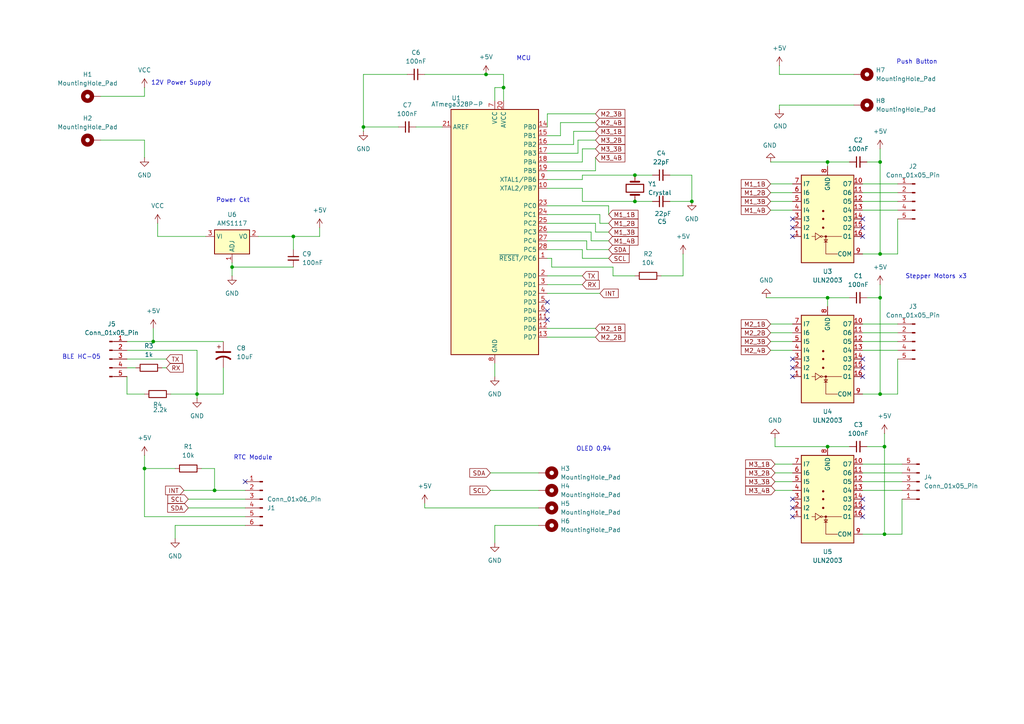
<source format=kicad_sch>
(kicad_sch
	(version 20231120)
	(generator "eeschema")
	(generator_version "8.0")
	(uuid "94ffe5d1-7fa7-47f2-bba2-6536e73313ef")
	(paper "A4")
	(lib_symbols
		(symbol "Connector:Conn_01x05_Pin"
			(pin_names
				(offset 1.016) hide)
			(exclude_from_sim no)
			(in_bom yes)
			(on_board yes)
			(property "Reference" "J"
				(at 0 7.62 0)
				(effects
					(font
						(size 1.27 1.27)
					)
				)
			)
			(property "Value" "Conn_01x05_Pin"
				(at 0 -7.62 0)
				(effects
					(font
						(size 1.27 1.27)
					)
				)
			)
			(property "Footprint" ""
				(at 0 0 0)
				(effects
					(font
						(size 1.27 1.27)
					)
					(hide yes)
				)
			)
			(property "Datasheet" "~"
				(at 0 0 0)
				(effects
					(font
						(size 1.27 1.27)
					)
					(hide yes)
				)
			)
			(property "Description" "Generic connector, single row, 01x05, script generated"
				(at 0 0 0)
				(effects
					(font
						(size 1.27 1.27)
					)
					(hide yes)
				)
			)
			(property "ki_locked" ""
				(at 0 0 0)
				(effects
					(font
						(size 1.27 1.27)
					)
				)
			)
			(property "ki_keywords" "connector"
				(at 0 0 0)
				(effects
					(font
						(size 1.27 1.27)
					)
					(hide yes)
				)
			)
			(property "ki_fp_filters" "Connector*:*_1x??_*"
				(at 0 0 0)
				(effects
					(font
						(size 1.27 1.27)
					)
					(hide yes)
				)
			)
			(symbol "Conn_01x05_Pin_1_1"
				(polyline
					(pts
						(xy 1.27 -5.08) (xy 0.8636 -5.08)
					)
					(stroke
						(width 0.1524)
						(type default)
					)
					(fill
						(type none)
					)
				)
				(polyline
					(pts
						(xy 1.27 -2.54) (xy 0.8636 -2.54)
					)
					(stroke
						(width 0.1524)
						(type default)
					)
					(fill
						(type none)
					)
				)
				(polyline
					(pts
						(xy 1.27 0) (xy 0.8636 0)
					)
					(stroke
						(width 0.1524)
						(type default)
					)
					(fill
						(type none)
					)
				)
				(polyline
					(pts
						(xy 1.27 2.54) (xy 0.8636 2.54)
					)
					(stroke
						(width 0.1524)
						(type default)
					)
					(fill
						(type none)
					)
				)
				(polyline
					(pts
						(xy 1.27 5.08) (xy 0.8636 5.08)
					)
					(stroke
						(width 0.1524)
						(type default)
					)
					(fill
						(type none)
					)
				)
				(rectangle
					(start 0.8636 -4.953)
					(end 0 -5.207)
					(stroke
						(width 0.1524)
						(type default)
					)
					(fill
						(type outline)
					)
				)
				(rectangle
					(start 0.8636 -2.413)
					(end 0 -2.667)
					(stroke
						(width 0.1524)
						(type default)
					)
					(fill
						(type outline)
					)
				)
				(rectangle
					(start 0.8636 0.127)
					(end 0 -0.127)
					(stroke
						(width 0.1524)
						(type default)
					)
					(fill
						(type outline)
					)
				)
				(rectangle
					(start 0.8636 2.667)
					(end 0 2.413)
					(stroke
						(width 0.1524)
						(type default)
					)
					(fill
						(type outline)
					)
				)
				(rectangle
					(start 0.8636 5.207)
					(end 0 4.953)
					(stroke
						(width 0.1524)
						(type default)
					)
					(fill
						(type outline)
					)
				)
				(pin passive line
					(at 5.08 5.08 180)
					(length 3.81)
					(name "Pin_1"
						(effects
							(font
								(size 1.27 1.27)
							)
						)
					)
					(number "1"
						(effects
							(font
								(size 1.27 1.27)
							)
						)
					)
				)
				(pin passive line
					(at 5.08 2.54 180)
					(length 3.81)
					(name "Pin_2"
						(effects
							(font
								(size 1.27 1.27)
							)
						)
					)
					(number "2"
						(effects
							(font
								(size 1.27 1.27)
							)
						)
					)
				)
				(pin passive line
					(at 5.08 0 180)
					(length 3.81)
					(name "Pin_3"
						(effects
							(font
								(size 1.27 1.27)
							)
						)
					)
					(number "3"
						(effects
							(font
								(size 1.27 1.27)
							)
						)
					)
				)
				(pin passive line
					(at 5.08 -2.54 180)
					(length 3.81)
					(name "Pin_4"
						(effects
							(font
								(size 1.27 1.27)
							)
						)
					)
					(number "4"
						(effects
							(font
								(size 1.27 1.27)
							)
						)
					)
				)
				(pin passive line
					(at 5.08 -5.08 180)
					(length 3.81)
					(name "Pin_5"
						(effects
							(font
								(size 1.27 1.27)
							)
						)
					)
					(number "5"
						(effects
							(font
								(size 1.27 1.27)
							)
						)
					)
				)
			)
		)
		(symbol "Connector:Conn_01x06_Pin"
			(pin_names
				(offset 1.016) hide)
			(exclude_from_sim no)
			(in_bom yes)
			(on_board yes)
			(property "Reference" "J"
				(at 0 7.62 0)
				(effects
					(font
						(size 1.27 1.27)
					)
				)
			)
			(property "Value" "Conn_01x06_Pin"
				(at 0 -10.16 0)
				(effects
					(font
						(size 1.27 1.27)
					)
				)
			)
			(property "Footprint" ""
				(at 0 0 0)
				(effects
					(font
						(size 1.27 1.27)
					)
					(hide yes)
				)
			)
			(property "Datasheet" "~"
				(at 0 0 0)
				(effects
					(font
						(size 1.27 1.27)
					)
					(hide yes)
				)
			)
			(property "Description" "Generic connector, single row, 01x06, script generated"
				(at 0 0 0)
				(effects
					(font
						(size 1.27 1.27)
					)
					(hide yes)
				)
			)
			(property "ki_locked" ""
				(at 0 0 0)
				(effects
					(font
						(size 1.27 1.27)
					)
				)
			)
			(property "ki_keywords" "connector"
				(at 0 0 0)
				(effects
					(font
						(size 1.27 1.27)
					)
					(hide yes)
				)
			)
			(property "ki_fp_filters" "Connector*:*_1x??_*"
				(at 0 0 0)
				(effects
					(font
						(size 1.27 1.27)
					)
					(hide yes)
				)
			)
			(symbol "Conn_01x06_Pin_1_1"
				(polyline
					(pts
						(xy 1.27 -7.62) (xy 0.8636 -7.62)
					)
					(stroke
						(width 0.1524)
						(type default)
					)
					(fill
						(type none)
					)
				)
				(polyline
					(pts
						(xy 1.27 -5.08) (xy 0.8636 -5.08)
					)
					(stroke
						(width 0.1524)
						(type default)
					)
					(fill
						(type none)
					)
				)
				(polyline
					(pts
						(xy 1.27 -2.54) (xy 0.8636 -2.54)
					)
					(stroke
						(width 0.1524)
						(type default)
					)
					(fill
						(type none)
					)
				)
				(polyline
					(pts
						(xy 1.27 0) (xy 0.8636 0)
					)
					(stroke
						(width 0.1524)
						(type default)
					)
					(fill
						(type none)
					)
				)
				(polyline
					(pts
						(xy 1.27 2.54) (xy 0.8636 2.54)
					)
					(stroke
						(width 0.1524)
						(type default)
					)
					(fill
						(type none)
					)
				)
				(polyline
					(pts
						(xy 1.27 5.08) (xy 0.8636 5.08)
					)
					(stroke
						(width 0.1524)
						(type default)
					)
					(fill
						(type none)
					)
				)
				(rectangle
					(start 0.8636 -7.493)
					(end 0 -7.747)
					(stroke
						(width 0.1524)
						(type default)
					)
					(fill
						(type outline)
					)
				)
				(rectangle
					(start 0.8636 -4.953)
					(end 0 -5.207)
					(stroke
						(width 0.1524)
						(type default)
					)
					(fill
						(type outline)
					)
				)
				(rectangle
					(start 0.8636 -2.413)
					(end 0 -2.667)
					(stroke
						(width 0.1524)
						(type default)
					)
					(fill
						(type outline)
					)
				)
				(rectangle
					(start 0.8636 0.127)
					(end 0 -0.127)
					(stroke
						(width 0.1524)
						(type default)
					)
					(fill
						(type outline)
					)
				)
				(rectangle
					(start 0.8636 2.667)
					(end 0 2.413)
					(stroke
						(width 0.1524)
						(type default)
					)
					(fill
						(type outline)
					)
				)
				(rectangle
					(start 0.8636 5.207)
					(end 0 4.953)
					(stroke
						(width 0.1524)
						(type default)
					)
					(fill
						(type outline)
					)
				)
				(pin passive line
					(at 5.08 5.08 180)
					(length 3.81)
					(name "Pin_1"
						(effects
							(font
								(size 1.27 1.27)
							)
						)
					)
					(number "1"
						(effects
							(font
								(size 1.27 1.27)
							)
						)
					)
				)
				(pin passive line
					(at 5.08 2.54 180)
					(length 3.81)
					(name "Pin_2"
						(effects
							(font
								(size 1.27 1.27)
							)
						)
					)
					(number "2"
						(effects
							(font
								(size 1.27 1.27)
							)
						)
					)
				)
				(pin passive line
					(at 5.08 0 180)
					(length 3.81)
					(name "Pin_3"
						(effects
							(font
								(size 1.27 1.27)
							)
						)
					)
					(number "3"
						(effects
							(font
								(size 1.27 1.27)
							)
						)
					)
				)
				(pin passive line
					(at 5.08 -2.54 180)
					(length 3.81)
					(name "Pin_4"
						(effects
							(font
								(size 1.27 1.27)
							)
						)
					)
					(number "4"
						(effects
							(font
								(size 1.27 1.27)
							)
						)
					)
				)
				(pin passive line
					(at 5.08 -5.08 180)
					(length 3.81)
					(name "Pin_5"
						(effects
							(font
								(size 1.27 1.27)
							)
						)
					)
					(number "5"
						(effects
							(font
								(size 1.27 1.27)
							)
						)
					)
				)
				(pin passive line
					(at 5.08 -7.62 180)
					(length 3.81)
					(name "Pin_6"
						(effects
							(font
								(size 1.27 1.27)
							)
						)
					)
					(number "6"
						(effects
							(font
								(size 1.27 1.27)
							)
						)
					)
				)
			)
		)
		(symbol "Device:C_Polarized_US"
			(pin_numbers hide)
			(pin_names
				(offset 0.254) hide)
			(exclude_from_sim no)
			(in_bom yes)
			(on_board yes)
			(property "Reference" "C"
				(at 0.635 2.54 0)
				(effects
					(font
						(size 1.27 1.27)
					)
					(justify left)
				)
			)
			(property "Value" "C_Polarized_US"
				(at 0.635 -2.54 0)
				(effects
					(font
						(size 1.27 1.27)
					)
					(justify left)
				)
			)
			(property "Footprint" ""
				(at 0 0 0)
				(effects
					(font
						(size 1.27 1.27)
					)
					(hide yes)
				)
			)
			(property "Datasheet" "~"
				(at 0 0 0)
				(effects
					(font
						(size 1.27 1.27)
					)
					(hide yes)
				)
			)
			(property "Description" "Polarized capacitor, US symbol"
				(at 0 0 0)
				(effects
					(font
						(size 1.27 1.27)
					)
					(hide yes)
				)
			)
			(property "ki_keywords" "cap capacitor"
				(at 0 0 0)
				(effects
					(font
						(size 1.27 1.27)
					)
					(hide yes)
				)
			)
			(property "ki_fp_filters" "CP_*"
				(at 0 0 0)
				(effects
					(font
						(size 1.27 1.27)
					)
					(hide yes)
				)
			)
			(symbol "C_Polarized_US_0_1"
				(polyline
					(pts
						(xy -2.032 0.762) (xy 2.032 0.762)
					)
					(stroke
						(width 0.508)
						(type default)
					)
					(fill
						(type none)
					)
				)
				(polyline
					(pts
						(xy -1.778 2.286) (xy -0.762 2.286)
					)
					(stroke
						(width 0)
						(type default)
					)
					(fill
						(type none)
					)
				)
				(polyline
					(pts
						(xy -1.27 1.778) (xy -1.27 2.794)
					)
					(stroke
						(width 0)
						(type default)
					)
					(fill
						(type none)
					)
				)
				(arc
					(start 2.032 -1.27)
					(mid 0 -0.5572)
					(end -2.032 -1.27)
					(stroke
						(width 0.508)
						(type default)
					)
					(fill
						(type none)
					)
				)
			)
			(symbol "C_Polarized_US_1_1"
				(pin passive line
					(at 0 3.81 270)
					(length 2.794)
					(name "~"
						(effects
							(font
								(size 1.27 1.27)
							)
						)
					)
					(number "1"
						(effects
							(font
								(size 1.27 1.27)
							)
						)
					)
				)
				(pin passive line
					(at 0 -3.81 90)
					(length 3.302)
					(name "~"
						(effects
							(font
								(size 1.27 1.27)
							)
						)
					)
					(number "2"
						(effects
							(font
								(size 1.27 1.27)
							)
						)
					)
				)
			)
		)
		(symbol "Device:C_Small"
			(pin_numbers hide)
			(pin_names
				(offset 0.254) hide)
			(exclude_from_sim no)
			(in_bom yes)
			(on_board yes)
			(property "Reference" "C"
				(at 0.254 1.778 0)
				(effects
					(font
						(size 1.27 1.27)
					)
					(justify left)
				)
			)
			(property "Value" "C_Small"
				(at 0.254 -2.032 0)
				(effects
					(font
						(size 1.27 1.27)
					)
					(justify left)
				)
			)
			(property "Footprint" ""
				(at 0 0 0)
				(effects
					(font
						(size 1.27 1.27)
					)
					(hide yes)
				)
			)
			(property "Datasheet" "~"
				(at 0 0 0)
				(effects
					(font
						(size 1.27 1.27)
					)
					(hide yes)
				)
			)
			(property "Description" "Unpolarized capacitor, small symbol"
				(at 0 0 0)
				(effects
					(font
						(size 1.27 1.27)
					)
					(hide yes)
				)
			)
			(property "ki_keywords" "capacitor cap"
				(at 0 0 0)
				(effects
					(font
						(size 1.27 1.27)
					)
					(hide yes)
				)
			)
			(property "ki_fp_filters" "C_*"
				(at 0 0 0)
				(effects
					(font
						(size 1.27 1.27)
					)
					(hide yes)
				)
			)
			(symbol "C_Small_0_1"
				(polyline
					(pts
						(xy -1.524 -0.508) (xy 1.524 -0.508)
					)
					(stroke
						(width 0.3302)
						(type default)
					)
					(fill
						(type none)
					)
				)
				(polyline
					(pts
						(xy -1.524 0.508) (xy 1.524 0.508)
					)
					(stroke
						(width 0.3048)
						(type default)
					)
					(fill
						(type none)
					)
				)
			)
			(symbol "C_Small_1_1"
				(pin passive line
					(at 0 2.54 270)
					(length 2.032)
					(name "~"
						(effects
							(font
								(size 1.27 1.27)
							)
						)
					)
					(number "1"
						(effects
							(font
								(size 1.27 1.27)
							)
						)
					)
				)
				(pin passive line
					(at 0 -2.54 90)
					(length 2.032)
					(name "~"
						(effects
							(font
								(size 1.27 1.27)
							)
						)
					)
					(number "2"
						(effects
							(font
								(size 1.27 1.27)
							)
						)
					)
				)
			)
		)
		(symbol "Device:Crystal"
			(pin_numbers hide)
			(pin_names
				(offset 1.016) hide)
			(exclude_from_sim no)
			(in_bom yes)
			(on_board yes)
			(property "Reference" "Y"
				(at 0 3.81 0)
				(effects
					(font
						(size 1.27 1.27)
					)
				)
			)
			(property "Value" "Crystal"
				(at 0 -3.81 0)
				(effects
					(font
						(size 1.27 1.27)
					)
				)
			)
			(property "Footprint" ""
				(at 0 0 0)
				(effects
					(font
						(size 1.27 1.27)
					)
					(hide yes)
				)
			)
			(property "Datasheet" "~"
				(at 0 0 0)
				(effects
					(font
						(size 1.27 1.27)
					)
					(hide yes)
				)
			)
			(property "Description" "Two pin crystal"
				(at 0 0 0)
				(effects
					(font
						(size 1.27 1.27)
					)
					(hide yes)
				)
			)
			(property "ki_keywords" "quartz ceramic resonator oscillator"
				(at 0 0 0)
				(effects
					(font
						(size 1.27 1.27)
					)
					(hide yes)
				)
			)
			(property "ki_fp_filters" "Crystal*"
				(at 0 0 0)
				(effects
					(font
						(size 1.27 1.27)
					)
					(hide yes)
				)
			)
			(symbol "Crystal_0_1"
				(rectangle
					(start -1.143 2.54)
					(end 1.143 -2.54)
					(stroke
						(width 0.3048)
						(type default)
					)
					(fill
						(type none)
					)
				)
				(polyline
					(pts
						(xy -2.54 0) (xy -1.905 0)
					)
					(stroke
						(width 0)
						(type default)
					)
					(fill
						(type none)
					)
				)
				(polyline
					(pts
						(xy -1.905 -1.27) (xy -1.905 1.27)
					)
					(stroke
						(width 0.508)
						(type default)
					)
					(fill
						(type none)
					)
				)
				(polyline
					(pts
						(xy 1.905 -1.27) (xy 1.905 1.27)
					)
					(stroke
						(width 0.508)
						(type default)
					)
					(fill
						(type none)
					)
				)
				(polyline
					(pts
						(xy 2.54 0) (xy 1.905 0)
					)
					(stroke
						(width 0)
						(type default)
					)
					(fill
						(type none)
					)
				)
			)
			(symbol "Crystal_1_1"
				(pin passive line
					(at -3.81 0 0)
					(length 1.27)
					(name "1"
						(effects
							(font
								(size 1.27 1.27)
							)
						)
					)
					(number "1"
						(effects
							(font
								(size 1.27 1.27)
							)
						)
					)
				)
				(pin passive line
					(at 3.81 0 180)
					(length 1.27)
					(name "2"
						(effects
							(font
								(size 1.27 1.27)
							)
						)
					)
					(number "2"
						(effects
							(font
								(size 1.27 1.27)
							)
						)
					)
				)
			)
		)
		(symbol "Device:R"
			(pin_numbers hide)
			(pin_names
				(offset 0)
			)
			(exclude_from_sim no)
			(in_bom yes)
			(on_board yes)
			(property "Reference" "R"
				(at 2.032 0 90)
				(effects
					(font
						(size 1.27 1.27)
					)
				)
			)
			(property "Value" "R"
				(at 0 0 90)
				(effects
					(font
						(size 1.27 1.27)
					)
				)
			)
			(property "Footprint" ""
				(at -1.778 0 90)
				(effects
					(font
						(size 1.27 1.27)
					)
					(hide yes)
				)
			)
			(property "Datasheet" "~"
				(at 0 0 0)
				(effects
					(font
						(size 1.27 1.27)
					)
					(hide yes)
				)
			)
			(property "Description" "Resistor"
				(at 0 0 0)
				(effects
					(font
						(size 1.27 1.27)
					)
					(hide yes)
				)
			)
			(property "ki_keywords" "R res resistor"
				(at 0 0 0)
				(effects
					(font
						(size 1.27 1.27)
					)
					(hide yes)
				)
			)
			(property "ki_fp_filters" "R_*"
				(at 0 0 0)
				(effects
					(font
						(size 1.27 1.27)
					)
					(hide yes)
				)
			)
			(symbol "R_0_1"
				(rectangle
					(start -1.016 -2.54)
					(end 1.016 2.54)
					(stroke
						(width 0.254)
						(type default)
					)
					(fill
						(type none)
					)
				)
			)
			(symbol "R_1_1"
				(pin passive line
					(at 0 3.81 270)
					(length 1.27)
					(name "~"
						(effects
							(font
								(size 1.27 1.27)
							)
						)
					)
					(number "1"
						(effects
							(font
								(size 1.27 1.27)
							)
						)
					)
				)
				(pin passive line
					(at 0 -3.81 90)
					(length 1.27)
					(name "~"
						(effects
							(font
								(size 1.27 1.27)
							)
						)
					)
					(number "2"
						(effects
							(font
								(size 1.27 1.27)
							)
						)
					)
				)
			)
		)
		(symbol "MCU_Microchip_ATmega:ATmega328P-P"
			(exclude_from_sim no)
			(in_bom yes)
			(on_board yes)
			(property "Reference" "U"
				(at -12.7 36.83 0)
				(effects
					(font
						(size 1.27 1.27)
					)
					(justify left bottom)
				)
			)
			(property "Value" "ATmega328P-P"
				(at 2.54 -36.83 0)
				(effects
					(font
						(size 1.27 1.27)
					)
					(justify left top)
				)
			)
			(property "Footprint" "Package_DIP:DIP-28_W7.62mm"
				(at 0 0 0)
				(effects
					(font
						(size 1.27 1.27)
						(italic yes)
					)
					(hide yes)
				)
			)
			(property "Datasheet" "http://ww1.microchip.com/downloads/en/DeviceDoc/ATmega328_P%20AVR%20MCU%20with%20picoPower%20Technology%20Data%20Sheet%2040001984A.pdf"
				(at 0 0 0)
				(effects
					(font
						(size 1.27 1.27)
					)
					(hide yes)
				)
			)
			(property "Description" "20MHz, 32kB Flash, 2kB SRAM, 1kB EEPROM, DIP-28"
				(at 0 0 0)
				(effects
					(font
						(size 1.27 1.27)
					)
					(hide yes)
				)
			)
			(property "ki_keywords" "AVR 8bit Microcontroller MegaAVR PicoPower"
				(at 0 0 0)
				(effects
					(font
						(size 1.27 1.27)
					)
					(hide yes)
				)
			)
			(property "ki_fp_filters" "DIP*W7.62mm*"
				(at 0 0 0)
				(effects
					(font
						(size 1.27 1.27)
					)
					(hide yes)
				)
			)
			(symbol "ATmega328P-P_0_1"
				(rectangle
					(start -12.7 -35.56)
					(end 12.7 35.56)
					(stroke
						(width 0.254)
						(type default)
					)
					(fill
						(type background)
					)
				)
			)
			(symbol "ATmega328P-P_1_1"
				(pin bidirectional line
					(at 15.24 -7.62 180)
					(length 2.54)
					(name "~{RESET}/PC6"
						(effects
							(font
								(size 1.27 1.27)
							)
						)
					)
					(number "1"
						(effects
							(font
								(size 1.27 1.27)
							)
						)
					)
				)
				(pin bidirectional line
					(at 15.24 12.7 180)
					(length 2.54)
					(name "XTAL2/PB7"
						(effects
							(font
								(size 1.27 1.27)
							)
						)
					)
					(number "10"
						(effects
							(font
								(size 1.27 1.27)
							)
						)
					)
				)
				(pin bidirectional line
					(at 15.24 -25.4 180)
					(length 2.54)
					(name "PD5"
						(effects
							(font
								(size 1.27 1.27)
							)
						)
					)
					(number "11"
						(effects
							(font
								(size 1.27 1.27)
							)
						)
					)
				)
				(pin bidirectional line
					(at 15.24 -27.94 180)
					(length 2.54)
					(name "PD6"
						(effects
							(font
								(size 1.27 1.27)
							)
						)
					)
					(number "12"
						(effects
							(font
								(size 1.27 1.27)
							)
						)
					)
				)
				(pin bidirectional line
					(at 15.24 -30.48 180)
					(length 2.54)
					(name "PD7"
						(effects
							(font
								(size 1.27 1.27)
							)
						)
					)
					(number "13"
						(effects
							(font
								(size 1.27 1.27)
							)
						)
					)
				)
				(pin bidirectional line
					(at 15.24 30.48 180)
					(length 2.54)
					(name "PB0"
						(effects
							(font
								(size 1.27 1.27)
							)
						)
					)
					(number "14"
						(effects
							(font
								(size 1.27 1.27)
							)
						)
					)
				)
				(pin bidirectional line
					(at 15.24 27.94 180)
					(length 2.54)
					(name "PB1"
						(effects
							(font
								(size 1.27 1.27)
							)
						)
					)
					(number "15"
						(effects
							(font
								(size 1.27 1.27)
							)
						)
					)
				)
				(pin bidirectional line
					(at 15.24 25.4 180)
					(length 2.54)
					(name "PB2"
						(effects
							(font
								(size 1.27 1.27)
							)
						)
					)
					(number "16"
						(effects
							(font
								(size 1.27 1.27)
							)
						)
					)
				)
				(pin bidirectional line
					(at 15.24 22.86 180)
					(length 2.54)
					(name "PB3"
						(effects
							(font
								(size 1.27 1.27)
							)
						)
					)
					(number "17"
						(effects
							(font
								(size 1.27 1.27)
							)
						)
					)
				)
				(pin bidirectional line
					(at 15.24 20.32 180)
					(length 2.54)
					(name "PB4"
						(effects
							(font
								(size 1.27 1.27)
							)
						)
					)
					(number "18"
						(effects
							(font
								(size 1.27 1.27)
							)
						)
					)
				)
				(pin bidirectional line
					(at 15.24 17.78 180)
					(length 2.54)
					(name "PB5"
						(effects
							(font
								(size 1.27 1.27)
							)
						)
					)
					(number "19"
						(effects
							(font
								(size 1.27 1.27)
							)
						)
					)
				)
				(pin bidirectional line
					(at 15.24 -12.7 180)
					(length 2.54)
					(name "PD0"
						(effects
							(font
								(size 1.27 1.27)
							)
						)
					)
					(number "2"
						(effects
							(font
								(size 1.27 1.27)
							)
						)
					)
				)
				(pin power_in line
					(at 2.54 38.1 270)
					(length 2.54)
					(name "AVCC"
						(effects
							(font
								(size 1.27 1.27)
							)
						)
					)
					(number "20"
						(effects
							(font
								(size 1.27 1.27)
							)
						)
					)
				)
				(pin passive line
					(at -15.24 30.48 0)
					(length 2.54)
					(name "AREF"
						(effects
							(font
								(size 1.27 1.27)
							)
						)
					)
					(number "21"
						(effects
							(font
								(size 1.27 1.27)
							)
						)
					)
				)
				(pin passive line
					(at 0 -38.1 90)
					(length 2.54) hide
					(name "GND"
						(effects
							(font
								(size 1.27 1.27)
							)
						)
					)
					(number "22"
						(effects
							(font
								(size 1.27 1.27)
							)
						)
					)
				)
				(pin bidirectional line
					(at 15.24 7.62 180)
					(length 2.54)
					(name "PC0"
						(effects
							(font
								(size 1.27 1.27)
							)
						)
					)
					(number "23"
						(effects
							(font
								(size 1.27 1.27)
							)
						)
					)
				)
				(pin bidirectional line
					(at 15.24 5.08 180)
					(length 2.54)
					(name "PC1"
						(effects
							(font
								(size 1.27 1.27)
							)
						)
					)
					(number "24"
						(effects
							(font
								(size 1.27 1.27)
							)
						)
					)
				)
				(pin bidirectional line
					(at 15.24 2.54 180)
					(length 2.54)
					(name "PC2"
						(effects
							(font
								(size 1.27 1.27)
							)
						)
					)
					(number "25"
						(effects
							(font
								(size 1.27 1.27)
							)
						)
					)
				)
				(pin bidirectional line
					(at 15.24 0 180)
					(length 2.54)
					(name "PC3"
						(effects
							(font
								(size 1.27 1.27)
							)
						)
					)
					(number "26"
						(effects
							(font
								(size 1.27 1.27)
							)
						)
					)
				)
				(pin bidirectional line
					(at 15.24 -2.54 180)
					(length 2.54)
					(name "PC4"
						(effects
							(font
								(size 1.27 1.27)
							)
						)
					)
					(number "27"
						(effects
							(font
								(size 1.27 1.27)
							)
						)
					)
				)
				(pin bidirectional line
					(at 15.24 -5.08 180)
					(length 2.54)
					(name "PC5"
						(effects
							(font
								(size 1.27 1.27)
							)
						)
					)
					(number "28"
						(effects
							(font
								(size 1.27 1.27)
							)
						)
					)
				)
				(pin bidirectional line
					(at 15.24 -15.24 180)
					(length 2.54)
					(name "PD1"
						(effects
							(font
								(size 1.27 1.27)
							)
						)
					)
					(number "3"
						(effects
							(font
								(size 1.27 1.27)
							)
						)
					)
				)
				(pin bidirectional line
					(at 15.24 -17.78 180)
					(length 2.54)
					(name "PD2"
						(effects
							(font
								(size 1.27 1.27)
							)
						)
					)
					(number "4"
						(effects
							(font
								(size 1.27 1.27)
							)
						)
					)
				)
				(pin bidirectional line
					(at 15.24 -20.32 180)
					(length 2.54)
					(name "PD3"
						(effects
							(font
								(size 1.27 1.27)
							)
						)
					)
					(number "5"
						(effects
							(font
								(size 1.27 1.27)
							)
						)
					)
				)
				(pin bidirectional line
					(at 15.24 -22.86 180)
					(length 2.54)
					(name "PD4"
						(effects
							(font
								(size 1.27 1.27)
							)
						)
					)
					(number "6"
						(effects
							(font
								(size 1.27 1.27)
							)
						)
					)
				)
				(pin power_in line
					(at 0 38.1 270)
					(length 2.54)
					(name "VCC"
						(effects
							(font
								(size 1.27 1.27)
							)
						)
					)
					(number "7"
						(effects
							(font
								(size 1.27 1.27)
							)
						)
					)
				)
				(pin power_in line
					(at 0 -38.1 90)
					(length 2.54)
					(name "GND"
						(effects
							(font
								(size 1.27 1.27)
							)
						)
					)
					(number "8"
						(effects
							(font
								(size 1.27 1.27)
							)
						)
					)
				)
				(pin bidirectional line
					(at 15.24 15.24 180)
					(length 2.54)
					(name "XTAL1/PB6"
						(effects
							(font
								(size 1.27 1.27)
							)
						)
					)
					(number "9"
						(effects
							(font
								(size 1.27 1.27)
							)
						)
					)
				)
			)
		)
		(symbol "Mechanical:MountingHole_Pad"
			(pin_numbers hide)
			(pin_names
				(offset 1.016) hide)
			(exclude_from_sim yes)
			(in_bom no)
			(on_board yes)
			(property "Reference" "H"
				(at 0 6.35 0)
				(effects
					(font
						(size 1.27 1.27)
					)
				)
			)
			(property "Value" "MountingHole_Pad"
				(at 0 4.445 0)
				(effects
					(font
						(size 1.27 1.27)
					)
				)
			)
			(property "Footprint" ""
				(at 0 0 0)
				(effects
					(font
						(size 1.27 1.27)
					)
					(hide yes)
				)
			)
			(property "Datasheet" "~"
				(at 0 0 0)
				(effects
					(font
						(size 1.27 1.27)
					)
					(hide yes)
				)
			)
			(property "Description" "Mounting Hole with connection"
				(at 0 0 0)
				(effects
					(font
						(size 1.27 1.27)
					)
					(hide yes)
				)
			)
			(property "ki_keywords" "mounting hole"
				(at 0 0 0)
				(effects
					(font
						(size 1.27 1.27)
					)
					(hide yes)
				)
			)
			(property "ki_fp_filters" "MountingHole*Pad*"
				(at 0 0 0)
				(effects
					(font
						(size 1.27 1.27)
					)
					(hide yes)
				)
			)
			(symbol "MountingHole_Pad_0_1"
				(circle
					(center 0 1.27)
					(radius 1.27)
					(stroke
						(width 1.27)
						(type default)
					)
					(fill
						(type none)
					)
				)
			)
			(symbol "MountingHole_Pad_1_1"
				(pin input line
					(at 0 -2.54 90)
					(length 2.54)
					(name "1"
						(effects
							(font
								(size 1.27 1.27)
							)
						)
					)
					(number "1"
						(effects
							(font
								(size 1.27 1.27)
							)
						)
					)
				)
			)
		)
		(symbol "Regulator_Linear:AMS1117"
			(exclude_from_sim no)
			(in_bom yes)
			(on_board yes)
			(property "Reference" "U"
				(at -3.81 3.175 0)
				(effects
					(font
						(size 1.27 1.27)
					)
				)
			)
			(property "Value" "AMS1117"
				(at 0 3.175 0)
				(effects
					(font
						(size 1.27 1.27)
					)
					(justify left)
				)
			)
			(property "Footprint" "Package_TO_SOT_SMD:SOT-223-3_TabPin2"
				(at 0 5.08 0)
				(effects
					(font
						(size 1.27 1.27)
					)
					(hide yes)
				)
			)
			(property "Datasheet" "http://www.advanced-monolithic.com/pdf/ds1117.pdf"
				(at 2.54 -6.35 0)
				(effects
					(font
						(size 1.27 1.27)
					)
					(hide yes)
				)
			)
			(property "Description" "1A Low Dropout regulator, positive, adjustable output, SOT-223"
				(at 0 0 0)
				(effects
					(font
						(size 1.27 1.27)
					)
					(hide yes)
				)
			)
			(property "ki_keywords" "linear regulator ldo adjustable positive"
				(at 0 0 0)
				(effects
					(font
						(size 1.27 1.27)
					)
					(hide yes)
				)
			)
			(property "ki_fp_filters" "SOT?223*TabPin2*"
				(at 0 0 0)
				(effects
					(font
						(size 1.27 1.27)
					)
					(hide yes)
				)
			)
			(symbol "AMS1117_0_1"
				(rectangle
					(start -5.08 -5.08)
					(end 5.08 1.905)
					(stroke
						(width 0.254)
						(type default)
					)
					(fill
						(type background)
					)
				)
			)
			(symbol "AMS1117_1_1"
				(pin input line
					(at 0 -7.62 90)
					(length 2.54)
					(name "ADJ"
						(effects
							(font
								(size 1.27 1.27)
							)
						)
					)
					(number "1"
						(effects
							(font
								(size 1.27 1.27)
							)
						)
					)
				)
				(pin power_out line
					(at 7.62 0 180)
					(length 2.54)
					(name "VO"
						(effects
							(font
								(size 1.27 1.27)
							)
						)
					)
					(number "2"
						(effects
							(font
								(size 1.27 1.27)
							)
						)
					)
				)
				(pin power_in line
					(at -7.62 0 0)
					(length 2.54)
					(name "VI"
						(effects
							(font
								(size 1.27 1.27)
							)
						)
					)
					(number "3"
						(effects
							(font
								(size 1.27 1.27)
							)
						)
					)
				)
			)
		)
		(symbol "Transistor_Array:ULN2003"
			(exclude_from_sim no)
			(in_bom yes)
			(on_board yes)
			(property "Reference" "U"
				(at 0 15.875 0)
				(effects
					(font
						(size 1.27 1.27)
					)
				)
			)
			(property "Value" "ULN2003"
				(at 0 13.97 0)
				(effects
					(font
						(size 1.27 1.27)
					)
				)
			)
			(property "Footprint" ""
				(at 1.27 -13.97 0)
				(effects
					(font
						(size 1.27 1.27)
					)
					(justify left)
					(hide yes)
				)
			)
			(property "Datasheet" "http://www.ti.com/lit/ds/symlink/uln2003a.pdf"
				(at 2.54 -5.08 0)
				(effects
					(font
						(size 1.27 1.27)
					)
					(hide yes)
				)
			)
			(property "Description" "High Voltage, High Current Darlington Transistor Arrays, SOIC16/SOIC16W/DIP16/TSSOP16"
				(at 0 0 0)
				(effects
					(font
						(size 1.27 1.27)
					)
					(hide yes)
				)
			)
			(property "ki_keywords" "darlington transistor array"
				(at 0 0 0)
				(effects
					(font
						(size 1.27 1.27)
					)
					(hide yes)
				)
			)
			(property "ki_fp_filters" "DIP*W7.62mm* SOIC*3.9x9.9mm*P1.27mm* SSOP*4.4x5.2mm*P0.65mm* TSSOP*4.4x5mm*P0.65mm* SOIC*W*5.3x10.2mm*P1.27mm*"
				(at 0 0 0)
				(effects
					(font
						(size 1.27 1.27)
					)
					(hide yes)
				)
			)
			(symbol "ULN2003_0_1"
				(rectangle
					(start -7.62 -12.7)
					(end 7.62 12.7)
					(stroke
						(width 0.254)
						(type default)
					)
					(fill
						(type background)
					)
				)
				(circle
					(center -1.778 5.08)
					(radius 0.254)
					(stroke
						(width 0)
						(type default)
					)
					(fill
						(type none)
					)
				)
				(circle
					(center -1.27 -2.286)
					(radius 0.254)
					(stroke
						(width 0)
						(type default)
					)
					(fill
						(type outline)
					)
				)
				(circle
					(center -1.27 0)
					(radius 0.254)
					(stroke
						(width 0)
						(type default)
					)
					(fill
						(type outline)
					)
				)
				(circle
					(center -1.27 2.54)
					(radius 0.254)
					(stroke
						(width 0)
						(type default)
					)
					(fill
						(type outline)
					)
				)
				(circle
					(center -0.508 5.08)
					(radius 0.254)
					(stroke
						(width 0)
						(type default)
					)
					(fill
						(type outline)
					)
				)
				(polyline
					(pts
						(xy -4.572 5.08) (xy -3.556 5.08)
					)
					(stroke
						(width 0)
						(type default)
					)
					(fill
						(type none)
					)
				)
				(polyline
					(pts
						(xy -1.524 5.08) (xy 4.064 5.08)
					)
					(stroke
						(width 0)
						(type default)
					)
					(fill
						(type none)
					)
				)
				(polyline
					(pts
						(xy 0 6.731) (xy -1.016 6.731)
					)
					(stroke
						(width 0)
						(type default)
					)
					(fill
						(type none)
					)
				)
				(polyline
					(pts
						(xy -0.508 5.08) (xy -0.508 10.16) (xy 2.921 10.16)
					)
					(stroke
						(width 0)
						(type default)
					)
					(fill
						(type none)
					)
				)
				(polyline
					(pts
						(xy -3.556 6.096) (xy -3.556 4.064) (xy -2.032 5.08) (xy -3.556 6.096)
					)
					(stroke
						(width 0)
						(type default)
					)
					(fill
						(type none)
					)
				)
				(polyline
					(pts
						(xy 0 5.969) (xy -1.016 5.969) (xy -0.508 6.731) (xy 0 5.969)
					)
					(stroke
						(width 0)
						(type default)
					)
					(fill
						(type none)
					)
				)
			)
			(symbol "ULN2003_1_1"
				(pin input line
					(at -10.16 5.08 0)
					(length 2.54)
					(name "I1"
						(effects
							(font
								(size 1.27 1.27)
							)
						)
					)
					(number "1"
						(effects
							(font
								(size 1.27 1.27)
							)
						)
					)
				)
				(pin open_collector line
					(at 10.16 -10.16 180)
					(length 2.54)
					(name "O7"
						(effects
							(font
								(size 1.27 1.27)
							)
						)
					)
					(number "10"
						(effects
							(font
								(size 1.27 1.27)
							)
						)
					)
				)
				(pin open_collector line
					(at 10.16 -7.62 180)
					(length 2.54)
					(name "O6"
						(effects
							(font
								(size 1.27 1.27)
							)
						)
					)
					(number "11"
						(effects
							(font
								(size 1.27 1.27)
							)
						)
					)
				)
				(pin open_collector line
					(at 10.16 -5.08 180)
					(length 2.54)
					(name "O5"
						(effects
							(font
								(size 1.27 1.27)
							)
						)
					)
					(number "12"
						(effects
							(font
								(size 1.27 1.27)
							)
						)
					)
				)
				(pin open_collector line
					(at 10.16 -2.54 180)
					(length 2.54)
					(name "O4"
						(effects
							(font
								(size 1.27 1.27)
							)
						)
					)
					(number "13"
						(effects
							(font
								(size 1.27 1.27)
							)
						)
					)
				)
				(pin open_collector line
					(at 10.16 0 180)
					(length 2.54)
					(name "O3"
						(effects
							(font
								(size 1.27 1.27)
							)
						)
					)
					(number "14"
						(effects
							(font
								(size 1.27 1.27)
							)
						)
					)
				)
				(pin open_collector line
					(at 10.16 2.54 180)
					(length 2.54)
					(name "O2"
						(effects
							(font
								(size 1.27 1.27)
							)
						)
					)
					(number "15"
						(effects
							(font
								(size 1.27 1.27)
							)
						)
					)
				)
				(pin open_collector line
					(at 10.16 5.08 180)
					(length 2.54)
					(name "O1"
						(effects
							(font
								(size 1.27 1.27)
							)
						)
					)
					(number "16"
						(effects
							(font
								(size 1.27 1.27)
							)
						)
					)
				)
				(pin input line
					(at -10.16 2.54 0)
					(length 2.54)
					(name "I2"
						(effects
							(font
								(size 1.27 1.27)
							)
						)
					)
					(number "2"
						(effects
							(font
								(size 1.27 1.27)
							)
						)
					)
				)
				(pin input line
					(at -10.16 0 0)
					(length 2.54)
					(name "I3"
						(effects
							(font
								(size 1.27 1.27)
							)
						)
					)
					(number "3"
						(effects
							(font
								(size 1.27 1.27)
							)
						)
					)
				)
				(pin input line
					(at -10.16 -2.54 0)
					(length 2.54)
					(name "I4"
						(effects
							(font
								(size 1.27 1.27)
							)
						)
					)
					(number "4"
						(effects
							(font
								(size 1.27 1.27)
							)
						)
					)
				)
				(pin input line
					(at -10.16 -5.08 0)
					(length 2.54)
					(name "I5"
						(effects
							(font
								(size 1.27 1.27)
							)
						)
					)
					(number "5"
						(effects
							(font
								(size 1.27 1.27)
							)
						)
					)
				)
				(pin input line
					(at -10.16 -7.62 0)
					(length 2.54)
					(name "I6"
						(effects
							(font
								(size 1.27 1.27)
							)
						)
					)
					(number "6"
						(effects
							(font
								(size 1.27 1.27)
							)
						)
					)
				)
				(pin input line
					(at -10.16 -10.16 0)
					(length 2.54)
					(name "I7"
						(effects
							(font
								(size 1.27 1.27)
							)
						)
					)
					(number "7"
						(effects
							(font
								(size 1.27 1.27)
							)
						)
					)
				)
				(pin power_in line
					(at 0 -15.24 90)
					(length 2.54)
					(name "GND"
						(effects
							(font
								(size 1.27 1.27)
							)
						)
					)
					(number "8"
						(effects
							(font
								(size 1.27 1.27)
							)
						)
					)
				)
				(pin passive line
					(at 10.16 10.16 180)
					(length 2.54)
					(name "COM"
						(effects
							(font
								(size 1.27 1.27)
							)
						)
					)
					(number "9"
						(effects
							(font
								(size 1.27 1.27)
							)
						)
					)
				)
			)
		)
		(symbol "power:+5V"
			(power)
			(pin_numbers hide)
			(pin_names
				(offset 0) hide)
			(exclude_from_sim no)
			(in_bom yes)
			(on_board yes)
			(property "Reference" "#PWR"
				(at 0 -3.81 0)
				(effects
					(font
						(size 1.27 1.27)
					)
					(hide yes)
				)
			)
			(property "Value" "+5V"
				(at 0 3.556 0)
				(effects
					(font
						(size 1.27 1.27)
					)
				)
			)
			(property "Footprint" ""
				(at 0 0 0)
				(effects
					(font
						(size 1.27 1.27)
					)
					(hide yes)
				)
			)
			(property "Datasheet" ""
				(at 0 0 0)
				(effects
					(font
						(size 1.27 1.27)
					)
					(hide yes)
				)
			)
			(property "Description" "Power symbol creates a global label with name \"+5V\""
				(at 0 0 0)
				(effects
					(font
						(size 1.27 1.27)
					)
					(hide yes)
				)
			)
			(property "ki_keywords" "global power"
				(at 0 0 0)
				(effects
					(font
						(size 1.27 1.27)
					)
					(hide yes)
				)
			)
			(symbol "+5V_0_1"
				(polyline
					(pts
						(xy -0.762 1.27) (xy 0 2.54)
					)
					(stroke
						(width 0)
						(type default)
					)
					(fill
						(type none)
					)
				)
				(polyline
					(pts
						(xy 0 0) (xy 0 2.54)
					)
					(stroke
						(width 0)
						(type default)
					)
					(fill
						(type none)
					)
				)
				(polyline
					(pts
						(xy 0 2.54) (xy 0.762 1.27)
					)
					(stroke
						(width 0)
						(type default)
					)
					(fill
						(type none)
					)
				)
			)
			(symbol "+5V_1_1"
				(pin power_in line
					(at 0 0 90)
					(length 0)
					(name "~"
						(effects
							(font
								(size 1.27 1.27)
							)
						)
					)
					(number "1"
						(effects
							(font
								(size 1.27 1.27)
							)
						)
					)
				)
			)
		)
		(symbol "power:GND"
			(power)
			(pin_numbers hide)
			(pin_names
				(offset 0) hide)
			(exclude_from_sim no)
			(in_bom yes)
			(on_board yes)
			(property "Reference" "#PWR"
				(at 0 -6.35 0)
				(effects
					(font
						(size 1.27 1.27)
					)
					(hide yes)
				)
			)
			(property "Value" "GND"
				(at 0 -3.81 0)
				(effects
					(font
						(size 1.27 1.27)
					)
				)
			)
			(property "Footprint" ""
				(at 0 0 0)
				(effects
					(font
						(size 1.27 1.27)
					)
					(hide yes)
				)
			)
			(property "Datasheet" ""
				(at 0 0 0)
				(effects
					(font
						(size 1.27 1.27)
					)
					(hide yes)
				)
			)
			(property "Description" "Power symbol creates a global label with name \"GND\" , ground"
				(at 0 0 0)
				(effects
					(font
						(size 1.27 1.27)
					)
					(hide yes)
				)
			)
			(property "ki_keywords" "global power"
				(at 0 0 0)
				(effects
					(font
						(size 1.27 1.27)
					)
					(hide yes)
				)
			)
			(symbol "GND_0_1"
				(polyline
					(pts
						(xy 0 0) (xy 0 -1.27) (xy 1.27 -1.27) (xy 0 -2.54) (xy -1.27 -1.27) (xy 0 -1.27)
					)
					(stroke
						(width 0)
						(type default)
					)
					(fill
						(type none)
					)
				)
			)
			(symbol "GND_1_1"
				(pin power_in line
					(at 0 0 270)
					(length 0)
					(name "~"
						(effects
							(font
								(size 1.27 1.27)
							)
						)
					)
					(number "1"
						(effects
							(font
								(size 1.27 1.27)
							)
						)
					)
				)
			)
		)
		(symbol "power:VCC"
			(power)
			(pin_numbers hide)
			(pin_names
				(offset 0) hide)
			(exclude_from_sim no)
			(in_bom yes)
			(on_board yes)
			(property "Reference" "#PWR"
				(at 0 -3.81 0)
				(effects
					(font
						(size 1.27 1.27)
					)
					(hide yes)
				)
			)
			(property "Value" "VCC"
				(at 0 3.556 0)
				(effects
					(font
						(size 1.27 1.27)
					)
				)
			)
			(property "Footprint" ""
				(at 0 0 0)
				(effects
					(font
						(size 1.27 1.27)
					)
					(hide yes)
				)
			)
			(property "Datasheet" ""
				(at 0 0 0)
				(effects
					(font
						(size 1.27 1.27)
					)
					(hide yes)
				)
			)
			(property "Description" "Power symbol creates a global label with name \"VCC\""
				(at 0 0 0)
				(effects
					(font
						(size 1.27 1.27)
					)
					(hide yes)
				)
			)
			(property "ki_keywords" "global power"
				(at 0 0 0)
				(effects
					(font
						(size 1.27 1.27)
					)
					(hide yes)
				)
			)
			(symbol "VCC_0_1"
				(polyline
					(pts
						(xy -0.762 1.27) (xy 0 2.54)
					)
					(stroke
						(width 0)
						(type default)
					)
					(fill
						(type none)
					)
				)
				(polyline
					(pts
						(xy 0 0) (xy 0 2.54)
					)
					(stroke
						(width 0)
						(type default)
					)
					(fill
						(type none)
					)
				)
				(polyline
					(pts
						(xy 0 2.54) (xy 0.762 1.27)
					)
					(stroke
						(width 0)
						(type default)
					)
					(fill
						(type none)
					)
				)
			)
			(symbol "VCC_1_1"
				(pin power_in line
					(at 0 0 90)
					(length 0)
					(name "~"
						(effects
							(font
								(size 1.27 1.27)
							)
						)
					)
					(number "1"
						(effects
							(font
								(size 1.27 1.27)
							)
						)
					)
				)
			)
		)
	)
	(junction
		(at 146.05 25.4)
		(diameter 0)
		(color 0 0 0 0)
		(uuid "032f4352-77b7-4c8e-8eae-b82c721e81a6")
	)
	(junction
		(at 184.15 58.42)
		(diameter 0)
		(color 0 0 0 0)
		(uuid "21bcffe8-20db-4be5-a212-1a6fa696fbf4")
	)
	(junction
		(at 67.31 77.47)
		(diameter 0)
		(color 0 0 0 0)
		(uuid "2a8ecc44-066b-4af6-b556-ad3fce8ce2c7")
	)
	(junction
		(at 255.27 86.36)
		(diameter 0)
		(color 0 0 0 0)
		(uuid "411123fc-4113-459d-9569-07ee222911a7")
	)
	(junction
		(at 85.09 68.58)
		(diameter 0)
		(color 0 0 0 0)
		(uuid "41c0f332-981f-4771-acfd-00f2226fdb65")
	)
	(junction
		(at 256.54 154.94)
		(diameter 0)
		(color 0 0 0 0)
		(uuid "4411b198-f14a-4dad-b04f-83c03a41acd2")
	)
	(junction
		(at 41.91 135.89)
		(diameter 0)
		(color 0 0 0 0)
		(uuid "4bbe8f02-f600-48c2-96aa-37fa47d8786b")
	)
	(junction
		(at 62.23 142.24)
		(diameter 0)
		(color 0 0 0 0)
		(uuid "51f3cbe2-a77f-4a4d-831c-6dd3f6252536")
	)
	(junction
		(at 105.41 36.83)
		(diameter 0)
		(color 0 0 0 0)
		(uuid "5667dc74-3f77-44c5-82f4-2c51952fbbcd")
	)
	(junction
		(at 256.54 129.54)
		(diameter 0)
		(color 0 0 0 0)
		(uuid "573ae1d7-3403-42ae-9313-7c32caa8c1bd")
	)
	(junction
		(at 240.03 129.54)
		(diameter 0)
		(color 0 0 0 0)
		(uuid "70384541-1c2c-457e-b08d-4cfbf7419283")
	)
	(junction
		(at 200.66 58.42)
		(diameter 0)
		(color 0 0 0 0)
		(uuid "747011d1-5abc-47ea-8364-074249883728")
	)
	(junction
		(at 57.15 114.3)
		(diameter 0)
		(color 0 0 0 0)
		(uuid "8033889f-7b8c-43b6-a52c-e5edcd57f024")
	)
	(junction
		(at 240.03 86.36)
		(diameter 0)
		(color 0 0 0 0)
		(uuid "a6d7e42e-642d-478b-8645-43d5fd05b0eb")
	)
	(junction
		(at 44.45 99.06)
		(diameter 0)
		(color 0 0 0 0)
		(uuid "a8be4f33-f672-47de-9ecc-9935aefaeafd")
	)
	(junction
		(at 255.27 46.99)
		(diameter 0)
		(color 0 0 0 0)
		(uuid "b105bd19-df6c-499d-b2f9-24690cc336a9")
	)
	(junction
		(at 240.03 46.99)
		(diameter 0)
		(color 0 0 0 0)
		(uuid "d07ab09d-a345-47b2-b95b-d062d3ffddc0")
	)
	(junction
		(at 140.97 21.59)
		(diameter 0)
		(color 0 0 0 0)
		(uuid "d358f837-b18b-4585-a5f1-966f3457e355")
	)
	(junction
		(at 184.15 50.8)
		(diameter 0)
		(color 0 0 0 0)
		(uuid "d9392128-19aa-4681-bef6-8376b55dad72")
	)
	(junction
		(at 255.27 73.66)
		(diameter 0)
		(color 0 0 0 0)
		(uuid "e0fae931-631d-4f44-a47d-ae8ed35c1b71")
	)
	(junction
		(at 255.27 114.3)
		(diameter 0)
		(color 0 0 0 0)
		(uuid "f978aabf-6b40-415d-8996-ef80361eadd9")
	)
	(no_connect
		(at 229.87 68.58)
		(uuid "0ce8ca82-a75f-40d5-92e5-b566b9dc2405")
	)
	(no_connect
		(at 250.19 147.32)
		(uuid "0e48ff28-ca3d-4ea4-9df0-cfa9b7924c28")
	)
	(no_connect
		(at 71.12 139.7)
		(uuid "185503de-2815-4ac7-81d2-d5f84d792ba6")
	)
	(no_connect
		(at 250.19 106.68)
		(uuid "208325b7-5474-4bae-ac31-286cacef2840")
	)
	(no_connect
		(at 229.87 104.14)
		(uuid "240b6f54-82fa-493a-98c9-502d49184dbf")
	)
	(no_connect
		(at 229.87 106.68)
		(uuid "267d3c72-1779-428c-b75a-3381e6ae28c6")
	)
	(no_connect
		(at 229.87 144.78)
		(uuid "2a709a07-52a7-4fc5-a53c-d7c37f536007")
	)
	(no_connect
		(at 158.75 87.63)
		(uuid "2d6d0cfc-ac11-4bc8-be06-dfc54cdb1e0b")
	)
	(no_connect
		(at 229.87 66.04)
		(uuid "2f9a367a-54ba-40ad-80aa-0cafb153d8a2")
	)
	(no_connect
		(at 158.75 92.71)
		(uuid "30609ae1-a970-41c7-a2b7-2351f305f28b")
	)
	(no_connect
		(at 229.87 109.22)
		(uuid "427a5ca1-63d2-4f30-a4bd-cf4736484ced")
	)
	(no_connect
		(at 158.75 90.17)
		(uuid "51274950-565e-4528-90d5-c0670f839efd")
	)
	(no_connect
		(at 250.19 66.04)
		(uuid "5fd207b1-0a70-47db-b1b9-e08ce96b38a5")
	)
	(no_connect
		(at 250.19 68.58)
		(uuid "76be3b73-ee31-455b-94bb-fc2512882dbb")
	)
	(no_connect
		(at 250.19 109.22)
		(uuid "86320fa0-638f-47b5-8fd9-a59811040903")
	)
	(no_connect
		(at 250.19 149.86)
		(uuid "8695610d-ccaa-4233-be9f-01f2c2bd95fb")
	)
	(no_connect
		(at 250.19 104.14)
		(uuid "86e29e1e-5027-4788-8a7e-91b4164b4949")
	)
	(no_connect
		(at 229.87 147.32)
		(uuid "9797dfae-3b92-4b04-8cf7-cbf670f72378")
	)
	(no_connect
		(at 250.19 144.78)
		(uuid "d3d29879-812a-40a8-80e5-93882970c845")
	)
	(no_connect
		(at 229.87 149.86)
		(uuid "d47d59d9-ed01-4ea8-86eb-ee92e7f690ae")
	)
	(no_connect
		(at 250.19 63.5)
		(uuid "e4ea47c7-be1e-464d-bf87-09841d6efdcb")
	)
	(no_connect
		(at 229.87 63.5)
		(uuid "f89645d3-9552-4693-9919-0a794aaaaaf5")
	)
	(wire
		(pts
			(xy 41.91 135.89) (xy 50.8 135.89)
		)
		(stroke
			(width 0)
			(type default)
		)
		(uuid "001e3219-eb07-482a-9c29-15b7b47ab916")
	)
	(wire
		(pts
			(xy 156.21 152.4) (xy 143.51 152.4)
		)
		(stroke
			(width 0)
			(type default)
		)
		(uuid "00303a46-6468-4d40-8c65-3a291c3b1a1f")
	)
	(wire
		(pts
			(xy 54.61 144.78) (xy 71.12 144.78)
		)
		(stroke
			(width 0)
			(type default)
		)
		(uuid "01a5f8bc-a6b1-457e-8e89-b7caacd1ce55")
	)
	(wire
		(pts
			(xy 142.24 137.16) (xy 156.21 137.16)
		)
		(stroke
			(width 0)
			(type default)
		)
		(uuid "02976928-bbb8-4dbf-b400-01ec956864f2")
	)
	(wire
		(pts
			(xy 156.21 147.32) (xy 123.19 147.32)
		)
		(stroke
			(width 0)
			(type default)
		)
		(uuid "030fdb70-cee8-47a4-be3a-d49bffc749c0")
	)
	(wire
		(pts
			(xy 224.79 129.54) (xy 224.79 127)
		)
		(stroke
			(width 0)
			(type default)
		)
		(uuid "044f1abe-d36e-4fb1-87d1-7618c0c93f9a")
	)
	(wire
		(pts
			(xy 260.35 104.14) (xy 260.35 114.3)
		)
		(stroke
			(width 0)
			(type default)
		)
		(uuid "049e5bad-0431-4f19-ba26-7e5d494d51f0")
	)
	(wire
		(pts
			(xy 158.75 72.39) (xy 168.91 72.39)
		)
		(stroke
			(width 0)
			(type default)
		)
		(uuid "051af3f4-b2f3-4620-902b-5372fbd3e284")
	)
	(wire
		(pts
			(xy 158.75 97.79) (xy 172.72 97.79)
		)
		(stroke
			(width 0)
			(type default)
		)
		(uuid "0652e35e-a6d8-45ee-9349-845beaa50fb6")
	)
	(wire
		(pts
			(xy 168.91 43.18) (xy 168.91 46.99)
		)
		(stroke
			(width 0)
			(type default)
		)
		(uuid "06e2918c-8e69-4c05-8d10-67bdcf7edf5d")
	)
	(wire
		(pts
			(xy 250.19 60.96) (xy 260.35 60.96)
		)
		(stroke
			(width 0)
			(type default)
		)
		(uuid "0d49604c-0c1e-40ef-b38f-f2725fe0cfec")
	)
	(wire
		(pts
			(xy 194.31 50.8) (xy 200.66 50.8)
		)
		(stroke
			(width 0)
			(type default)
		)
		(uuid "0e336ed6-c6d2-4d80-a495-09ea0cb3853a")
	)
	(wire
		(pts
			(xy 85.09 77.47) (xy 67.31 77.47)
		)
		(stroke
			(width 0)
			(type default)
		)
		(uuid "0e3a688c-e2f2-478b-9ba4-b158022405d6")
	)
	(wire
		(pts
			(xy 143.51 152.4) (xy 143.51 157.48)
		)
		(stroke
			(width 0)
			(type default)
		)
		(uuid "102f9bc8-70fa-4de4-8659-643dd21c2d60")
	)
	(wire
		(pts
			(xy 240.03 88.9) (xy 240.03 86.36)
		)
		(stroke
			(width 0)
			(type default)
		)
		(uuid "1173325a-04a7-45f5-ad7b-dce6712e610d")
	)
	(wire
		(pts
			(xy 256.54 154.94) (xy 250.19 154.94)
		)
		(stroke
			(width 0)
			(type default)
		)
		(uuid "12003889-5428-4958-b1e9-07abf6134d08")
	)
	(wire
		(pts
			(xy 85.09 68.58) (xy 74.93 68.58)
		)
		(stroke
			(width 0)
			(type default)
		)
		(uuid "1203d503-0d21-469d-a885-766a3720a1b5")
	)
	(wire
		(pts
			(xy 224.79 137.16) (xy 229.87 137.16)
		)
		(stroke
			(width 0)
			(type default)
		)
		(uuid "1885c404-2559-44eb-8cfa-32cffacd9d7b")
	)
	(wire
		(pts
			(xy 255.27 46.99) (xy 251.46 46.99)
		)
		(stroke
			(width 0)
			(type default)
		)
		(uuid "19934302-8c8e-40f2-8e27-3e76ef800751")
	)
	(wire
		(pts
			(xy 50.8 152.4) (xy 50.8 156.21)
		)
		(stroke
			(width 0)
			(type default)
		)
		(uuid "19df43de-e31d-49d0-9a58-9ba29487a6fd")
	)
	(wire
		(pts
			(xy 64.77 106.68) (xy 64.77 114.3)
		)
		(stroke
			(width 0)
			(type default)
		)
		(uuid "1f78ce07-5375-4f3c-b533-fe75250d734f")
	)
	(wire
		(pts
			(xy 250.19 93.98) (xy 260.35 93.98)
		)
		(stroke
			(width 0)
			(type default)
		)
		(uuid "21bd8849-207d-4e1a-bd1f-7028c1c4ca59")
	)
	(wire
		(pts
			(xy 172.72 43.18) (xy 168.91 43.18)
		)
		(stroke
			(width 0)
			(type default)
		)
		(uuid "22ab8b13-bb83-4a19-a43e-d5c42bd89484")
	)
	(wire
		(pts
			(xy 170.18 72.39) (xy 176.53 72.39)
		)
		(stroke
			(width 0)
			(type default)
		)
		(uuid "265c3577-d676-4815-80cc-66b13d875f6a")
	)
	(wire
		(pts
			(xy 198.12 80.01) (xy 191.77 80.01)
		)
		(stroke
			(width 0)
			(type default)
		)
		(uuid "2b2b4ed8-b3f7-46c3-a360-1aaafd2eabd3")
	)
	(wire
		(pts
			(xy 261.62 154.94) (xy 256.54 154.94)
		)
		(stroke
			(width 0)
			(type default)
		)
		(uuid "2c8375b1-9874-480e-a6b3-b40b410ce19c")
	)
	(wire
		(pts
			(xy 240.03 46.99) (xy 240.03 48.26)
		)
		(stroke
			(width 0)
			(type default)
		)
		(uuid "2cc9533a-c82a-4950-96ef-ced3dab40148")
	)
	(wire
		(pts
			(xy 118.11 21.59) (xy 105.41 21.59)
		)
		(stroke
			(width 0)
			(type default)
		)
		(uuid "2d78196e-5430-4c8f-9137-439391a17ad4")
	)
	(wire
		(pts
			(xy 123.19 147.32) (xy 123.19 146.05)
		)
		(stroke
			(width 0)
			(type default)
		)
		(uuid "2e8493a0-292b-423a-a835-97c4c996cc1c")
	)
	(wire
		(pts
			(xy 200.66 50.8) (xy 200.66 58.42)
		)
		(stroke
			(width 0)
			(type default)
		)
		(uuid "30d7a303-c56f-48e5-af20-7ab66077e925")
	)
	(wire
		(pts
			(xy 49.53 114.3) (xy 57.15 114.3)
		)
		(stroke
			(width 0)
			(type default)
		)
		(uuid "3841f455-d08d-430a-8f66-7fdd67da8fb8")
	)
	(wire
		(pts
			(xy 226.06 31.75) (xy 226.06 30.48)
		)
		(stroke
			(width 0)
			(type default)
		)
		(uuid "39b2020c-f722-4e07-ae26-eaaa92f67d38")
	)
	(wire
		(pts
			(xy 223.52 101.6) (xy 229.87 101.6)
		)
		(stroke
			(width 0)
			(type default)
		)
		(uuid "39c9ee09-6c1a-4ec1-bb3d-e3a9e1d0a484")
	)
	(wire
		(pts
			(xy 105.41 36.83) (xy 105.41 38.1)
		)
		(stroke
			(width 0)
			(type default)
		)
		(uuid "3b75f789-f2ab-4957-b893-4055c790576f")
	)
	(wire
		(pts
			(xy 168.91 74.93) (xy 168.91 72.39)
		)
		(stroke
			(width 0)
			(type default)
		)
		(uuid "3c8dd827-1277-468d-857c-7ab55104d46b")
	)
	(wire
		(pts
			(xy 223.52 46.99) (xy 240.03 46.99)
		)
		(stroke
			(width 0)
			(type default)
		)
		(uuid "3d8f87db-fdef-4bf8-9ec4-704e7cae393d")
	)
	(wire
		(pts
			(xy 250.19 139.7) (xy 261.62 139.7)
		)
		(stroke
			(width 0)
			(type default)
		)
		(uuid "3e394ac0-5d1b-4e2a-a06d-95983512a659")
	)
	(wire
		(pts
			(xy 172.72 49.53) (xy 158.75 49.53)
		)
		(stroke
			(width 0)
			(type default)
		)
		(uuid "43f13edb-1553-4e38-9c56-b5ba06bda443")
	)
	(wire
		(pts
			(xy 58.42 135.89) (xy 62.23 135.89)
		)
		(stroke
			(width 0)
			(type default)
		)
		(uuid "449ed1d2-f8c1-4f29-a97a-5dcd9f89893e")
	)
	(wire
		(pts
			(xy 45.72 68.58) (xy 45.72 64.77)
		)
		(stroke
			(width 0)
			(type default)
		)
		(uuid "4a68eab8-e7d8-4805-90aa-ecd9cbff360b")
	)
	(wire
		(pts
			(xy 54.61 147.32) (xy 71.12 147.32)
		)
		(stroke
			(width 0)
			(type default)
		)
		(uuid "4b8e169f-8db4-472c-af34-5c4e5fb1961a")
	)
	(wire
		(pts
			(xy 177.8 77.47) (xy 160.02 77.47)
		)
		(stroke
			(width 0)
			(type default)
		)
		(uuid "4bd16678-043f-41c8-b071-58d4bb1127cc")
	)
	(wire
		(pts
			(xy 92.71 66.04) (xy 92.71 68.58)
		)
		(stroke
			(width 0)
			(type default)
		)
		(uuid "4e5c3946-f916-48cb-8fd0-e63ad9f8b964")
	)
	(wire
		(pts
			(xy 36.83 109.22) (xy 36.83 114.3)
		)
		(stroke
			(width 0)
			(type default)
		)
		(uuid "500e4774-3653-4942-a375-5f798731bee5")
	)
	(wire
		(pts
			(xy 53.34 142.24) (xy 62.23 142.24)
		)
		(stroke
			(width 0)
			(type default)
		)
		(uuid "51117caa-d5eb-4109-9467-3b64e5e9c984")
	)
	(wire
		(pts
			(xy 240.03 46.99) (xy 246.38 46.99)
		)
		(stroke
			(width 0)
			(type default)
		)
		(uuid "52ced719-2a73-43a4-a122-c8ff73cb2618")
	)
	(wire
		(pts
			(xy 170.18 69.85) (xy 170.18 72.39)
		)
		(stroke
			(width 0)
			(type default)
		)
		(uuid "536d5371-89d7-451a-8c19-1b68ec1144a4")
	)
	(wire
		(pts
			(xy 240.03 86.36) (xy 246.38 86.36)
		)
		(stroke
			(width 0)
			(type default)
		)
		(uuid "54e08d40-98e6-404c-abbb-45472c090d2f")
	)
	(wire
		(pts
			(xy 168.91 50.8) (xy 184.15 50.8)
		)
		(stroke
			(width 0)
			(type default)
		)
		(uuid "555de2a1-1d27-4ac9-a5e8-4d934e66c721")
	)
	(wire
		(pts
			(xy 255.27 43.18) (xy 255.27 46.99)
		)
		(stroke
			(width 0)
			(type default)
		)
		(uuid "55e69f78-4f14-44a8-b7c2-3046dd449942")
	)
	(wire
		(pts
			(xy 146.05 21.59) (xy 146.05 25.4)
		)
		(stroke
			(width 0)
			(type default)
		)
		(uuid "56d7f358-e2f5-4e92-a611-d23fc2599d4a")
	)
	(wire
		(pts
			(xy 255.27 86.36) (xy 255.27 82.55)
		)
		(stroke
			(width 0)
			(type default)
		)
		(uuid "5765f4a3-92ba-4c45-befe-4f56129b914c")
	)
	(wire
		(pts
			(xy 240.03 129.54) (xy 246.38 129.54)
		)
		(stroke
			(width 0)
			(type default)
		)
		(uuid "5812e876-d921-4ad4-9be3-399d3c0eb89a")
	)
	(wire
		(pts
			(xy 67.31 77.47) (xy 67.31 80.01)
		)
		(stroke
			(width 0)
			(type default)
		)
		(uuid "595c46ec-4601-41f1-957e-2d53aedebaac")
	)
	(wire
		(pts
			(xy 41.91 132.08) (xy 41.91 135.89)
		)
		(stroke
			(width 0)
			(type default)
		)
		(uuid "597d5cfc-d52e-4cd4-af8f-837bf085ccdf")
	)
	(wire
		(pts
			(xy 223.52 99.06) (xy 229.87 99.06)
		)
		(stroke
			(width 0)
			(type default)
		)
		(uuid "5a5ae0d5-28ef-4e59-b21e-a23bab6a4373")
	)
	(wire
		(pts
			(xy 250.19 137.16) (xy 261.62 137.16)
		)
		(stroke
			(width 0)
			(type default)
		)
		(uuid "5b65cbc4-175b-4d50-ae4f-c2c3d4cd8b5d")
	)
	(wire
		(pts
			(xy 250.19 58.42) (xy 260.35 58.42)
		)
		(stroke
			(width 0)
			(type default)
		)
		(uuid "5c31ac96-52fe-43f6-b87e-829b85586903")
	)
	(wire
		(pts
			(xy 71.12 152.4) (xy 50.8 152.4)
		)
		(stroke
			(width 0)
			(type default)
		)
		(uuid "5cc3912c-ffb0-4d40-a61e-a34b7a649fee")
	)
	(wire
		(pts
			(xy 158.75 67.31) (xy 171.45 67.31)
		)
		(stroke
			(width 0)
			(type default)
		)
		(uuid "5d79daf9-46f9-49f8-9889-6709bbc2a91c")
	)
	(wire
		(pts
			(xy 143.51 105.41) (xy 143.51 109.22)
		)
		(stroke
			(width 0)
			(type default)
		)
		(uuid "5d82b035-0f79-4532-9505-a47329e102fd")
	)
	(wire
		(pts
			(xy 36.83 101.6) (xy 57.15 101.6)
		)
		(stroke
			(width 0)
			(type default)
		)
		(uuid "5e151a02-15a5-45d5-8505-a377bfd03b9f")
	)
	(wire
		(pts
			(xy 105.41 36.83) (xy 115.57 36.83)
		)
		(stroke
			(width 0)
			(type default)
		)
		(uuid "5e23e083-9e7a-4cd8-a6c6-8b464d2b281c")
	)
	(wire
		(pts
			(xy 260.35 63.5) (xy 260.35 73.66)
		)
		(stroke
			(width 0)
			(type default)
		)
		(uuid "5f42b042-72d4-4fbb-b0b7-970c34338470")
	)
	(wire
		(pts
			(xy 105.41 21.59) (xy 105.41 36.83)
		)
		(stroke
			(width 0)
			(type default)
		)
		(uuid "60e0e8b7-d35a-43dc-840e-52821d4acb74")
	)
	(wire
		(pts
			(xy 251.46 86.36) (xy 255.27 86.36)
		)
		(stroke
			(width 0)
			(type default)
		)
		(uuid "62334b58-8107-4c35-a472-2dd8093b51d5")
	)
	(wire
		(pts
			(xy 176.53 62.23) (xy 176.53 59.69)
		)
		(stroke
			(width 0)
			(type default)
		)
		(uuid "660073fb-10af-468b-988a-0d59aa93ae9a")
	)
	(wire
		(pts
			(xy 223.52 58.42) (xy 229.87 58.42)
		)
		(stroke
			(width 0)
			(type default)
		)
		(uuid "6612de56-6fc7-457b-bc30-3d313dc1e17e")
	)
	(wire
		(pts
			(xy 62.23 142.24) (xy 71.12 142.24)
		)
		(stroke
			(width 0)
			(type default)
		)
		(uuid "6794ef95-de10-45e8-b74e-c15a4a57aa92")
	)
	(wire
		(pts
			(xy 184.15 80.01) (xy 177.8 80.01)
		)
		(stroke
			(width 0)
			(type default)
		)
		(uuid "6809d23e-1e39-4dca-a7ee-12e70e80b727")
	)
	(wire
		(pts
			(xy 41.91 40.64) (xy 29.21 40.64)
		)
		(stroke
			(width 0)
			(type default)
		)
		(uuid "6b2d8754-e0c3-4793-bf72-9117d804750b")
	)
	(wire
		(pts
			(xy 36.83 114.3) (xy 41.91 114.3)
		)
		(stroke
			(width 0)
			(type default)
		)
		(uuid "6ba711ee-d950-4972-af28-170250e02ac2")
	)
	(wire
		(pts
			(xy 226.06 30.48) (xy 247.65 30.48)
		)
		(stroke
			(width 0)
			(type default)
		)
		(uuid "6c7be5d4-db32-4030-a956-043b8aa83e50")
	)
	(wire
		(pts
			(xy 250.19 142.24) (xy 261.62 142.24)
		)
		(stroke
			(width 0)
			(type default)
		)
		(uuid "6cbf8922-6305-44f1-baff-dc28cb950162")
	)
	(wire
		(pts
			(xy 120.65 36.83) (xy 128.27 36.83)
		)
		(stroke
			(width 0)
			(type default)
		)
		(uuid "6e742754-2be1-4d46-b735-3e9bbc642ba7")
	)
	(wire
		(pts
			(xy 251.46 129.54) (xy 256.54 129.54)
		)
		(stroke
			(width 0)
			(type default)
		)
		(uuid "704fa181-06b1-4f1b-84b4-63513e302817")
	)
	(wire
		(pts
			(xy 194.31 58.42) (xy 200.66 58.42)
		)
		(stroke
			(width 0)
			(type default)
		)
		(uuid "71165adc-093e-4eb6-8199-189510f21f88")
	)
	(wire
		(pts
			(xy 255.27 73.66) (xy 250.19 73.66)
		)
		(stroke
			(width 0)
			(type default)
		)
		(uuid "7168f285-3c1e-43b9-ad2b-3e0ba2af31fd")
	)
	(wire
		(pts
			(xy 250.19 53.34) (xy 260.35 53.34)
		)
		(stroke
			(width 0)
			(type default)
		)
		(uuid "71acf338-031b-433e-819f-9f403c15d3ab")
	)
	(wire
		(pts
			(xy 167.64 40.64) (xy 167.64 44.45)
		)
		(stroke
			(width 0)
			(type default)
		)
		(uuid "737e20d9-a40c-435b-8208-d04982bbfb06")
	)
	(wire
		(pts
			(xy 255.27 114.3) (xy 250.19 114.3)
		)
		(stroke
			(width 0)
			(type default)
		)
		(uuid "76258b2c-93ac-4abe-b36e-3ad9b3844a24")
	)
	(wire
		(pts
			(xy 172.72 64.77) (xy 172.72 67.31)
		)
		(stroke
			(width 0)
			(type default)
		)
		(uuid "79153658-b390-4e95-ae67-b961bf96ef71")
	)
	(wire
		(pts
			(xy 250.19 101.6) (xy 260.35 101.6)
		)
		(stroke
			(width 0)
			(type default)
		)
		(uuid "7f23eb86-5078-4c37-bef3-1dbdba7b8fcf")
	)
	(wire
		(pts
			(xy 167.64 44.45) (xy 158.75 44.45)
		)
		(stroke
			(width 0)
			(type default)
		)
		(uuid "809bf338-3c3b-4978-9494-151eaaa4a24b")
	)
	(wire
		(pts
			(xy 223.52 93.98) (xy 229.87 93.98)
		)
		(stroke
			(width 0)
			(type default)
		)
		(uuid "8128c77f-bcb2-4a40-a466-0a3ead9d46d2")
	)
	(wire
		(pts
			(xy 172.72 45.72) (xy 172.72 49.53)
		)
		(stroke
			(width 0)
			(type default)
		)
		(uuid "813a40e2-3343-43c6-ac87-29f816d117a9")
	)
	(wire
		(pts
			(xy 184.15 58.42) (xy 189.23 58.42)
		)
		(stroke
			(width 0)
			(type default)
		)
		(uuid "89149c4d-8139-4030-ba08-79772a634988")
	)
	(wire
		(pts
			(xy 158.75 85.09) (xy 173.99 85.09)
		)
		(stroke
			(width 0)
			(type default)
		)
		(uuid "89c436ba-df01-4c19-a567-03cfae3b691d")
	)
	(wire
		(pts
			(xy 226.06 21.59) (xy 226.06 19.05)
		)
		(stroke
			(width 0)
			(type default)
		)
		(uuid "8ffb4408-e8f3-49b8-aa47-e890adef308a")
	)
	(wire
		(pts
			(xy 140.97 21.59) (xy 146.05 21.59)
		)
		(stroke
			(width 0)
			(type default)
		)
		(uuid "9406d5cd-e2bc-471e-86c1-5722e668dde0")
	)
	(wire
		(pts
			(xy 255.27 46.99) (xy 255.27 73.66)
		)
		(stroke
			(width 0)
			(type default)
		)
		(uuid "9605a533-5957-46a2-b3b4-91171b9ef8c6")
	)
	(wire
		(pts
			(xy 44.45 99.06) (xy 64.77 99.06)
		)
		(stroke
			(width 0)
			(type default)
		)
		(uuid "97294df5-602e-409c-9ca4-24d262d59514")
	)
	(wire
		(pts
			(xy 224.79 142.24) (xy 229.87 142.24)
		)
		(stroke
			(width 0)
			(type default)
		)
		(uuid "98cbc5ba-4c88-4a1a-9d2d-2e493d44a060")
	)
	(wire
		(pts
			(xy 166.37 41.91) (xy 166.37 38.1)
		)
		(stroke
			(width 0)
			(type default)
		)
		(uuid "9b999ea0-597a-4493-b7c4-9d250a3c97af")
	)
	(wire
		(pts
			(xy 158.75 64.77) (xy 172.72 64.77)
		)
		(stroke
			(width 0)
			(type default)
		)
		(uuid "9bec9cce-f508-4613-9d51-c32af1de4757")
	)
	(wire
		(pts
			(xy 172.72 35.56) (xy 162.56 35.56)
		)
		(stroke
			(width 0)
			(type default)
		)
		(uuid "9cfe8beb-77b7-476d-b3cd-92032e868068")
	)
	(wire
		(pts
			(xy 146.05 25.4) (xy 146.05 29.21)
		)
		(stroke
			(width 0)
			(type default)
		)
		(uuid "a2085b17-6294-4db8-b9f8-5f264174ded3")
	)
	(wire
		(pts
			(xy 172.72 67.31) (xy 176.53 67.31)
		)
		(stroke
			(width 0)
			(type default)
		)
		(uuid "a4028519-d05f-4fb7-971b-ce21e7dfb325")
	)
	(wire
		(pts
			(xy 158.75 69.85) (xy 170.18 69.85)
		)
		(stroke
			(width 0)
			(type default)
		)
		(uuid "a405871c-fe28-4b47-90eb-e57504e6237e")
	)
	(wire
		(pts
			(xy 240.03 129.54) (xy 224.79 129.54)
		)
		(stroke
			(width 0)
			(type default)
		)
		(uuid "a6bd8794-8e4e-4a56-9a5a-f695ec1873eb")
	)
	(wire
		(pts
			(xy 198.12 73.66) (xy 198.12 80.01)
		)
		(stroke
			(width 0)
			(type default)
		)
		(uuid "a73a5fe2-9561-4c89-9e84-1ff69c20e99b")
	)
	(wire
		(pts
			(xy 41.91 45.72) (xy 41.91 40.64)
		)
		(stroke
			(width 0)
			(type default)
		)
		(uuid "a74c73ba-7fa8-498d-b143-a9c8f9e5555d")
	)
	(wire
		(pts
			(xy 256.54 129.54) (xy 256.54 125.73)
		)
		(stroke
			(width 0)
			(type default)
		)
		(uuid "a8882af8-86cc-45cd-9269-ba6691aa36ed")
	)
	(wire
		(pts
			(xy 29.21 27.94) (xy 41.91 27.94)
		)
		(stroke
			(width 0)
			(type default)
		)
		(uuid "a9a6c061-bfe5-4e95-99c3-bc8114defa09")
	)
	(wire
		(pts
			(xy 158.75 82.55) (xy 168.91 82.55)
		)
		(stroke
			(width 0)
			(type default)
		)
		(uuid "ab6a5033-a33e-4a9b-a335-f1aca453919c")
	)
	(wire
		(pts
			(xy 158.75 74.93) (xy 160.02 74.93)
		)
		(stroke
			(width 0)
			(type default)
		)
		(uuid "ac26680c-5740-4729-a6a2-2e15c46bec9a")
	)
	(wire
		(pts
			(xy 143.51 29.21) (xy 143.51 25.4)
		)
		(stroke
			(width 0)
			(type default)
		)
		(uuid "ac5d148f-7d7d-4ea2-904e-8c6964588eb5")
	)
	(wire
		(pts
			(xy 223.52 96.52) (xy 229.87 96.52)
		)
		(stroke
			(width 0)
			(type default)
		)
		(uuid "ad658025-4a11-4459-80ce-6dc4965f43a2")
	)
	(wire
		(pts
			(xy 162.56 35.56) (xy 162.56 39.37)
		)
		(stroke
			(width 0)
			(type default)
		)
		(uuid "ad6fdffa-2a34-4c13-a9ac-c0f382bee81f")
	)
	(wire
		(pts
			(xy 158.75 95.25) (xy 172.72 95.25)
		)
		(stroke
			(width 0)
			(type default)
		)
		(uuid "ae232fc2-f3a9-44b9-9e0c-83670e919012")
	)
	(wire
		(pts
			(xy 223.52 55.88) (xy 229.87 55.88)
		)
		(stroke
			(width 0)
			(type default)
		)
		(uuid "ae4ff159-1ee6-477b-9a67-1de4ac6a2e8d")
	)
	(wire
		(pts
			(xy 168.91 58.42) (xy 184.15 58.42)
		)
		(stroke
			(width 0)
			(type default)
		)
		(uuid "b0e171da-f877-46c9-abe9-2ab9de5d7d2d")
	)
	(wire
		(pts
			(xy 44.45 99.06) (xy 36.83 99.06)
		)
		(stroke
			(width 0)
			(type default)
		)
		(uuid "b1af739f-061e-433c-8991-6c5ebefd1810")
	)
	(wire
		(pts
			(xy 256.54 129.54) (xy 256.54 154.94)
		)
		(stroke
			(width 0)
			(type default)
		)
		(uuid "b28dd6b3-d3b3-487d-898a-5c55a6e3211d")
	)
	(wire
		(pts
			(xy 250.19 134.62) (xy 261.62 134.62)
		)
		(stroke
			(width 0)
			(type default)
		)
		(uuid "b2e37d94-4c9e-464f-acce-e587934bb47c")
	)
	(wire
		(pts
			(xy 36.83 106.68) (xy 39.37 106.68)
		)
		(stroke
			(width 0)
			(type default)
		)
		(uuid "b497b985-51d1-460a-8f22-eda91709b868")
	)
	(wire
		(pts
			(xy 250.19 96.52) (xy 260.35 96.52)
		)
		(stroke
			(width 0)
			(type default)
		)
		(uuid "b51fcedf-61eb-4e78-a6ea-b0154f6f2b2d")
	)
	(wire
		(pts
			(xy 57.15 114.3) (xy 57.15 115.57)
		)
		(stroke
			(width 0)
			(type default)
		)
		(uuid "b554113c-e3db-4297-91cf-1ca565bb5083")
	)
	(wire
		(pts
			(xy 41.91 135.89) (xy 41.91 149.86)
		)
		(stroke
			(width 0)
			(type default)
		)
		(uuid "b5b9d91e-0463-43d3-a4e5-10f669500f13")
	)
	(wire
		(pts
			(xy 176.53 74.93) (xy 168.91 74.93)
		)
		(stroke
			(width 0)
			(type default)
		)
		(uuid "b5f64028-f71a-476b-9490-c0bd0c04b468")
	)
	(wire
		(pts
			(xy 44.45 95.25) (xy 44.45 99.06)
		)
		(stroke
			(width 0)
			(type default)
		)
		(uuid "b6b7df8b-f3f9-4748-8fd5-1ef640b7c027")
	)
	(wire
		(pts
			(xy 224.79 134.62) (xy 229.87 134.62)
		)
		(stroke
			(width 0)
			(type default)
		)
		(uuid "b89da032-0e74-41c1-ae1c-2ef3747b79be")
	)
	(wire
		(pts
			(xy 171.45 67.31) (xy 171.45 69.85)
		)
		(stroke
			(width 0)
			(type default)
		)
		(uuid "bb8cf075-6d2b-43bf-8af4-5e8ac38fb139")
	)
	(wire
		(pts
			(xy 92.71 68.58) (xy 85.09 68.58)
		)
		(stroke
			(width 0)
			(type default)
		)
		(uuid "bcb55024-83a8-424c-89fb-e6fa7738a822")
	)
	(wire
		(pts
			(xy 67.31 77.47) (xy 67.31 76.2)
		)
		(stroke
			(width 0)
			(type default)
		)
		(uuid "bda6514b-9e60-43cf-8bc9-a29eaed949ba")
	)
	(wire
		(pts
			(xy 168.91 52.07) (xy 168.91 50.8)
		)
		(stroke
			(width 0)
			(type default)
		)
		(uuid "be97a307-fc14-4da2-b693-b2d061aa0195")
	)
	(wire
		(pts
			(xy 250.19 55.88) (xy 260.35 55.88)
		)
		(stroke
			(width 0)
			(type default)
		)
		(uuid "c1277e31-ccc4-4e49-993c-d7578556f746")
	)
	(wire
		(pts
			(xy 223.52 60.96) (xy 229.87 60.96)
		)
		(stroke
			(width 0)
			(type default)
		)
		(uuid "c1498205-4836-4942-8710-68f186b9b3ba")
	)
	(wire
		(pts
			(xy 255.27 86.36) (xy 255.27 114.3)
		)
		(stroke
			(width 0)
			(type default)
		)
		(uuid "c1995426-f5bf-4400-ae52-27798bb0499d")
	)
	(wire
		(pts
			(xy 46.99 106.68) (xy 48.26 106.68)
		)
		(stroke
			(width 0)
			(type default)
		)
		(uuid "c262fc58-b6a9-46f2-a2a6-67639113b28a")
	)
	(wire
		(pts
			(xy 59.69 68.58) (xy 45.72 68.58)
		)
		(stroke
			(width 0)
			(type default)
		)
		(uuid "c2ebd804-8d1b-423f-b312-3e92db9b12aa")
	)
	(wire
		(pts
			(xy 64.77 114.3) (xy 57.15 114.3)
		)
		(stroke
			(width 0)
			(type default)
		)
		(uuid "c3c9d9b5-3f6c-4b40-8dfc-3dfd4acadf4a")
	)
	(wire
		(pts
			(xy 158.75 54.61) (xy 168.91 54.61)
		)
		(stroke
			(width 0)
			(type default)
		)
		(uuid "c4bdb1e7-0b8d-4242-81de-02e5ab7524fd")
	)
	(wire
		(pts
			(xy 36.83 104.14) (xy 48.26 104.14)
		)
		(stroke
			(width 0)
			(type default)
		)
		(uuid "c6b71a4b-2f50-4378-8a6c-110b33fbce53")
	)
	(wire
		(pts
			(xy 173.99 62.23) (xy 173.99 64.77)
		)
		(stroke
			(width 0)
			(type default)
		)
		(uuid "c8af0c88-e864-43cd-bd4b-eeba24ba01f8")
	)
	(wire
		(pts
			(xy 168.91 46.99) (xy 158.75 46.99)
		)
		(stroke
			(width 0)
			(type default)
		)
		(uuid "cc4d0cea-2982-4873-ad6c-109dd7809f82")
	)
	(wire
		(pts
			(xy 184.15 50.8) (xy 189.23 50.8)
		)
		(stroke
			(width 0)
			(type default)
		)
		(uuid "cd55f108-bbe3-492d-8911-37fde44eb560")
	)
	(wire
		(pts
			(xy 166.37 38.1) (xy 172.72 38.1)
		)
		(stroke
			(width 0)
			(type default)
		)
		(uuid "d2107f1c-b3cb-4bcc-9ac1-9d8cfa43819c")
	)
	(wire
		(pts
			(xy 177.8 80.01) (xy 177.8 77.47)
		)
		(stroke
			(width 0)
			(type default)
		)
		(uuid "d210866f-47f6-4d80-9e08-03d64f046712")
	)
	(wire
		(pts
			(xy 172.72 40.64) (xy 167.64 40.64)
		)
		(stroke
			(width 0)
			(type default)
		)
		(uuid "d253ef49-d46a-4512-8e77-9a55c2d944a5")
	)
	(wire
		(pts
			(xy 158.75 36.83) (xy 158.75 33.02)
		)
		(stroke
			(width 0)
			(type default)
		)
		(uuid "d30448f0-ebd4-4f2f-ab74-e78bc1349318")
	)
	(wire
		(pts
			(xy 85.09 68.58) (xy 85.09 72.39)
		)
		(stroke
			(width 0)
			(type default)
		)
		(uuid "d3723056-ed95-4914-b928-da7cb9efb15c")
	)
	(wire
		(pts
			(xy 261.62 144.78) (xy 261.62 154.94)
		)
		(stroke
			(width 0)
			(type default)
		)
		(uuid "d59ed998-d238-4d2d-8751-4ab7b8b29d69")
	)
	(wire
		(pts
			(xy 168.91 54.61) (xy 168.91 58.42)
		)
		(stroke
			(width 0)
			(type default)
		)
		(uuid "d6010ab4-20b0-4de1-88d9-a4cccde138c6")
	)
	(wire
		(pts
			(xy 158.75 33.02) (xy 172.72 33.02)
		)
		(stroke
			(width 0)
			(type default)
		)
		(uuid "d6adbec0-b86a-4b02-92a5-e160cc16664d")
	)
	(wire
		(pts
			(xy 160.02 77.47) (xy 160.02 74.93)
		)
		(stroke
			(width 0)
			(type default)
		)
		(uuid "d97f5104-c41d-4200-94d2-2b06c7a8a8c4")
	)
	(wire
		(pts
			(xy 41.91 27.94) (xy 41.91 25.4)
		)
		(stroke
			(width 0)
			(type default)
		)
		(uuid "db375ca9-f53f-4d0e-8d03-a95a0c7a8953")
	)
	(wire
		(pts
			(xy 158.75 41.91) (xy 166.37 41.91)
		)
		(stroke
			(width 0)
			(type default)
		)
		(uuid "dddb94a3-50d6-43e4-86a4-2f83efaface2")
	)
	(wire
		(pts
			(xy 224.79 139.7) (xy 229.87 139.7)
		)
		(stroke
			(width 0)
			(type default)
		)
		(uuid "e0a571d8-0ca8-4da8-9e68-11ad67d9227c")
	)
	(wire
		(pts
			(xy 173.99 64.77) (xy 176.53 64.77)
		)
		(stroke
			(width 0)
			(type default)
		)
		(uuid "e50e3942-aec6-49fd-a690-3d400d142efe")
	)
	(wire
		(pts
			(xy 158.75 80.01) (xy 168.91 80.01)
		)
		(stroke
			(width 0)
			(type default)
		)
		(uuid "e6643c75-fa07-4e39-a635-8d916cc90b24")
	)
	(wire
		(pts
			(xy 260.35 73.66) (xy 255.27 73.66)
		)
		(stroke
			(width 0)
			(type default)
		)
		(uuid "e8d0ef61-3a9d-4106-969b-9f4ab09dd56c")
	)
	(wire
		(pts
			(xy 41.91 149.86) (xy 71.12 149.86)
		)
		(stroke
			(width 0)
			(type default)
		)
		(uuid "e98a2b06-b22d-4779-9625-c25686017bfb")
	)
	(wire
		(pts
			(xy 143.51 25.4) (xy 146.05 25.4)
		)
		(stroke
			(width 0)
			(type default)
		)
		(uuid "ea0023c8-fa6d-4291-9544-d52b1a4095c1")
	)
	(wire
		(pts
			(xy 123.19 21.59) (xy 140.97 21.59)
		)
		(stroke
			(width 0)
			(type default)
		)
		(uuid "ea533007-8122-49f9-bc64-e19296feefd7")
	)
	(wire
		(pts
			(xy 171.45 69.85) (xy 176.53 69.85)
		)
		(stroke
			(width 0)
			(type default)
		)
		(uuid "eb242363-7f1d-4ac0-a82b-e8845763f55c")
	)
	(wire
		(pts
			(xy 162.56 39.37) (xy 158.75 39.37)
		)
		(stroke
			(width 0)
			(type default)
		)
		(uuid "eeb831a5-6a0a-4ca4-bf90-d9192d6271a7")
	)
	(wire
		(pts
			(xy 260.35 114.3) (xy 255.27 114.3)
		)
		(stroke
			(width 0)
			(type default)
		)
		(uuid "f00f5ebd-b57a-4e26-bff1-c4a6461522e8")
	)
	(wire
		(pts
			(xy 240.03 86.36) (xy 222.25 86.36)
		)
		(stroke
			(width 0)
			(type default)
		)
		(uuid "f3ca4ab3-98ad-48ac-a716-27a779934569")
	)
	(wire
		(pts
			(xy 57.15 101.6) (xy 57.15 114.3)
		)
		(stroke
			(width 0)
			(type default)
		)
		(uuid "f5b4b655-1b60-4699-bf64-0d3d699f6cbb")
	)
	(wire
		(pts
			(xy 158.75 59.69) (xy 176.53 59.69)
		)
		(stroke
			(width 0)
			(type default)
		)
		(uuid "f6dc0c7f-9a4f-44c8-a835-5de362ef9c4d")
	)
	(wire
		(pts
			(xy 250.19 99.06) (xy 260.35 99.06)
		)
		(stroke
			(width 0)
			(type default)
		)
		(uuid "f79be20e-60eb-4f60-99b3-c12858fb5e66")
	)
	(wire
		(pts
			(xy 247.65 21.59) (xy 226.06 21.59)
		)
		(stroke
			(width 0)
			(type default)
		)
		(uuid "fa252fc2-e6da-4125-8e41-9aa90720425e")
	)
	(wire
		(pts
			(xy 158.75 52.07) (xy 168.91 52.07)
		)
		(stroke
			(width 0)
			(type default)
		)
		(uuid "fafd45f0-e859-403c-9465-b29c00ae80da")
	)
	(wire
		(pts
			(xy 158.75 62.23) (xy 173.99 62.23)
		)
		(stroke
			(width 0)
			(type default)
		)
		(uuid "fbef9314-a311-4873-a1b8-adf41d9c8d09")
	)
	(wire
		(pts
			(xy 142.24 142.24) (xy 156.21 142.24)
		)
		(stroke
			(width 0)
			(type default)
		)
		(uuid "fd448796-1b67-4084-bc78-36d5a719aaab")
	)
	(wire
		(pts
			(xy 62.23 135.89) (xy 62.23 142.24)
		)
		(stroke
			(width 0)
			(type default)
		)
		(uuid "fd858c85-e4ea-467e-8097-9ee56f99b486")
	)
	(wire
		(pts
			(xy 223.52 53.34) (xy 229.87 53.34)
		)
		(stroke
			(width 0)
			(type default)
		)
		(uuid "fed4dacb-1044-43c3-ba22-71f60a828c6b")
	)
	(text "Push Button\n"
		(exclude_from_sim no)
		(at 265.938 18.034 0)
		(effects
			(font
				(size 1.27 1.27)
			)
		)
		(uuid "1b7ae7e5-b35b-439a-9be3-ffd382e0b2d3")
	)
	(text "12V Power Supply\n"
		(exclude_from_sim no)
		(at 52.578 24.13 0)
		(effects
			(font
				(size 1.27 1.27)
			)
		)
		(uuid "3dd73489-5c84-488b-b420-b81edfda000e")
	)
	(text "RTC Module\n\n\n"
		(exclude_from_sim no)
		(at 73.406 134.874 0)
		(effects
			(font
				(size 1.27 1.27)
			)
		)
		(uuid "88c85a9f-08a7-4630-974b-de1a3f47bc29")
	)
	(text "MCU\n"
		(exclude_from_sim no)
		(at 151.892 17.018 0)
		(effects
			(font
				(size 1.27 1.27)
			)
		)
		(uuid "99f5353b-c710-4b58-8197-927f798a76c3")
	)
	(text "Power Ckt\n"
		(exclude_from_sim no)
		(at 67.564 58.166 0)
		(effects
			(font
				(size 1.27 1.27)
			)
		)
		(uuid "a57672d7-f99b-4418-90b6-3bf57260ec62")
	)
	(text "OLED 0.94\n"
		(exclude_from_sim no)
		(at 172.212 130.302 0)
		(effects
			(font
				(size 1.27 1.27)
			)
		)
		(uuid "b34ddf72-2c6a-4c58-abc9-18399095d97d")
	)
	(text "Stepper Motors x3\n"
		(exclude_from_sim no)
		(at 271.526 80.264 0)
		(effects
			(font
				(size 1.27 1.27)
			)
		)
		(uuid "fdbfa138-d2c2-4063-ac4d-dbbb368bd5d1")
	)
	(text "BLE HC-05\n\n"
		(exclude_from_sim no)
		(at 23.622 104.648 0)
		(effects
			(font
				(size 1.27 1.27)
			)
		)
		(uuid "ffd7e396-e37a-405b-b0e8-06d88b08c2a8")
	)
	(global_label "M3_1B"
		(shape input)
		(at 172.72 38.1 0)
		(fields_autoplaced yes)
		(effects
			(font
				(size 1.27 1.27)
			)
			(justify left)
		)
		(uuid "0c4a2a99-187a-4074-b27d-765a717e3c86")
		(property "Intersheetrefs" "${INTERSHEET_REFS}"
			(at 181.8132 38.1 0)
			(effects
				(font
					(size 1.27 1.27)
				)
				(justify left)
				(hide yes)
			)
		)
	)
	(global_label "M2_3B"
		(shape input)
		(at 223.52 99.06 180)
		(fields_autoplaced yes)
		(effects
			(font
				(size 1.27 1.27)
			)
			(justify right)
		)
		(uuid "1a23ab26-a6c0-42a0-b8d0-4ca73d2ad428")
		(property "Intersheetrefs" "${INTERSHEET_REFS}"
			(at 214.4268 99.06 0)
			(effects
				(font
					(size 1.27 1.27)
				)
				(justify right)
				(hide yes)
			)
		)
	)
	(global_label "SCL"
		(shape input)
		(at 54.61 144.78 180)
		(fields_autoplaced yes)
		(effects
			(font
				(size 1.27 1.27)
			)
			(justify right)
		)
		(uuid "2333aa31-8b42-4b6a-b9bb-15cb5600ac7b")
		(property "Intersheetrefs" "${INTERSHEET_REFS}"
			(at 48.1172 144.78 0)
			(effects
				(font
					(size 1.27 1.27)
				)
				(justify right)
				(hide yes)
			)
		)
	)
	(global_label "M1_4B"
		(shape input)
		(at 223.52 60.96 180)
		(fields_autoplaced yes)
		(effects
			(font
				(size 1.27 1.27)
			)
			(justify right)
		)
		(uuid "2c6da285-12e3-4c91-8b66-ddaf1bd53621")
		(property "Intersheetrefs" "${INTERSHEET_REFS}"
			(at 214.4268 60.96 0)
			(effects
				(font
					(size 1.27 1.27)
				)
				(justify right)
				(hide yes)
			)
		)
	)
	(global_label "M1_4B"
		(shape input)
		(at 176.53 69.85 0)
		(fields_autoplaced yes)
		(effects
			(font
				(size 1.27 1.27)
			)
			(justify left)
		)
		(uuid "2d29f45d-b4fe-40a4-8913-bae23efc80a0")
		(property "Intersheetrefs" "${INTERSHEET_REFS}"
			(at 185.6232 69.85 0)
			(effects
				(font
					(size 1.27 1.27)
				)
				(justify left)
				(hide yes)
			)
		)
	)
	(global_label "M1_1B"
		(shape input)
		(at 223.52 53.34 180)
		(fields_autoplaced yes)
		(effects
			(font
				(size 1.27 1.27)
			)
			(justify right)
		)
		(uuid "399171fa-49d0-4173-b5f9-ac757393a533")
		(property "Intersheetrefs" "${INTERSHEET_REFS}"
			(at 214.4268 53.34 0)
			(effects
				(font
					(size 1.27 1.27)
				)
				(justify right)
				(hide yes)
			)
		)
	)
	(global_label "M3_4B"
		(shape input)
		(at 172.72 45.72 0)
		(fields_autoplaced yes)
		(effects
			(font
				(size 1.27 1.27)
			)
			(justify left)
		)
		(uuid "39d7bbc2-591f-4e93-81fc-fa96ab35531a")
		(property "Intersheetrefs" "${INTERSHEET_REFS}"
			(at 181.8132 45.72 0)
			(effects
				(font
					(size 1.27 1.27)
				)
				(justify left)
				(hide yes)
			)
		)
	)
	(global_label "RX"
		(shape input)
		(at 168.91 82.55 0)
		(fields_autoplaced yes)
		(effects
			(font
				(size 1.27 1.27)
			)
			(justify left)
		)
		(uuid "3d734b10-1f8f-4bae-bfd0-c7085d15466f")
		(property "Intersheetrefs" "${INTERSHEET_REFS}"
			(at 174.3747 82.55 0)
			(effects
				(font
					(size 1.27 1.27)
				)
				(justify left)
				(hide yes)
			)
		)
	)
	(global_label "M3_3B"
		(shape input)
		(at 224.79 139.7 180)
		(fields_autoplaced yes)
		(effects
			(font
				(size 1.27 1.27)
			)
			(justify right)
		)
		(uuid "3fd7a29a-89a3-44ea-a64f-f8ed8c4caa4e")
		(property "Intersheetrefs" "${INTERSHEET_REFS}"
			(at 215.6968 139.7 0)
			(effects
				(font
					(size 1.27 1.27)
				)
				(justify right)
				(hide yes)
			)
		)
	)
	(global_label "INT"
		(shape input)
		(at 53.34 142.24 180)
		(fields_autoplaced yes)
		(effects
			(font
				(size 1.27 1.27)
			)
			(justify right)
		)
		(uuid "466428a8-c471-4978-8949-a84f4db30d87")
		(property "Intersheetrefs" "${INTERSHEET_REFS}"
			(at 47.4519 142.24 0)
			(effects
				(font
					(size 1.27 1.27)
				)
				(justify right)
				(hide yes)
			)
		)
	)
	(global_label "M3_4B"
		(shape input)
		(at 224.79 142.24 180)
		(fields_autoplaced yes)
		(effects
			(font
				(size 1.27 1.27)
			)
			(justify right)
		)
		(uuid "4dfeb218-da44-4b83-a353-2ebc03f5c099")
		(property "Intersheetrefs" "${INTERSHEET_REFS}"
			(at 215.6968 142.24 0)
			(effects
				(font
					(size 1.27 1.27)
				)
				(justify right)
				(hide yes)
			)
		)
	)
	(global_label "M2_1B"
		(shape input)
		(at 223.52 93.98 180)
		(fields_autoplaced yes)
		(effects
			(font
				(size 1.27 1.27)
			)
			(justify right)
		)
		(uuid "52592824-a18c-4dc2-b67d-54c6baaa37be")
		(property "Intersheetrefs" "${INTERSHEET_REFS}"
			(at 214.4268 93.98 0)
			(effects
				(font
					(size 1.27 1.27)
				)
				(justify right)
				(hide yes)
			)
		)
	)
	(global_label "M2_1B"
		(shape input)
		(at 172.72 95.25 0)
		(fields_autoplaced yes)
		(effects
			(font
				(size 1.27 1.27)
			)
			(justify left)
		)
		(uuid "53e1d76e-c658-470c-8fea-71ae64d215bd")
		(property "Intersheetrefs" "${INTERSHEET_REFS}"
			(at 181.8132 95.25 0)
			(effects
				(font
					(size 1.27 1.27)
				)
				(justify left)
				(hide yes)
			)
		)
	)
	(global_label "M1_3B"
		(shape input)
		(at 223.52 58.42 180)
		(fields_autoplaced yes)
		(effects
			(font
				(size 1.27 1.27)
			)
			(justify right)
		)
		(uuid "55252864-7ec2-4bc4-9446-38706f76f27f")
		(property "Intersheetrefs" "${INTERSHEET_REFS}"
			(at 214.4268 58.42 0)
			(effects
				(font
					(size 1.27 1.27)
				)
				(justify right)
				(hide yes)
			)
		)
	)
	(global_label "M2_4B"
		(shape input)
		(at 223.52 101.6 180)
		(fields_autoplaced yes)
		(effects
			(font
				(size 1.27 1.27)
			)
			(justify right)
		)
		(uuid "5989f820-e575-4fca-b6b3-edbd6ec560ab")
		(property "Intersheetrefs" "${INTERSHEET_REFS}"
			(at 214.4268 101.6 0)
			(effects
				(font
					(size 1.27 1.27)
				)
				(justify right)
				(hide yes)
			)
		)
	)
	(global_label "M2_3B"
		(shape input)
		(at 172.72 33.02 0)
		(fields_autoplaced yes)
		(effects
			(font
				(size 1.27 1.27)
			)
			(justify left)
		)
		(uuid "5cbb3bfa-2cd2-44fb-bcfd-99117ecc7361")
		(property "Intersheetrefs" "${INTERSHEET_REFS}"
			(at 181.8132 33.02 0)
			(effects
				(font
					(size 1.27 1.27)
				)
				(justify left)
				(hide yes)
			)
		)
	)
	(global_label "M1_3B"
		(shape input)
		(at 176.53 67.31 0)
		(fields_autoplaced yes)
		(effects
			(font
				(size 1.27 1.27)
			)
			(justify left)
		)
		(uuid "712dbcd4-2839-40cc-b45c-3ae3b870fb3a")
		(property "Intersheetrefs" "${INTERSHEET_REFS}"
			(at 185.6232 67.31 0)
			(effects
				(font
					(size 1.27 1.27)
				)
				(justify left)
				(hide yes)
			)
		)
	)
	(global_label "SCL"
		(shape input)
		(at 142.24 142.24 180)
		(fields_autoplaced yes)
		(effects
			(font
				(size 1.27 1.27)
			)
			(justify right)
		)
		(uuid "72748e02-f927-44d8-911f-0b36da052d76")
		(property "Intersheetrefs" "${INTERSHEET_REFS}"
			(at 135.7472 142.24 0)
			(effects
				(font
					(size 1.27 1.27)
				)
				(justify right)
				(hide yes)
			)
		)
	)
	(global_label "TX"
		(shape input)
		(at 168.91 80.01 0)
		(fields_autoplaced yes)
		(effects
			(font
				(size 1.27 1.27)
			)
			(justify left)
		)
		(uuid "8e5ae625-4d5d-479c-a00b-190fa47f85d1")
		(property "Intersheetrefs" "${INTERSHEET_REFS}"
			(at 174.0723 80.01 0)
			(effects
				(font
					(size 1.27 1.27)
				)
				(justify left)
				(hide yes)
			)
		)
	)
	(global_label "M2_2B"
		(shape input)
		(at 172.72 97.79 0)
		(fields_autoplaced yes)
		(effects
			(font
				(size 1.27 1.27)
			)
			(justify left)
		)
		(uuid "98592943-fb0d-4ee2-a8f3-52118499c9eb")
		(property "Intersheetrefs" "${INTERSHEET_REFS}"
			(at 181.8132 97.79 0)
			(effects
				(font
					(size 1.27 1.27)
				)
				(justify left)
				(hide yes)
			)
		)
	)
	(global_label "M3_2B"
		(shape input)
		(at 224.79 137.16 180)
		(fields_autoplaced yes)
		(effects
			(font
				(size 1.27 1.27)
			)
			(justify right)
		)
		(uuid "a0cdb9ff-b495-4c63-bcdd-b9d6202d2125")
		(property "Intersheetrefs" "${INTERSHEET_REFS}"
			(at 215.6968 137.16 0)
			(effects
				(font
					(size 1.27 1.27)
				)
				(justify right)
				(hide yes)
			)
		)
	)
	(global_label "SDA"
		(shape input)
		(at 54.61 147.32 180)
		(fields_autoplaced yes)
		(effects
			(font
				(size 1.27 1.27)
			)
			(justify right)
		)
		(uuid "a251add3-d657-42c8-8382-19d9e4be65f3")
		(property "Intersheetrefs" "${INTERSHEET_REFS}"
			(at 48.0567 147.32 0)
			(effects
				(font
					(size 1.27 1.27)
				)
				(justify right)
				(hide yes)
			)
		)
	)
	(global_label "M1_2B"
		(shape input)
		(at 223.52 55.88 180)
		(fields_autoplaced yes)
		(effects
			(font
				(size 1.27 1.27)
			)
			(justify right)
		)
		(uuid "b0e08c3c-b89b-4e69-a059-ca455ffb06a8")
		(property "Intersheetrefs" "${INTERSHEET_REFS}"
			(at 214.4268 55.88 0)
			(effects
				(font
					(size 1.27 1.27)
				)
				(justify right)
				(hide yes)
			)
		)
	)
	(global_label "M2_4B"
		(shape input)
		(at 172.72 35.56 0)
		(fields_autoplaced yes)
		(effects
			(font
				(size 1.27 1.27)
			)
			(justify left)
		)
		(uuid "b531f10e-2ad1-4138-8e2f-62ef3262b9c0")
		(property "Intersheetrefs" "${INTERSHEET_REFS}"
			(at 181.8132 35.56 0)
			(effects
				(font
					(size 1.27 1.27)
				)
				(justify left)
				(hide yes)
			)
		)
	)
	(global_label "RX"
		(shape input)
		(at 48.26 106.68 0)
		(fields_autoplaced yes)
		(effects
			(font
				(size 1.27 1.27)
			)
			(justify left)
		)
		(uuid "c1b05a3f-d3eb-4e9f-9be8-4664d61366d7")
		(property "Intersheetrefs" "${INTERSHEET_REFS}"
			(at 53.7247 106.68 0)
			(effects
				(font
					(size 1.27 1.27)
				)
				(justify left)
				(hide yes)
			)
		)
	)
	(global_label "SCL"
		(shape input)
		(at 176.53 74.93 0)
		(fields_autoplaced yes)
		(effects
			(font
				(size 1.27 1.27)
			)
			(justify left)
		)
		(uuid "c7263bf9-1098-4915-a0c9-e698207545f5")
		(property "Intersheetrefs" "${INTERSHEET_REFS}"
			(at 183.0228 74.93 0)
			(effects
				(font
					(size 1.27 1.27)
				)
				(justify left)
				(hide yes)
			)
		)
	)
	(global_label "M2_2B"
		(shape input)
		(at 223.52 96.52 180)
		(fields_autoplaced yes)
		(effects
			(font
				(size 1.27 1.27)
			)
			(justify right)
		)
		(uuid "cc8aeae7-3ece-4ca8-8a05-9ad52457aa3c")
		(property "Intersheetrefs" "${INTERSHEET_REFS}"
			(at 214.4268 96.52 0)
			(effects
				(font
					(size 1.27 1.27)
				)
				(justify right)
				(hide yes)
			)
		)
	)
	(global_label "TX"
		(shape input)
		(at 48.26 104.14 0)
		(fields_autoplaced yes)
		(effects
			(font
				(size 1.27 1.27)
			)
			(justify left)
		)
		(uuid "ce9e4f37-06a1-43d9-a56c-4e848f60f750")
		(property "Intersheetrefs" "${INTERSHEET_REFS}"
			(at 53.4223 104.14 0)
			(effects
				(font
					(size 1.27 1.27)
				)
				(justify left)
				(hide yes)
			)
		)
	)
	(global_label "M1_1B"
		(shape input)
		(at 176.53 62.23 0)
		(fields_autoplaced yes)
		(effects
			(font
				(size 1.27 1.27)
			)
			(justify left)
		)
		(uuid "d5a56c5d-a9eb-4e34-b7ad-a659022f0e99")
		(property "Intersheetrefs" "${INTERSHEET_REFS}"
			(at 185.6232 62.23 0)
			(effects
				(font
					(size 1.27 1.27)
				)
				(justify left)
				(hide yes)
			)
		)
	)
	(global_label "INT"
		(shape input)
		(at 173.99 85.09 0)
		(fields_autoplaced yes)
		(effects
			(font
				(size 1.27 1.27)
			)
			(justify left)
		)
		(uuid "d6c7c34c-4934-40e8-96ae-144321393396")
		(property "Intersheetrefs" "${INTERSHEET_REFS}"
			(at 179.8781 85.09 0)
			(effects
				(font
					(size 1.27 1.27)
				)
				(justify left)
				(hide yes)
			)
		)
	)
	(global_label "M3_3B"
		(shape input)
		(at 172.72 43.18 0)
		(fields_autoplaced yes)
		(effects
			(font
				(size 1.27 1.27)
			)
			(justify left)
		)
		(uuid "d7b67d84-e8fb-4970-ba45-62712ccbff9a")
		(property "Intersheetrefs" "${INTERSHEET_REFS}"
			(at 181.8132 43.18 0)
			(effects
				(font
					(size 1.27 1.27)
				)
				(justify left)
				(hide yes)
			)
		)
	)
	(global_label "SDA"
		(shape input)
		(at 142.24 137.16 180)
		(fields_autoplaced yes)
		(effects
			(font
				(size 1.27 1.27)
			)
			(justify right)
		)
		(uuid "dc85202c-4fd5-4dfd-8b94-6886a54c5993")
		(property "Intersheetrefs" "${INTERSHEET_REFS}"
			(at 135.6867 137.16 0)
			(effects
				(font
					(size 1.27 1.27)
				)
				(justify right)
				(hide yes)
			)
		)
	)
	(global_label "M3_1B"
		(shape input)
		(at 224.79 134.62 180)
		(fields_autoplaced yes)
		(effects
			(font
				(size 1.27 1.27)
			)
			(justify right)
		)
		(uuid "de5bd1eb-b0aa-4927-9511-a74f9eb9305f")
		(property "Intersheetrefs" "${INTERSHEET_REFS}"
			(at 215.6968 134.62 0)
			(effects
				(font
					(size 1.27 1.27)
				)
				(justify right)
				(hide yes)
			)
		)
	)
	(global_label "M3_2B"
		(shape input)
		(at 172.72 40.64 0)
		(fields_autoplaced yes)
		(effects
			(font
				(size 1.27 1.27)
			)
			(justify left)
		)
		(uuid "e3eee346-7749-4067-92fc-2c2d8ed0df52")
		(property "Intersheetrefs" "${INTERSHEET_REFS}"
			(at 181.8132 40.64 0)
			(effects
				(font
					(size 1.27 1.27)
				)
				(justify left)
				(hide yes)
			)
		)
	)
	(global_label "M1_2B"
		(shape input)
		(at 176.53 64.77 0)
		(fields_autoplaced yes)
		(effects
			(font
				(size 1.27 1.27)
			)
			(justify left)
		)
		(uuid "e8824d92-6db3-40b8-82b9-3be170285d91")
		(property "Intersheetrefs" "${INTERSHEET_REFS}"
			(at 185.6232 64.77 0)
			(effects
				(font
					(size 1.27 1.27)
				)
				(justify left)
				(hide yes)
			)
		)
	)
	(global_label "SDA"
		(shape input)
		(at 176.53 72.39 0)
		(fields_autoplaced yes)
		(effects
			(font
				(size 1.27 1.27)
			)
			(justify left)
		)
		(uuid "f5ab70fd-3b7d-482b-a94c-c750615b4056")
		(property "Intersheetrefs" "${INTERSHEET_REFS}"
			(at 183.0833 72.39 0)
			(effects
				(font
					(size 1.27 1.27)
				)
				(justify left)
				(hide yes)
			)
		)
	)
	(symbol
		(lib_id "power:VCC")
		(at 45.72 64.77 0)
		(unit 1)
		(exclude_from_sim no)
		(in_bom yes)
		(on_board yes)
		(dnp no)
		(fields_autoplaced yes)
		(uuid "02ad0fa7-6655-4f80-b60a-55af28fa5cd5")
		(property "Reference" "#PWR020"
			(at 45.72 68.58 0)
			(effects
				(font
					(size 1.27 1.27)
				)
				(hide yes)
			)
		)
		(property "Value" "VCC"
			(at 45.72 59.69 0)
			(effects
				(font
					(size 1.27 1.27)
				)
			)
		)
		(property "Footprint" ""
			(at 45.72 64.77 0)
			(effects
				(font
					(size 1.27 1.27)
				)
				(hide yes)
			)
		)
		(property "Datasheet" ""
			(at 45.72 64.77 0)
			(effects
				(font
					(size 1.27 1.27)
				)
				(hide yes)
			)
		)
		(property "Description" "Power symbol creates a global label with name \"VCC\""
			(at 45.72 64.77 0)
			(effects
				(font
					(size 1.27 1.27)
				)
				(hide yes)
			)
		)
		(pin "1"
			(uuid "639c1f3a-197a-4f26-99a8-2cff5d785ef2")
		)
		(instances
			(project "med_atmega328p_cv"
				(path "/94ffe5d1-7fa7-47f2-bba2-6536e73313ef"
					(reference "#PWR020")
					(unit 1)
				)
			)
		)
	)
	(symbol
		(lib_id "power:GND")
		(at 143.51 157.48 0)
		(unit 1)
		(exclude_from_sim no)
		(in_bom yes)
		(on_board yes)
		(dnp no)
		(fields_autoplaced yes)
		(uuid "02e16921-b1ca-4fdc-b34e-8bdbcf1dde51")
		(property "Reference" "#PWR010"
			(at 143.51 163.83 0)
			(effects
				(font
					(size 1.27 1.27)
				)
				(hide yes)
			)
		)
		(property "Value" "GND"
			(at 143.51 162.56 0)
			(effects
				(font
					(size 1.27 1.27)
				)
			)
		)
		(property "Footprint" ""
			(at 143.51 157.48 0)
			(effects
				(font
					(size 1.27 1.27)
				)
				(hide yes)
			)
		)
		(property "Datasheet" ""
			(at 143.51 157.48 0)
			(effects
				(font
					(size 1.27 1.27)
				)
				(hide yes)
			)
		)
		(property "Description" "Power symbol creates a global label with name \"GND\" , ground"
			(at 143.51 157.48 0)
			(effects
				(font
					(size 1.27 1.27)
				)
				(hide yes)
			)
		)
		(pin "1"
			(uuid "f5bb3a1f-4e00-47b6-9b7d-51b7d31e93ed")
		)
		(instances
			(project "med_atmega328p_cv"
				(path "/94ffe5d1-7fa7-47f2-bba2-6536e73313ef"
					(reference "#PWR010")
					(unit 1)
				)
			)
		)
	)
	(symbol
		(lib_id "power:VCC")
		(at 41.91 25.4 0)
		(unit 1)
		(exclude_from_sim no)
		(in_bom yes)
		(on_board yes)
		(dnp no)
		(fields_autoplaced yes)
		(uuid "04880fab-6005-491c-9ee9-5306a779d1de")
		(property "Reference" "#PWR018"
			(at 41.91 29.21 0)
			(effects
				(font
					(size 1.27 1.27)
				)
				(hide yes)
			)
		)
		(property "Value" "VCC"
			(at 41.91 20.32 0)
			(effects
				(font
					(size 1.27 1.27)
				)
			)
		)
		(property "Footprint" ""
			(at 41.91 25.4 0)
			(effects
				(font
					(size 1.27 1.27)
				)
				(hide yes)
			)
		)
		(property "Datasheet" ""
			(at 41.91 25.4 0)
			(effects
				(font
					(size 1.27 1.27)
				)
				(hide yes)
			)
		)
		(property "Description" "Power symbol creates a global label with name \"VCC\""
			(at 41.91 25.4 0)
			(effects
				(font
					(size 1.27 1.27)
				)
				(hide yes)
			)
		)
		(pin "1"
			(uuid "df1402c2-c591-46d1-8796-b767c96ddb0f")
		)
		(instances
			(project "med_atmega328p_cv"
				(path "/94ffe5d1-7fa7-47f2-bba2-6536e73313ef"
					(reference "#PWR018")
					(unit 1)
				)
			)
		)
	)
	(symbol
		(lib_id "Mechanical:MountingHole_Pad")
		(at 158.75 147.32 270)
		(unit 1)
		(exclude_from_sim yes)
		(in_bom no)
		(on_board yes)
		(dnp no)
		(fields_autoplaced yes)
		(uuid "09b01db8-c467-4709-8665-bd3a2e6718a2")
		(property "Reference" "H5"
			(at 162.56 146.0499 90)
			(effects
				(font
					(size 1.27 1.27)
				)
				(justify left)
			)
		)
		(property "Value" "MountingHole_Pad"
			(at 162.56 148.5899 90)
			(effects
				(font
					(size 1.27 1.27)
				)
				(justify left)
			)
		)
		(property "Footprint" "TestPoint:TestPoint_Pad_D4.0mm"
			(at 158.75 147.32 0)
			(effects
				(font
					(size 1.27 1.27)
				)
				(hide yes)
			)
		)
		(property "Datasheet" "~"
			(at 158.75 147.32 0)
			(effects
				(font
					(size 1.27 1.27)
				)
				(hide yes)
			)
		)
		(property "Description" "Mounting Hole with connection"
			(at 158.75 147.32 0)
			(effects
				(font
					(size 1.27 1.27)
				)
				(hide yes)
			)
		)
		(pin "1"
			(uuid "2750038a-e8e4-45f6-b651-391d13b67255")
		)
		(instances
			(project "med_atmega328p_cv"
				(path "/94ffe5d1-7fa7-47f2-bba2-6536e73313ef"
					(reference "H5")
					(unit 1)
				)
			)
		)
	)
	(symbol
		(lib_id "Connector:Conn_01x05_Pin")
		(at 265.43 99.06 0)
		(mirror y)
		(unit 1)
		(exclude_from_sim no)
		(in_bom yes)
		(on_board yes)
		(dnp no)
		(uuid "0b7006a1-8d61-435f-a35a-fb9ea00e37e1")
		(property "Reference" "J3"
			(at 264.795 88.9 0)
			(effects
				(font
					(size 1.27 1.27)
				)
			)
		)
		(property "Value" "Conn_01x05_Pin"
			(at 264.795 91.44 0)
			(effects
				(font
					(size 1.27 1.27)
				)
			)
		)
		(property "Footprint" "Connector_PinHeader_2.54mm:PinHeader_1x05_P2.54mm_Horizontal"
			(at 265.43 99.06 0)
			(effects
				(font
					(size 1.27 1.27)
				)
				(hide yes)
			)
		)
		(property "Datasheet" "~"
			(at 265.43 99.06 0)
			(effects
				(font
					(size 1.27 1.27)
				)
				(hide yes)
			)
		)
		(property "Description" "Generic connector, single row, 01x05, script generated"
			(at 265.43 99.06 0)
			(effects
				(font
					(size 1.27 1.27)
				)
				(hide yes)
			)
		)
		(pin "1"
			(uuid "71b668fb-10a8-4031-8acd-dd0a0fc7f5c0")
		)
		(pin "3"
			(uuid "ab7860de-c19b-4863-9676-8822adf7a7b6")
		)
		(pin "2"
			(uuid "d22c6ca2-ecb7-4e40-bff5-7306d6bebcd1")
		)
		(pin "5"
			(uuid "ab552924-14da-4afe-8867-24518441f720")
		)
		(pin "4"
			(uuid "0a547f2d-4cc1-4230-af01-c0868b094627")
		)
		(instances
			(project "med_atmega328p_cv"
				(path "/94ffe5d1-7fa7-47f2-bba2-6536e73313ef"
					(reference "J3")
					(unit 1)
				)
			)
		)
	)
	(symbol
		(lib_id "Device:C_Small")
		(at 118.11 36.83 90)
		(unit 1)
		(exclude_from_sim no)
		(in_bom yes)
		(on_board yes)
		(dnp no)
		(fields_autoplaced yes)
		(uuid "0d637b47-d745-4b69-9140-381a426709b6")
		(property "Reference" "C7"
			(at 118.1163 30.48 90)
			(effects
				(font
					(size 1.27 1.27)
				)
			)
		)
		(property "Value" "100nF"
			(at 118.1163 33.02 90)
			(effects
				(font
					(size 1.27 1.27)
				)
			)
		)
		(property "Footprint" "Capacitor_THT:C_Disc_D3.0mm_W1.6mm_P2.50mm"
			(at 118.11 36.83 0)
			(effects
				(font
					(size 1.27 1.27)
				)
				(hide yes)
			)
		)
		(property "Datasheet" "~"
			(at 118.11 36.83 0)
			(effects
				(font
					(size 1.27 1.27)
				)
				(hide yes)
			)
		)
		(property "Description" "Unpolarized capacitor, small symbol"
			(at 118.11 36.83 0)
			(effects
				(font
					(size 1.27 1.27)
				)
				(hide yes)
			)
		)
		(pin "2"
			(uuid "7ebf33a7-12ed-4513-a016-530435c46e86")
		)
		(pin "1"
			(uuid "5827b5d2-3b04-4530-9958-41580b8e4b72")
		)
		(instances
			(project "med_atmega328p_cv"
				(path "/94ffe5d1-7fa7-47f2-bba2-6536e73313ef"
					(reference "C7")
					(unit 1)
				)
			)
		)
	)
	(symbol
		(lib_id "Device:C_Small")
		(at 120.65 21.59 270)
		(unit 1)
		(exclude_from_sim no)
		(in_bom yes)
		(on_board yes)
		(dnp no)
		(fields_autoplaced yes)
		(uuid "16e486e9-a4e3-45d9-85ab-832526b96353")
		(property "Reference" "C6"
			(at 120.6436 15.24 90)
			(effects
				(font
					(size 1.27 1.27)
				)
			)
		)
		(property "Value" "100nF"
			(at 120.6436 17.78 90)
			(effects
				(font
					(size 1.27 1.27)
				)
			)
		)
		(property "Footprint" "Capacitor_THT:C_Disc_D3.0mm_W1.6mm_P2.50mm"
			(at 120.65 21.59 0)
			(effects
				(font
					(size 1.27 1.27)
				)
				(hide yes)
			)
		)
		(property "Datasheet" "~"
			(at 120.65 21.59 0)
			(effects
				(font
					(size 1.27 1.27)
				)
				(hide yes)
			)
		)
		(property "Description" "Unpolarized capacitor, small symbol"
			(at 120.65 21.59 0)
			(effects
				(font
					(size 1.27 1.27)
				)
				(hide yes)
			)
		)
		(pin "2"
			(uuid "50e570ac-3fe9-46a6-8d5b-ebd2b27a5fba")
		)
		(pin "1"
			(uuid "467a5b02-8cb9-463c-a635-f86f85835187")
		)
		(instances
			(project "med_atmega328p_cv"
				(path "/94ffe5d1-7fa7-47f2-bba2-6536e73313ef"
					(reference "C6")
					(unit 1)
				)
			)
		)
	)
	(symbol
		(lib_id "power:+5V")
		(at 255.27 82.55 0)
		(unit 1)
		(exclude_from_sim no)
		(in_bom yes)
		(on_board yes)
		(dnp no)
		(fields_autoplaced yes)
		(uuid "179a364c-0b9a-4670-a6d2-2ccbf9f6d151")
		(property "Reference" "#PWR07"
			(at 255.27 86.36 0)
			(effects
				(font
					(size 1.27 1.27)
				)
				(hide yes)
			)
		)
		(property "Value" "+5V"
			(at 255.27 77.47 0)
			(effects
				(font
					(size 1.27 1.27)
				)
			)
		)
		(property "Footprint" ""
			(at 255.27 82.55 0)
			(effects
				(font
					(size 1.27 1.27)
				)
				(hide yes)
			)
		)
		(property "Datasheet" ""
			(at 255.27 82.55 0)
			(effects
				(font
					(size 1.27 1.27)
				)
				(hide yes)
			)
		)
		(property "Description" "Power symbol creates a global label with name \"+5V\""
			(at 255.27 82.55 0)
			(effects
				(font
					(size 1.27 1.27)
				)
				(hide yes)
			)
		)
		(pin "1"
			(uuid "b568a37b-b918-4129-98ae-994e9f022582")
		)
		(instances
			(project "med_atmega328p_cv"
				(path "/94ffe5d1-7fa7-47f2-bba2-6536e73313ef"
					(reference "#PWR07")
					(unit 1)
				)
			)
		)
	)
	(symbol
		(lib_id "power:+5V")
		(at 226.06 19.05 0)
		(unit 1)
		(exclude_from_sim no)
		(in_bom yes)
		(on_board yes)
		(dnp no)
		(fields_autoplaced yes)
		(uuid "185aeed2-0de5-42f7-86bf-f9041652ef07")
		(property "Reference" "#PWR023"
			(at 226.06 22.86 0)
			(effects
				(font
					(size 1.27 1.27)
				)
				(hide yes)
			)
		)
		(property "Value" "+5V"
			(at 226.06 13.97 0)
			(effects
				(font
					(size 1.27 1.27)
				)
			)
		)
		(property "Footprint" ""
			(at 226.06 19.05 0)
			(effects
				(font
					(size 1.27 1.27)
				)
				(hide yes)
			)
		)
		(property "Datasheet" ""
			(at 226.06 19.05 0)
			(effects
				(font
					(size 1.27 1.27)
				)
				(hide yes)
			)
		)
		(property "Description" "Power symbol creates a global label with name \"+5V\""
			(at 226.06 19.05 0)
			(effects
				(font
					(size 1.27 1.27)
				)
				(hide yes)
			)
		)
		(pin "1"
			(uuid "ebb9ccf5-62ff-4dad-a64e-6f79709eac62")
		)
		(instances
			(project "med_atmega328p_cv"
				(path "/94ffe5d1-7fa7-47f2-bba2-6536e73313ef"
					(reference "#PWR023")
					(unit 1)
				)
			)
		)
	)
	(symbol
		(lib_id "Mechanical:MountingHole_Pad")
		(at 250.19 21.59 270)
		(unit 1)
		(exclude_from_sim yes)
		(in_bom no)
		(on_board yes)
		(dnp no)
		(fields_autoplaced yes)
		(uuid "1d31bc85-25d8-471c-9e05-ba09225381ec")
		(property "Reference" "H7"
			(at 254 20.3199 90)
			(effects
				(font
					(size 1.27 1.27)
				)
				(justify left)
			)
		)
		(property "Value" "MountingHole_Pad"
			(at 254 22.8599 90)
			(effects
				(font
					(size 1.27 1.27)
				)
				(justify left)
			)
		)
		(property "Footprint" "TestPoint:TestPoint_Pad_D4.0mm"
			(at 250.19 21.59 0)
			(effects
				(font
					(size 1.27 1.27)
				)
				(hide yes)
			)
		)
		(property "Datasheet" "~"
			(at 250.19 21.59 0)
			(effects
				(font
					(size 1.27 1.27)
				)
				(hide yes)
			)
		)
		(property "Description" "Mounting Hole with connection"
			(at 250.19 21.59 0)
			(effects
				(font
					(size 1.27 1.27)
				)
				(hide yes)
			)
		)
		(pin "1"
			(uuid "2750038a-e8e4-45f6-b651-391d13b67255")
		)
		(instances
			(project "med_atmega328p_cv"
				(path "/94ffe5d1-7fa7-47f2-bba2-6536e73313ef"
					(reference "H7")
					(unit 1)
				)
			)
		)
	)
	(symbol
		(lib_id "power:GND")
		(at 105.41 38.1 0)
		(unit 1)
		(exclude_from_sim no)
		(in_bom yes)
		(on_board yes)
		(dnp no)
		(fields_autoplaced yes)
		(uuid "1d8058ef-a195-4c32-aca4-d7d105c8bd6b")
		(property "Reference" "#PWR012"
			(at 105.41 44.45 0)
			(effects
				(font
					(size 1.27 1.27)
				)
				(hide yes)
			)
		)
		(property "Value" "GND"
			(at 105.41 43.18 0)
			(effects
				(font
					(size 1.27 1.27)
				)
			)
		)
		(property "Footprint" ""
			(at 105.41 38.1 0)
			(effects
				(font
					(size 1.27 1.27)
				)
				(hide yes)
			)
		)
		(property "Datasheet" ""
			(at 105.41 38.1 0)
			(effects
				(font
					(size 1.27 1.27)
				)
				(hide yes)
			)
		)
		(property "Description" "Power symbol creates a global label with name \"GND\" , ground"
			(at 105.41 38.1 0)
			(effects
				(font
					(size 1.27 1.27)
				)
				(hide yes)
			)
		)
		(pin "1"
			(uuid "ec5cc80f-97e4-4a68-9322-6201a49cad35")
		)
		(instances
			(project "med_atmega328p_cv"
				(path "/94ffe5d1-7fa7-47f2-bba2-6536e73313ef"
					(reference "#PWR012")
					(unit 1)
				)
			)
		)
	)
	(symbol
		(lib_id "power:GND")
		(at 226.06 31.75 0)
		(unit 1)
		(exclude_from_sim no)
		(in_bom yes)
		(on_board yes)
		(dnp no)
		(uuid "1eca8181-49b9-4b75-a1ed-b57b785940c0")
		(property "Reference" "#PWR024"
			(at 226.06 38.1 0)
			(effects
				(font
					(size 1.27 1.27)
				)
				(hide yes)
			)
		)
		(property "Value" "GND"
			(at 226.314 36.576 0)
			(effects
				(font
					(size 1.27 1.27)
				)
			)
		)
		(property "Footprint" ""
			(at 226.06 31.75 0)
			(effects
				(font
					(size 1.27 1.27)
				)
				(hide yes)
			)
		)
		(property "Datasheet" ""
			(at 226.06 31.75 0)
			(effects
				(font
					(size 1.27 1.27)
				)
				(hide yes)
			)
		)
		(property "Description" "Power symbol creates a global label with name \"GND\" , ground"
			(at 226.06 31.75 0)
			(effects
				(font
					(size 1.27 1.27)
				)
				(hide yes)
			)
		)
		(pin "1"
			(uuid "53c8c2cd-dbe4-49ad-b91b-2653230ad296")
		)
		(instances
			(project "med_atmega328p_cv"
				(path "/94ffe5d1-7fa7-47f2-bba2-6536e73313ef"
					(reference "#PWR024")
					(unit 1)
				)
			)
		)
	)
	(symbol
		(lib_id "power:+5V")
		(at 256.54 125.73 0)
		(unit 1)
		(exclude_from_sim no)
		(in_bom yes)
		(on_board yes)
		(dnp no)
		(fields_autoplaced yes)
		(uuid "1ee861f0-2820-48a2-965d-b7068ce0e6b7")
		(property "Reference" "#PWR08"
			(at 256.54 129.54 0)
			(effects
				(font
					(size 1.27 1.27)
				)
				(hide yes)
			)
		)
		(property "Value" "+5V"
			(at 256.54 120.65 0)
			(effects
				(font
					(size 1.27 1.27)
				)
			)
		)
		(property "Footprint" ""
			(at 256.54 125.73 0)
			(effects
				(font
					(size 1.27 1.27)
				)
				(hide yes)
			)
		)
		(property "Datasheet" ""
			(at 256.54 125.73 0)
			(effects
				(font
					(size 1.27 1.27)
				)
				(hide yes)
			)
		)
		(property "Description" "Power symbol creates a global label with name \"+5V\""
			(at 256.54 125.73 0)
			(effects
				(font
					(size 1.27 1.27)
				)
				(hide yes)
			)
		)
		(pin "1"
			(uuid "b568a37b-b918-4129-98ae-994e9f022582")
		)
		(instances
			(project "med_atmega328p_cv"
				(path "/94ffe5d1-7fa7-47f2-bba2-6536e73313ef"
					(reference "#PWR08")
					(unit 1)
				)
			)
		)
	)
	(symbol
		(lib_id "power:+5V")
		(at 92.71 66.04 0)
		(unit 1)
		(exclude_from_sim no)
		(in_bom yes)
		(on_board yes)
		(dnp no)
		(fields_autoplaced yes)
		(uuid "21d27b7f-be44-4351-9457-2902d9be63e0")
		(property "Reference" "#PWR022"
			(at 92.71 69.85 0)
			(effects
				(font
					(size 1.27 1.27)
				)
				(hide yes)
			)
		)
		(property "Value" "+5V"
			(at 92.71 60.96 0)
			(effects
				(font
					(size 1.27 1.27)
				)
			)
		)
		(property "Footprint" ""
			(at 92.71 66.04 0)
			(effects
				(font
					(size 1.27 1.27)
				)
				(hide yes)
			)
		)
		(property "Datasheet" ""
			(at 92.71 66.04 0)
			(effects
				(font
					(size 1.27 1.27)
				)
				(hide yes)
			)
		)
		(property "Description" "Power symbol creates a global label with name \"+5V\""
			(at 92.71 66.04 0)
			(effects
				(font
					(size 1.27 1.27)
				)
				(hide yes)
			)
		)
		(pin "1"
			(uuid "0d5d9cd0-f800-4ca0-948e-01e3723a80f4")
		)
		(instances
			(project "med_atmega328p_cv"
				(path "/94ffe5d1-7fa7-47f2-bba2-6536e73313ef"
					(reference "#PWR022")
					(unit 1)
				)
			)
		)
	)
	(symbol
		(lib_id "Mechanical:MountingHole_Pad")
		(at 26.67 40.64 90)
		(unit 1)
		(exclude_from_sim yes)
		(in_bom no)
		(on_board yes)
		(dnp no)
		(fields_autoplaced yes)
		(uuid "2795c95f-bff9-4b6f-b4ec-21e6e9a0285a")
		(property "Reference" "H2"
			(at 25.4 34.29 90)
			(effects
				(font
					(size 1.27 1.27)
				)
			)
		)
		(property "Value" "MountingHole_Pad"
			(at 25.4 36.83 90)
			(effects
				(font
					(size 1.27 1.27)
				)
			)
		)
		(property "Footprint" "TestPoint:TestPoint_Pad_D4.0mm"
			(at 26.67 40.64 0)
			(effects
				(font
					(size 1.27 1.27)
				)
				(hide yes)
			)
		)
		(property "Datasheet" "~"
			(at 26.67 40.64 0)
			(effects
				(font
					(size 1.27 1.27)
				)
				(hide yes)
			)
		)
		(property "Description" "Mounting Hole with connection"
			(at 26.67 40.64 0)
			(effects
				(font
					(size 1.27 1.27)
				)
				(hide yes)
			)
		)
		(pin "1"
			(uuid "2750038a-e8e4-45f6-b651-391d13b67255")
		)
		(instances
			(project "med_atmega328p_cv"
				(path "/94ffe5d1-7fa7-47f2-bba2-6536e73313ef"
					(reference "H2")
					(unit 1)
				)
			)
		)
	)
	(symbol
		(lib_id "power:GND")
		(at 41.91 45.72 0)
		(unit 1)
		(exclude_from_sim no)
		(in_bom yes)
		(on_board yes)
		(dnp no)
		(fields_autoplaced yes)
		(uuid "2e754313-458b-4dad-adf3-a5877729a0f8")
		(property "Reference" "#PWR019"
			(at 41.91 52.07 0)
			(effects
				(font
					(size 1.27 1.27)
				)
				(hide yes)
			)
		)
		(property "Value" "GND"
			(at 41.91 50.8 0)
			(effects
				(font
					(size 1.27 1.27)
				)
			)
		)
		(property "Footprint" ""
			(at 41.91 45.72 0)
			(effects
				(font
					(size 1.27 1.27)
				)
				(hide yes)
			)
		)
		(property "Datasheet" ""
			(at 41.91 45.72 0)
			(effects
				(font
					(size 1.27 1.27)
				)
				(hide yes)
			)
		)
		(property "Description" "Power symbol creates a global label with name \"GND\" , ground"
			(at 41.91 45.72 0)
			(effects
				(font
					(size 1.27 1.27)
				)
				(hide yes)
			)
		)
		(pin "1"
			(uuid "4ab4a6ca-3703-434b-acef-542a1008fc79")
		)
		(instances
			(project "med_atmega328p_cv"
				(path "/94ffe5d1-7fa7-47f2-bba2-6536e73313ef"
					(reference "#PWR019")
					(unit 1)
				)
			)
		)
	)
	(symbol
		(lib_id "Mechanical:MountingHole_Pad")
		(at 250.19 30.48 270)
		(unit 1)
		(exclude_from_sim yes)
		(in_bom no)
		(on_board yes)
		(dnp no)
		(fields_autoplaced yes)
		(uuid "33989bb9-ce65-4f0a-9035-b76d3c511917")
		(property "Reference" "H8"
			(at 254 29.2099 90)
			(effects
				(font
					(size 1.27 1.27)
				)
				(justify left)
			)
		)
		(property "Value" "MountingHole_Pad"
			(at 254 31.7499 90)
			(effects
				(font
					(size 1.27 1.27)
				)
				(justify left)
			)
		)
		(property "Footprint" "TestPoint:TestPoint_Pad_D4.0mm"
			(at 250.19 30.48 0)
			(effects
				(font
					(size 1.27 1.27)
				)
				(hide yes)
			)
		)
		(property "Datasheet" "~"
			(at 250.19 30.48 0)
			(effects
				(font
					(size 1.27 1.27)
				)
				(hide yes)
			)
		)
		(property "Description" "Mounting Hole with connection"
			(at 250.19 30.48 0)
			(effects
				(font
					(size 1.27 1.27)
				)
				(hide yes)
			)
		)
		(pin "1"
			(uuid "2750038a-e8e4-45f6-b651-391d13b67255")
		)
		(instances
			(project "med_atmega328p_cv"
				(path "/94ffe5d1-7fa7-47f2-bba2-6536e73313ef"
					(reference "H8")
					(unit 1)
				)
			)
		)
	)
	(symbol
		(lib_id "Device:R")
		(at 45.72 114.3 90)
		(unit 1)
		(exclude_from_sim no)
		(in_bom yes)
		(on_board yes)
		(dnp no)
		(uuid "486c0280-8759-4107-846e-8be0455446c9")
		(property "Reference" "R4"
			(at 45.72 117.348 90)
			(effects
				(font
					(size 1.27 1.27)
				)
			)
		)
		(property "Value" "2.2k"
			(at 46.482 118.872 90)
			(effects
				(font
					(size 1.27 1.27)
				)
			)
		)
		(property "Footprint" "Resistor_THT:R_Axial_DIN0204_L3.6mm_D1.6mm_P5.08mm_Horizontal"
			(at 45.72 116.078 90)
			(effects
				(font
					(size 1.27 1.27)
				)
				(hide yes)
			)
		)
		(property "Datasheet" "~"
			(at 45.72 114.3 0)
			(effects
				(font
					(size 1.27 1.27)
				)
				(hide yes)
			)
		)
		(property "Description" "Resistor"
			(at 45.72 114.3 0)
			(effects
				(font
					(size 1.27 1.27)
				)
				(hide yes)
			)
		)
		(pin "1"
			(uuid "e40ed97b-bd82-454b-862a-f4d53e3909f6")
		)
		(pin "2"
			(uuid "7d67fbdf-b55d-404d-9baa-5275fa894576")
		)
		(instances
			(project "med_atmega328p_cv"
				(path "/94ffe5d1-7fa7-47f2-bba2-6536e73313ef"
					(reference "R4")
					(unit 1)
				)
			)
		)
	)
	(symbol
		(lib_id "power:+5V")
		(at 123.19 146.05 0)
		(unit 1)
		(exclude_from_sim no)
		(in_bom yes)
		(on_board yes)
		(dnp no)
		(fields_autoplaced yes)
		(uuid "4c0622bb-28ff-4c1f-87fc-9622a0480e7f")
		(property "Reference" "#PWR09"
			(at 123.19 149.86 0)
			(effects
				(font
					(size 1.27 1.27)
				)
				(hide yes)
			)
		)
		(property "Value" "+5V"
			(at 123.19 140.97 0)
			(effects
				(font
					(size 1.27 1.27)
				)
			)
		)
		(property "Footprint" ""
			(at 123.19 146.05 0)
			(effects
				(font
					(size 1.27 1.27)
				)
				(hide yes)
			)
		)
		(property "Datasheet" ""
			(at 123.19 146.05 0)
			(effects
				(font
					(size 1.27 1.27)
				)
				(hide yes)
			)
		)
		(property "Description" "Power symbol creates a global label with name \"+5V\""
			(at 123.19 146.05 0)
			(effects
				(font
					(size 1.27 1.27)
				)
				(hide yes)
			)
		)
		(pin "1"
			(uuid "1362535a-03b7-4478-b597-0cc95909b530")
		)
		(instances
			(project "med_atmega328p_cv"
				(path "/94ffe5d1-7fa7-47f2-bba2-6536e73313ef"
					(reference "#PWR09")
					(unit 1)
				)
			)
		)
	)
	(symbol
		(lib_id "Connector:Conn_01x05_Pin")
		(at 31.75 104.14 0)
		(unit 1)
		(exclude_from_sim no)
		(in_bom yes)
		(on_board yes)
		(dnp no)
		(fields_autoplaced yes)
		(uuid "52605851-362d-4b2e-bd1d-1d1a2942ef51")
		(property "Reference" "J5"
			(at 32.385 93.98 0)
			(effects
				(font
					(size 1.27 1.27)
				)
			)
		)
		(property "Value" "Conn_01x05_Pin"
			(at 32.385 96.52 0)
			(effects
				(font
					(size 1.27 1.27)
				)
			)
		)
		(property "Footprint" "Connector_PinHeader_2.54mm:PinHeader_1x05_P2.54mm_Horizontal"
			(at 31.75 104.14 0)
			(effects
				(font
					(size 1.27 1.27)
				)
				(hide yes)
			)
		)
		(property "Datasheet" "~"
			(at 31.75 104.14 0)
			(effects
				(font
					(size 1.27 1.27)
				)
				(hide yes)
			)
		)
		(property "Description" "Generic connector, single row, 01x05, script generated"
			(at 31.75 104.14 0)
			(effects
				(font
					(size 1.27 1.27)
				)
				(hide yes)
			)
		)
		(pin "3"
			(uuid "bc04a97b-8f47-458d-9b41-fa915df21eef")
		)
		(pin "4"
			(uuid "50577b14-de7e-4da6-abd4-6e150c6509d9")
		)
		(pin "2"
			(uuid "bfd43a48-c1c8-45b8-88f5-bc0f72c4dbc5")
		)
		(pin "1"
			(uuid "0f4dd89b-e374-4a67-8b1e-cd52ddd7bdf7")
		)
		(pin "5"
			(uuid "14236d6c-8541-4651-84f3-cd6e46010f95")
		)
		(instances
			(project "med_atmega328p_cv"
				(path "/94ffe5d1-7fa7-47f2-bba2-6536e73313ef"
					(reference "J5")
					(unit 1)
				)
			)
		)
	)
	(symbol
		(lib_id "power:+5V")
		(at 255.27 43.18 0)
		(unit 1)
		(exclude_from_sim no)
		(in_bom yes)
		(on_board yes)
		(dnp no)
		(fields_autoplaced yes)
		(uuid "56030435-9659-4ac4-ad64-3719915389b2")
		(property "Reference" "#PWR06"
			(at 255.27 46.99 0)
			(effects
				(font
					(size 1.27 1.27)
				)
				(hide yes)
			)
		)
		(property "Value" "+5V"
			(at 255.27 38.1 0)
			(effects
				(font
					(size 1.27 1.27)
				)
			)
		)
		(property "Footprint" ""
			(at 255.27 43.18 0)
			(effects
				(font
					(size 1.27 1.27)
				)
				(hide yes)
			)
		)
		(property "Datasheet" ""
			(at 255.27 43.18 0)
			(effects
				(font
					(size 1.27 1.27)
				)
				(hide yes)
			)
		)
		(property "Description" "Power symbol creates a global label with name \"+5V\""
			(at 255.27 43.18 0)
			(effects
				(font
					(size 1.27 1.27)
				)
				(hide yes)
			)
		)
		(pin "1"
			(uuid "b568a37b-b918-4129-98ae-994e9f022582")
		)
		(instances
			(project "med_atmega328p_cv"
				(path "/94ffe5d1-7fa7-47f2-bba2-6536e73313ef"
					(reference "#PWR06")
					(unit 1)
				)
			)
		)
	)
	(symbol
		(lib_id "power:+5V")
		(at 41.91 132.08 0)
		(unit 1)
		(exclude_from_sim no)
		(in_bom yes)
		(on_board yes)
		(dnp no)
		(fields_autoplaced yes)
		(uuid "598e584a-1ccc-4a2e-971e-fd88352984a1")
		(property "Reference" "#PWR02"
			(at 41.91 135.89 0)
			(effects
				(font
					(size 1.27 1.27)
				)
				(hide yes)
			)
		)
		(property "Value" "+5V"
			(at 41.91 127 0)
			(effects
				(font
					(size 1.27 1.27)
				)
			)
		)
		(property "Footprint" ""
			(at 41.91 132.08 0)
			(effects
				(font
					(size 1.27 1.27)
				)
				(hide yes)
			)
		)
		(property "Datasheet" ""
			(at 41.91 132.08 0)
			(effects
				(font
					(size 1.27 1.27)
				)
				(hide yes)
			)
		)
		(property "Description" "Power symbol creates a global label with name \"+5V\""
			(at 41.91 132.08 0)
			(effects
				(font
					(size 1.27 1.27)
				)
				(hide yes)
			)
		)
		(pin "1"
			(uuid "e6b4516d-457b-448a-9704-4f7ed1a82417")
		)
		(instances
			(project "med_atmega328p_cv"
				(path "/94ffe5d1-7fa7-47f2-bba2-6536e73313ef"
					(reference "#PWR02")
					(unit 1)
				)
			)
		)
	)
	(symbol
		(lib_id "power:+5V")
		(at 44.45 95.25 0)
		(unit 1)
		(exclude_from_sim no)
		(in_bom yes)
		(on_board yes)
		(dnp no)
		(fields_autoplaced yes)
		(uuid "5a4c79be-9ac1-4dbe-905f-5feaf18d3d6b")
		(property "Reference" "#PWR016"
			(at 44.45 99.06 0)
			(effects
				(font
					(size 1.27 1.27)
				)
				(hide yes)
			)
		)
		(property "Value" "+5V"
			(at 44.45 90.17 0)
			(effects
				(font
					(size 1.27 1.27)
				)
			)
		)
		(property "Footprint" ""
			(at 44.45 95.25 0)
			(effects
				(font
					(size 1.27 1.27)
				)
				(hide yes)
			)
		)
		(property "Datasheet" ""
			(at 44.45 95.25 0)
			(effects
				(font
					(size 1.27 1.27)
				)
				(hide yes)
			)
		)
		(property "Description" "Power symbol creates a global label with name \"+5V\""
			(at 44.45 95.25 0)
			(effects
				(font
					(size 1.27 1.27)
				)
				(hide yes)
			)
		)
		(pin "1"
			(uuid "55e499c8-7788-4756-b8c7-bc64d3e48e00")
		)
		(instances
			(project "med_atmega328p_cv"
				(path "/94ffe5d1-7fa7-47f2-bba2-6536e73313ef"
					(reference "#PWR016")
					(unit 1)
				)
			)
		)
	)
	(symbol
		(lib_id "power:GND")
		(at 224.79 127 180)
		(unit 1)
		(exclude_from_sim no)
		(in_bom yes)
		(on_board yes)
		(dnp no)
		(fields_autoplaced yes)
		(uuid "608f63e0-7b47-4a4f-80d4-b72c5d3edef8")
		(property "Reference" "#PWR05"
			(at 224.79 120.65 0)
			(effects
				(font
					(size 1.27 1.27)
				)
				(hide yes)
			)
		)
		(property "Value" "GND"
			(at 224.79 121.92 0)
			(effects
				(font
					(size 1.27 1.27)
				)
			)
		)
		(property "Footprint" ""
			(at 224.79 127 0)
			(effects
				(font
					(size 1.27 1.27)
				)
				(hide yes)
			)
		)
		(property "Datasheet" ""
			(at 224.79 127 0)
			(effects
				(font
					(size 1.27 1.27)
				)
				(hide yes)
			)
		)
		(property "Description" "Power symbol creates a global label with name \"GND\" , ground"
			(at 224.79 127 0)
			(effects
				(font
					(size 1.27 1.27)
				)
				(hide yes)
			)
		)
		(pin "1"
			(uuid "f58fb4ed-469a-4540-a4f6-ef2791047b6f")
		)
		(instances
			(project "med_atmega328p_cv"
				(path "/94ffe5d1-7fa7-47f2-bba2-6536e73313ef"
					(reference "#PWR05")
					(unit 1)
				)
			)
		)
	)
	(symbol
		(lib_id "Regulator_Linear:AMS1117")
		(at 67.31 68.58 0)
		(unit 1)
		(exclude_from_sim no)
		(in_bom yes)
		(on_board yes)
		(dnp no)
		(fields_autoplaced yes)
		(uuid "62aa8924-fd26-444a-b72f-658ba94d1d97")
		(property "Reference" "U6"
			(at 67.31 62.23 0)
			(effects
				(font
					(size 1.27 1.27)
				)
			)
		)
		(property "Value" "AMS1117"
			(at 67.31 64.77 0)
			(effects
				(font
					(size 1.27 1.27)
				)
			)
		)
		(property "Footprint" "Package_TO_SOT_SMD:SOT-223-3_TabPin2"
			(at 67.31 63.5 0)
			(effects
				(font
					(size 1.27 1.27)
				)
				(hide yes)
			)
		)
		(property "Datasheet" "http://www.advanced-monolithic.com/pdf/ds1117.pdf"
			(at 69.85 74.93 0)
			(effects
				(font
					(size 1.27 1.27)
				)
				(hide yes)
			)
		)
		(property "Description" "1A Low Dropout regulator, positive, adjustable output, SOT-223"
			(at 67.31 68.58 0)
			(effects
				(font
					(size 1.27 1.27)
				)
				(hide yes)
			)
		)
		(pin "3"
			(uuid "871b432b-0554-4279-b9f7-a492bebf699a")
		)
		(pin "2"
			(uuid "22f63887-7463-4157-9bed-c3f2ce6aefc5")
		)
		(pin "1"
			(uuid "c5cad345-615d-46bb-8bcc-5f487f5d548c")
		)
		(instances
			(project "med_atmega328p_cv"
				(path "/94ffe5d1-7fa7-47f2-bba2-6536e73313ef"
					(reference "U6")
					(unit 1)
				)
			)
		)
	)
	(symbol
		(lib_id "Device:C_Small")
		(at 248.92 46.99 90)
		(unit 1)
		(exclude_from_sim no)
		(in_bom yes)
		(on_board yes)
		(dnp no)
		(fields_autoplaced yes)
		(uuid "70890b61-e441-4f8b-b43a-5336ddaaf7e3")
		(property "Reference" "C2"
			(at 248.9263 40.64 90)
			(effects
				(font
					(size 1.27 1.27)
				)
			)
		)
		(property "Value" "100nF"
			(at 248.9263 43.18 90)
			(effects
				(font
					(size 1.27 1.27)
				)
			)
		)
		(property "Footprint" "Capacitor_THT:C_Disc_D3.0mm_W1.6mm_P2.50mm"
			(at 248.92 46.99 0)
			(effects
				(font
					(size 1.27 1.27)
				)
				(hide yes)
			)
		)
		(property "Datasheet" "~"
			(at 248.92 46.99 0)
			(effects
				(font
					(size 1.27 1.27)
				)
				(hide yes)
			)
		)
		(property "Description" "Unpolarized capacitor, small symbol"
			(at 248.92 46.99 0)
			(effects
				(font
					(size 1.27 1.27)
				)
				(hide yes)
			)
		)
		(pin "2"
			(uuid "4b79667b-a56c-402d-853d-a1f7048d68a3")
		)
		(pin "1"
			(uuid "fee96bc6-bfe8-484b-b98e-35a94da80621")
		)
		(instances
			(project "med_atmega328p_cv"
				(path "/94ffe5d1-7fa7-47f2-bba2-6536e73313ef"
					(reference "C2")
					(unit 1)
				)
			)
		)
	)
	(symbol
		(lib_id "Connector:Conn_01x05_Pin")
		(at 266.7 139.7 180)
		(unit 1)
		(exclude_from_sim no)
		(in_bom yes)
		(on_board yes)
		(dnp no)
		(fields_autoplaced yes)
		(uuid "708f6b7d-bc6f-4677-bde5-aff71a90949d")
		(property "Reference" "J4"
			(at 267.97 138.4299 0)
			(effects
				(font
					(size 1.27 1.27)
				)
				(justify right)
			)
		)
		(property "Value" "Conn_01x05_Pin"
			(at 267.97 140.9699 0)
			(effects
				(font
					(size 1.27 1.27)
				)
				(justify right)
			)
		)
		(property "Footprint" "Connector_PinHeader_2.54mm:PinHeader_1x05_P2.54mm_Horizontal"
			(at 266.7 139.7 0)
			(effects
				(font
					(size 1.27 1.27)
				)
				(hide yes)
			)
		)
		(property "Datasheet" "~"
			(at 266.7 139.7 0)
			(effects
				(font
					(size 1.27 1.27)
				)
				(hide yes)
			)
		)
		(property "Description" "Generic connector, single row, 01x05, script generated"
			(at 266.7 139.7 0)
			(effects
				(font
					(size 1.27 1.27)
				)
				(hide yes)
			)
		)
		(pin "1"
			(uuid "71b668fb-10a8-4031-8acd-dd0a0fc7f5c0")
		)
		(pin "3"
			(uuid "ab7860de-c19b-4863-9676-8822adf7a7b6")
		)
		(pin "2"
			(uuid "d22c6ca2-ecb7-4e40-bff5-7306d6bebcd1")
		)
		(pin "5"
			(uuid "ab552924-14da-4afe-8867-24518441f720")
		)
		(pin "4"
			(uuid "0a547f2d-4cc1-4230-af01-c0868b094627")
		)
		(instances
			(project "med_atmega328p_cv"
				(path "/94ffe5d1-7fa7-47f2-bba2-6536e73313ef"
					(reference "J4")
					(unit 1)
				)
			)
		)
	)
	(symbol
		(lib_id "Device:C_Small")
		(at 191.77 58.42 90)
		(unit 1)
		(exclude_from_sim no)
		(in_bom yes)
		(on_board yes)
		(dnp no)
		(uuid "71512668-a3c7-401d-88f3-bdcd6823a8ce")
		(property "Reference" "C5"
			(at 192.024 64.262 90)
			(effects
				(font
					(size 1.27 1.27)
				)
			)
		)
		(property "Value" "22pF"
			(at 192.278 61.976 90)
			(effects
				(font
					(size 1.27 1.27)
				)
			)
		)
		(property "Footprint" "Capacitor_THT:C_Disc_D3.0mm_W1.6mm_P2.50mm"
			(at 191.77 58.42 0)
			(effects
				(font
					(size 1.27 1.27)
				)
				(hide yes)
			)
		)
		(property "Datasheet" "~"
			(at 191.77 58.42 0)
			(effects
				(font
					(size 1.27 1.27)
				)
				(hide yes)
			)
		)
		(property "Description" "Unpolarized capacitor, small symbol"
			(at 191.77 58.42 0)
			(effects
				(font
					(size 1.27 1.27)
				)
				(hide yes)
			)
		)
		(pin "2"
			(uuid "8eea7a7e-6419-4a04-b539-2b41256c6ba3")
		)
		(pin "1"
			(uuid "c043b555-f792-4a1c-85d6-576a65e943ea")
		)
		(instances
			(project "med_atmega328p_cv"
				(path "/94ffe5d1-7fa7-47f2-bba2-6536e73313ef"
					(reference "C5")
					(unit 1)
				)
			)
		)
	)
	(symbol
		(lib_id "Device:Crystal")
		(at 184.15 54.61 90)
		(unit 1)
		(exclude_from_sim no)
		(in_bom yes)
		(on_board yes)
		(dnp no)
		(fields_autoplaced yes)
		(uuid "73e98545-c1ff-4fdf-b27d-7e601b9a2045")
		(property "Reference" "Y1"
			(at 187.96 53.3399 90)
			(effects
				(font
					(size 1.27 1.27)
				)
				(justify right)
			)
		)
		(property "Value" "Crystal"
			(at 187.96 55.8799 90)
			(effects
				(font
					(size 1.27 1.27)
				)
				(justify right)
			)
		)
		(property "Footprint" "Crystal:Crystal_HC52-6mm_Vertical"
			(at 184.15 54.61 0)
			(effects
				(font
					(size 1.27 1.27)
				)
				(hide yes)
			)
		)
		(property "Datasheet" "~"
			(at 184.15 54.61 0)
			(effects
				(font
					(size 1.27 1.27)
				)
				(hide yes)
			)
		)
		(property "Description" "Two pin crystal"
			(at 184.15 54.61 0)
			(effects
				(font
					(size 1.27 1.27)
				)
				(hide yes)
			)
		)
		(pin "2"
			(uuid "e478f727-0922-4e14-8837-36c01903fc17")
		)
		(pin "1"
			(uuid "74fbbf09-d586-4628-8159-b408366b19d9")
		)
		(instances
			(project "med_atmega328p_cv"
				(path "/94ffe5d1-7fa7-47f2-bba2-6536e73313ef"
					(reference "Y1")
					(unit 1)
				)
			)
		)
	)
	(symbol
		(lib_id "Transistor_Array:ULN2003")
		(at 240.03 144.78 0)
		(mirror x)
		(unit 1)
		(exclude_from_sim no)
		(in_bom yes)
		(on_board yes)
		(dnp no)
		(uuid "76263c81-44d8-468a-bce4-59dbfff79488")
		(property "Reference" "U5"
			(at 240.03 160.02 0)
			(effects
				(font
					(size 1.27 1.27)
				)
			)
		)
		(property "Value" "ULN2003"
			(at 240.03 162.56 0)
			(effects
				(font
					(size 1.27 1.27)
				)
			)
		)
		(property "Footprint" "Package_DIP:CERDIP-16_W7.62mm_SideBrazed"
			(at 241.3 130.81 0)
			(effects
				(font
					(size 1.27 1.27)
				)
				(justify left)
				(hide yes)
			)
		)
		(property "Datasheet" "http://www.ti.com/lit/ds/symlink/uln2003a.pdf"
			(at 242.57 139.7 0)
			(effects
				(font
					(size 1.27 1.27)
				)
				(hide yes)
			)
		)
		(property "Description" "High Voltage, High Current Darlington Transistor Arrays, SOIC16/SOIC16W/DIP16/TSSOP16"
			(at 240.03 144.78 0)
			(effects
				(font
					(size 1.27 1.27)
				)
				(hide yes)
			)
		)
		(pin "11"
			(uuid "1c59022b-321a-4c95-966b-1aa0835685b8")
		)
		(pin "12"
			(uuid "9d496103-8ed8-4d5a-ae02-0e17a116f1fc")
		)
		(pin "3"
			(uuid "99bca9a1-a65f-491e-b1fb-7f2fbebb7d51")
		)
		(pin "15"
			(uuid "74ba1209-c5bc-4757-b19c-1b9277bf3495")
		)
		(pin "5"
			(uuid "3bf7c4a4-d801-44dd-a58b-a0d5efd5fc1a")
		)
		(pin "13"
			(uuid "18b83d54-73d6-465d-8d0f-e1acca09f4a8")
		)
		(pin "16"
			(uuid "f388d033-9bee-4e0b-9e51-fa199d0e5e9d")
		)
		(pin "4"
			(uuid "b4ed8786-c40b-447f-b486-9077d28a6aed")
		)
		(pin "7"
			(uuid "6444791e-0e49-4cad-a292-a5833c4f0b6c")
		)
		(pin "8"
			(uuid "aba8c6f0-f701-43f9-a0eb-758a9f0b6623")
		)
		(pin "9"
			(uuid "304f148e-de64-4207-b8c8-7890fb29d07f")
		)
		(pin "10"
			(uuid "deb487e7-7ea9-452b-ab6a-1b2c2bac7c58")
		)
		(pin "14"
			(uuid "2be1d4de-4c94-43ac-a341-5debfebcf9f6")
		)
		(pin "6"
			(uuid "28567c13-6294-443e-8cf0-d5377b9d1acb")
		)
		(pin "1"
			(uuid "2cdaf030-9a93-4181-9009-b41261357480")
		)
		(pin "2"
			(uuid "a1f6aed7-40d7-4d41-8264-9d4f79aafc19")
		)
		(instances
			(project "med_atmega328p_cv"
				(path "/94ffe5d1-7fa7-47f2-bba2-6536e73313ef"
					(reference "U5")
					(unit 1)
				)
			)
		)
	)
	(symbol
		(lib_id "Mechanical:MountingHole_Pad")
		(at 158.75 137.16 270)
		(unit 1)
		(exclude_from_sim yes)
		(in_bom no)
		(on_board yes)
		(dnp no)
		(fields_autoplaced yes)
		(uuid "7ae5a3f5-e052-4fbf-8d9f-26ce78879c39")
		(property "Reference" "H3"
			(at 162.56 135.8899 90)
			(effects
				(font
					(size 1.27 1.27)
				)
				(justify left)
			)
		)
		(property "Value" "MountingHole_Pad"
			(at 162.56 138.4299 90)
			(effects
				(font
					(size 1.27 1.27)
				)
				(justify left)
			)
		)
		(property "Footprint" "TestPoint:TestPoint_Pad_D4.0mm"
			(at 158.75 137.16 0)
			(effects
				(font
					(size 1.27 1.27)
				)
				(hide yes)
			)
		)
		(property "Datasheet" "~"
			(at 158.75 137.16 0)
			(effects
				(font
					(size 1.27 1.27)
				)
				(hide yes)
			)
		)
		(property "Description" "Mounting Hole with connection"
			(at 158.75 137.16 0)
			(effects
				(font
					(size 1.27 1.27)
				)
				(hide yes)
			)
		)
		(pin "1"
			(uuid "2750038a-e8e4-45f6-b651-391d13b67255")
		)
		(instances
			(project "med_atmega328p_cv"
				(path "/94ffe5d1-7fa7-47f2-bba2-6536e73313ef"
					(reference "H3")
					(unit 1)
				)
			)
		)
	)
	(symbol
		(lib_id "Device:C_Small")
		(at 85.09 74.93 0)
		(unit 1)
		(exclude_from_sim no)
		(in_bom yes)
		(on_board yes)
		(dnp no)
		(fields_autoplaced yes)
		(uuid "7cab8408-81f6-41b5-a3b9-2cd934c4fda7")
		(property "Reference" "C9"
			(at 87.63 73.6662 0)
			(effects
				(font
					(size 1.27 1.27)
				)
				(justify left)
			)
		)
		(property "Value" "100nF"
			(at 87.63 76.2062 0)
			(effects
				(font
					(size 1.27 1.27)
				)
				(justify left)
			)
		)
		(property "Footprint" "Capacitor_THT:C_Disc_D3.0mm_W1.6mm_P2.50mm"
			(at 85.09 74.93 0)
			(effects
				(font
					(size 1.27 1.27)
				)
				(hide yes)
			)
		)
		(property "Datasheet" "~"
			(at 85.09 74.93 0)
			(effects
				(font
					(size 1.27 1.27)
				)
				(hide yes)
			)
		)
		(property "Description" "Unpolarized capacitor, small symbol"
			(at 85.09 74.93 0)
			(effects
				(font
					(size 1.27 1.27)
				)
				(hide yes)
			)
		)
		(pin "2"
			(uuid "43f610d1-108b-4831-abf7-dc669964cc32")
		)
		(pin "1"
			(uuid "64c1498d-88d0-4a27-b6f7-d4c0b4760222")
		)
		(instances
			(project "med_atmega328p_cv"
				(path "/94ffe5d1-7fa7-47f2-bba2-6536e73313ef"
					(reference "C9")
					(unit 1)
				)
			)
		)
	)
	(symbol
		(lib_id "Device:R")
		(at 54.61 135.89 90)
		(unit 1)
		(exclude_from_sim no)
		(in_bom yes)
		(on_board yes)
		(dnp no)
		(fields_autoplaced yes)
		(uuid "84d7da74-ff71-400e-9264-389b553ee326")
		(property "Reference" "R1"
			(at 54.61 129.54 90)
			(effects
				(font
					(size 1.27 1.27)
				)
			)
		)
		(property "Value" "10k"
			(at 54.61 132.08 90)
			(effects
				(font
					(size 1.27 1.27)
				)
			)
		)
		(property "Footprint" "Resistor_THT:R_Axial_DIN0204_L3.6mm_D1.6mm_P5.08mm_Horizontal"
			(at 54.61 137.668 90)
			(effects
				(font
					(size 1.27 1.27)
				)
				(hide yes)
			)
		)
		(property "Datasheet" "~"
			(at 54.61 135.89 0)
			(effects
				(font
					(size 1.27 1.27)
				)
				(hide yes)
			)
		)
		(property "Description" "Resistor"
			(at 54.61 135.89 0)
			(effects
				(font
					(size 1.27 1.27)
				)
				(hide yes)
			)
		)
		(pin "2"
			(uuid "210b5c72-bc96-424f-a69b-b42bb3c47256")
		)
		(pin "1"
			(uuid "ee4a01eb-35ac-41d3-8821-35ba84591ed6")
		)
		(instances
			(project "med_atmega328p_cv"
				(path "/94ffe5d1-7fa7-47f2-bba2-6536e73313ef"
					(reference "R1")
					(unit 1)
				)
			)
		)
	)
	(symbol
		(lib_id "power:+5V")
		(at 140.97 21.59 0)
		(unit 1)
		(exclude_from_sim no)
		(in_bom yes)
		(on_board yes)
		(dnp no)
		(fields_autoplaced yes)
		(uuid "887ade9c-95a3-4f05-8faf-a9f582a09a65")
		(property "Reference" "#PWR011"
			(at 140.97 25.4 0)
			(effects
				(font
					(size 1.27 1.27)
				)
				(hide yes)
			)
		)
		(property "Value" "+5V"
			(at 140.97 16.51 0)
			(effects
				(font
					(size 1.27 1.27)
				)
			)
		)
		(property "Footprint" ""
			(at 140.97 21.59 0)
			(effects
				(font
					(size 1.27 1.27)
				)
				(hide yes)
			)
		)
		(property "Datasheet" ""
			(at 140.97 21.59 0)
			(effects
				(font
					(size 1.27 1.27)
				)
				(hide yes)
			)
		)
		(property "Description" "Power symbol creates a global label with name \"+5V\""
			(at 140.97 21.59 0)
			(effects
				(font
					(size 1.27 1.27)
				)
				(hide yes)
			)
		)
		(pin "1"
			(uuid "1b4c6d25-995c-443d-be10-ce6f0e5f7a28")
		)
		(instances
			(project "med_atmega328p_cv"
				(path "/94ffe5d1-7fa7-47f2-bba2-6536e73313ef"
					(reference "#PWR011")
					(unit 1)
				)
			)
		)
	)
	(symbol
		(lib_id "MCU_Microchip_ATmega:ATmega328P-P")
		(at 143.51 67.31 0)
		(unit 1)
		(exclude_from_sim no)
		(in_bom yes)
		(on_board yes)
		(dnp no)
		(uuid "8d97a3d2-a8ba-4d76-b438-8f17901f3177")
		(property "Reference" "U1"
			(at 132.334 28.448 0)
			(effects
				(font
					(size 1.27 1.27)
				)
			)
		)
		(property "Value" "ATmega328P-P"
			(at 132.588 30.226 0)
			(effects
				(font
					(size 1.27 1.27)
				)
			)
		)
		(property "Footprint" "Package_DIP:DIP-28_W7.62mm"
			(at 143.51 67.31 0)
			(effects
				(font
					(size 1.27 1.27)
					(italic yes)
				)
				(hide yes)
			)
		)
		(property "Datasheet" "http://ww1.microchip.com/downloads/en/DeviceDoc/ATmega328_P%20AVR%20MCU%20with%20picoPower%20Technology%20Data%20Sheet%2040001984A.pdf"
			(at 143.51 67.31 0)
			(effects
				(font
					(size 1.27 1.27)
				)
				(hide yes)
			)
		)
		(property "Description" "20MHz, 32kB Flash, 2kB SRAM, 1kB EEPROM, DIP-28"
			(at 143.51 67.31 0)
			(effects
				(font
					(size 1.27 1.27)
				)
				(hide yes)
			)
		)
		(pin "26"
			(uuid "27858b8c-aeb1-4e7a-896c-b77ac25954a6")
		)
		(pin "15"
			(uuid "2eaaca2d-3a73-4fce-8243-fa79f183e6c7")
		)
		(pin "16"
			(uuid "36430ac7-6ec9-4432-8eb8-f0a037127452")
		)
		(pin "2"
			(uuid "1f131199-108f-4701-95bd-3fea602f1787")
		)
		(pin "28"
			(uuid "11668f34-4cc8-4800-a6d0-7c5cc340fcde")
		)
		(pin "23"
			(uuid "30b74d96-8494-40cf-b71b-7a8abbfcbd35")
		)
		(pin "13"
			(uuid "12053580-3914-4960-be97-46c6e9549102")
		)
		(pin "19"
			(uuid "727edf65-4c5a-4561-84da-43c7f93f1425")
		)
		(pin "24"
			(uuid "89178ff9-eef1-467d-bfa5-bae1efbe486d")
		)
		(pin "18"
			(uuid "fdfd61b7-0e82-4e55-9e56-5305ae1ae89d")
		)
		(pin "14"
			(uuid "95c13a3e-948f-47da-87a7-13e4650401b7")
		)
		(pin "25"
			(uuid "ca504b76-43cc-4305-a3ff-8a81a2b94e1d")
		)
		(pin "27"
			(uuid "5c30387e-fff9-48ce-bf43-e6fe7dbacfe7")
		)
		(pin "5"
			(uuid "c219ad23-459c-4b33-92ba-a69c0f3f37f1")
		)
		(pin "7"
			(uuid "a8bbc778-0db5-47d0-afa1-eadb0b866619")
		)
		(pin "22"
			(uuid "82dcb290-b2af-4521-a247-990e1771d003")
		)
		(pin "8"
			(uuid "dd218085-ad1e-4d71-8e36-6f3728f1ebea")
		)
		(pin "1"
			(uuid "16416d29-0479-4467-9fe8-7510646dd98c")
		)
		(pin "11"
			(uuid "aabb2dd2-02a0-47d9-9b30-4c4a1ccf513d")
		)
		(pin "12"
			(uuid "003581c5-7407-4048-9685-84328e949492")
		)
		(pin "21"
			(uuid "59270914-aca5-4d0c-8bb3-6023dcfe4a5b")
		)
		(pin "20"
			(uuid "38811fc3-3a58-4a85-86d3-cb5e92ecc637")
		)
		(pin "9"
			(uuid "244a0981-2f3a-43f0-a4ca-a1d8c02f8f93")
		)
		(pin "4"
			(uuid "c6bbac63-2d79-4d75-a7e7-320cd42bfca1")
		)
		(pin "10"
			(uuid "f88ccaf2-a84f-418d-b815-79a0480fa87e")
		)
		(pin "17"
			(uuid "195a65ff-57c8-4f0a-b902-f29c62234523")
		)
		(pin "6"
			(uuid "5c6fa3f1-9d08-4ed2-837d-0c116dfbeffe")
		)
		(pin "3"
			(uuid "b5c4cde0-89ae-4e9e-965a-3103c9505dd1")
		)
		(instances
			(project "med_atmega328p_cv"
				(path "/94ffe5d1-7fa7-47f2-bba2-6536e73313ef"
					(reference "U1")
					(unit 1)
				)
			)
		)
	)
	(symbol
		(lib_id "Mechanical:MountingHole_Pad")
		(at 158.75 152.4 270)
		(unit 1)
		(exclude_from_sim yes)
		(in_bom no)
		(on_board yes)
		(dnp no)
		(fields_autoplaced yes)
		(uuid "8da2ba61-a2df-4ff3-b350-b36d6572386d")
		(property "Reference" "H6"
			(at 162.56 151.1299 90)
			(effects
				(font
					(size 1.27 1.27)
				)
				(justify left)
			)
		)
		(property "Value" "MountingHole_Pad"
			(at 162.56 153.6699 90)
			(effects
				(font
					(size 1.27 1.27)
				)
				(justify left)
			)
		)
		(property "Footprint" "TestPoint:TestPoint_Pad_D4.0mm"
			(at 158.75 152.4 0)
			(effects
				(font
					(size 1.27 1.27)
				)
				(hide yes)
			)
		)
		(property "Datasheet" "~"
			(at 158.75 152.4 0)
			(effects
				(font
					(size 1.27 1.27)
				)
				(hide yes)
			)
		)
		(property "Description" "Mounting Hole with connection"
			(at 158.75 152.4 0)
			(effects
				(font
					(size 1.27 1.27)
				)
				(hide yes)
			)
		)
		(pin "1"
			(uuid "2750038a-e8e4-45f6-b651-391d13b67255")
		)
		(instances
			(project "med_atmega328p_cv"
				(path "/94ffe5d1-7fa7-47f2-bba2-6536e73313ef"
					(reference "H6")
					(unit 1)
				)
			)
		)
	)
	(symbol
		(lib_id "Device:C_Small")
		(at 248.92 86.36 90)
		(unit 1)
		(exclude_from_sim no)
		(in_bom yes)
		(on_board yes)
		(dnp no)
		(fields_autoplaced yes)
		(uuid "9c8258eb-a24c-4442-9239-76d3712c8451")
		(property "Reference" "C1"
			(at 248.9263 80.01 90)
			(effects
				(font
					(size 1.27 1.27)
				)
			)
		)
		(property "Value" "100nF"
			(at 248.9263 82.55 90)
			(effects
				(font
					(size 1.27 1.27)
				)
			)
		)
		(property "Footprint" "Capacitor_THT:C_Disc_D3.0mm_W1.6mm_P2.50mm"
			(at 248.92 86.36 0)
			(effects
				(font
					(size 1.27 1.27)
				)
				(hide yes)
			)
		)
		(property "Datasheet" "~"
			(at 248.92 86.36 0)
			(effects
				(font
					(size 1.27 1.27)
				)
				(hide yes)
			)
		)
		(property "Description" "Unpolarized capacitor, small symbol"
			(at 248.92 86.36 0)
			(effects
				(font
					(size 1.27 1.27)
				)
				(hide yes)
			)
		)
		(pin "2"
			(uuid "4b79667b-a56c-402d-853d-a1f7048d68a3")
		)
		(pin "1"
			(uuid "fee96bc6-bfe8-484b-b98e-35a94da80621")
		)
		(instances
			(project "med_atmega328p_cv"
				(path "/94ffe5d1-7fa7-47f2-bba2-6536e73313ef"
					(reference "C1")
					(unit 1)
				)
			)
		)
	)
	(symbol
		(lib_id "power:GND")
		(at 143.51 109.22 0)
		(unit 1)
		(exclude_from_sim no)
		(in_bom yes)
		(on_board yes)
		(dnp no)
		(fields_autoplaced yes)
		(uuid "9f90b561-e5a3-41cd-a6b6-71a13da16d47")
		(property "Reference" "#PWR015"
			(at 143.51 115.57 0)
			(effects
				(font
					(size 1.27 1.27)
				)
				(hide yes)
			)
		)
		(property "Value" "GND"
			(at 143.51 114.3 0)
			(effects
				(font
					(size 1.27 1.27)
				)
			)
		)
		(property "Footprint" ""
			(at 143.51 109.22 0)
			(effects
				(font
					(size 1.27 1.27)
				)
				(hide yes)
			)
		)
		(property "Datasheet" ""
			(at 143.51 109.22 0)
			(effects
				(font
					(size 1.27 1.27)
				)
				(hide yes)
			)
		)
		(property "Description" "Power symbol creates a global label with name \"GND\" , ground"
			(at 143.51 109.22 0)
			(effects
				(font
					(size 1.27 1.27)
				)
				(hide yes)
			)
		)
		(pin "1"
			(uuid "1535bb51-1f5d-4029-a675-efb386130fef")
		)
		(instances
			(project "med_atmega328p_cv"
				(path "/94ffe5d1-7fa7-47f2-bba2-6536e73313ef"
					(reference "#PWR015")
					(unit 1)
				)
			)
		)
	)
	(symbol
		(lib_id "Mechanical:MountingHole_Pad")
		(at 26.67 27.94 90)
		(unit 1)
		(exclude_from_sim yes)
		(in_bom no)
		(on_board yes)
		(dnp no)
		(fields_autoplaced yes)
		(uuid "a2aabbe3-1924-4e66-a5d4-88aa53317dec")
		(property "Reference" "H1"
			(at 25.4 21.59 90)
			(effects
				(font
					(size 1.27 1.27)
				)
			)
		)
		(property "Value" "MountingHole_Pad"
			(at 25.4 24.13 90)
			(effects
				(font
					(size 1.27 1.27)
				)
			)
		)
		(property "Footprint" "TestPoint:TestPoint_Pad_D4.0mm"
			(at 26.67 27.94 0)
			(effects
				(font
					(size 1.27 1.27)
				)
				(hide yes)
			)
		)
		(property "Datasheet" "~"
			(at 26.67 27.94 0)
			(effects
				(font
					(size 1.27 1.27)
				)
				(hide yes)
			)
		)
		(property "Description" "Mounting Hole with connection"
			(at 26.67 27.94 0)
			(effects
				(font
					(size 1.27 1.27)
				)
				(hide yes)
			)
		)
		(pin "1"
			(uuid "2750038a-e8e4-45f6-b651-391d13b67255")
		)
		(instances
			(project "med_atmega328p_cv"
				(path "/94ffe5d1-7fa7-47f2-bba2-6536e73313ef"
					(reference "H1")
					(unit 1)
				)
			)
		)
	)
	(symbol
		(lib_id "Connector:Conn_01x06_Pin")
		(at 76.2 144.78 0)
		(mirror y)
		(unit 1)
		(exclude_from_sim no)
		(in_bom yes)
		(on_board yes)
		(dnp no)
		(uuid "b1a5c158-9ac8-46b4-bc79-aca300b53ce2")
		(property "Reference" "J1"
			(at 77.47 147.3201 0)
			(effects
				(font
					(size 1.27 1.27)
				)
				(justify right)
			)
		)
		(property "Value" "Conn_01x06_Pin"
			(at 77.47 144.7801 0)
			(effects
				(font
					(size 1.27 1.27)
				)
				(justify right)
			)
		)
		(property "Footprint" "Connector_PinHeader_2.54mm:PinHeader_1x06_P2.54mm_Horizontal"
			(at 76.2 144.78 0)
			(effects
				(font
					(size 1.27 1.27)
				)
				(hide yes)
			)
		)
		(property "Datasheet" "~"
			(at 76.2 144.78 0)
			(effects
				(font
					(size 1.27 1.27)
				)
				(hide yes)
			)
		)
		(property "Description" "Generic connector, single row, 01x06, script generated"
			(at 76.2 144.78 0)
			(effects
				(font
					(size 1.27 1.27)
				)
				(hide yes)
			)
		)
		(pin "1"
			(uuid "410aa5be-df67-46b5-9672-4c000c4d02d5")
		)
		(pin "5"
			(uuid "c22d8fcc-3176-4ce1-b116-dd471aab19c0")
		)
		(pin "2"
			(uuid "2b24e908-f772-4941-90a0-2b6c13b17286")
		)
		(pin "3"
			(uuid "920a7f87-8781-4d93-b9ed-2106dca33d52")
		)
		(pin "4"
			(uuid "979f28b3-9944-4ffd-8dbf-5cdc05331d97")
		)
		(pin "6"
			(uuid "0c709b34-41fb-4b6d-b115-5bac7d23efa6")
		)
		(instances
			(project "med_atmega328p_cv"
				(path "/94ffe5d1-7fa7-47f2-bba2-6536e73313ef"
					(reference "J1")
					(unit 1)
				)
			)
		)
	)
	(symbol
		(lib_id "Device:C_Polarized_US")
		(at 64.77 102.87 0)
		(unit 1)
		(exclude_from_sim no)
		(in_bom yes)
		(on_board yes)
		(dnp no)
		(fields_autoplaced yes)
		(uuid "c268a34d-c396-426d-ad3f-eeab0f92523b")
		(property "Reference" "C8"
			(at 68.58 100.9649 0)
			(effects
				(font
					(size 1.27 1.27)
				)
				(justify left)
			)
		)
		(property "Value" "10uF"
			(at 68.58 103.5049 0)
			(effects
				(font
					(size 1.27 1.27)
				)
				(justify left)
			)
		)
		(property "Footprint" "Capacitor_THT:CP_Radial_D6.3mm_P2.50mm"
			(at 64.77 102.87 0)
			(effects
				(font
					(size 1.27 1.27)
				)
				(hide yes)
			)
		)
		(property "Datasheet" "~"
			(at 64.77 102.87 0)
			(effects
				(font
					(size 1.27 1.27)
				)
				(hide yes)
			)
		)
		(property "Description" "Polarized capacitor, US symbol"
			(at 64.77 102.87 0)
			(effects
				(font
					(size 1.27 1.27)
				)
				(hide yes)
			)
		)
		(pin "1"
			(uuid "8358eb2b-a664-4a7a-9bdc-4697c4e294db")
		)
		(pin "2"
			(uuid "a18439cd-444f-469a-a321-e58a0d242fce")
		)
		(instances
			(project "med_atmega328p_cv"
				(path "/94ffe5d1-7fa7-47f2-bba2-6536e73313ef"
					(reference "C8")
					(unit 1)
				)
			)
		)
	)
	(symbol
		(lib_id "power:+5V")
		(at 198.12 73.66 0)
		(unit 1)
		(exclude_from_sim no)
		(in_bom yes)
		(on_board yes)
		(dnp no)
		(fields_autoplaced yes)
		(uuid "c4866df8-d473-4783-a095-7788b18aefaa")
		(property "Reference" "#PWR014"
			(at 198.12 77.47 0)
			(effects
				(font
					(size 1.27 1.27)
				)
				(hide yes)
			)
		)
		(property "Value" "+5V"
			(at 198.12 68.58 0)
			(effects
				(font
					(size 1.27 1.27)
				)
			)
		)
		(property "Footprint" ""
			(at 198.12 73.66 0)
			(effects
				(font
					(size 1.27 1.27)
				)
				(hide yes)
			)
		)
		(property "Datasheet" ""
			(at 198.12 73.66 0)
			(effects
				(font
					(size 1.27 1.27)
				)
				(hide yes)
			)
		)
		(property "Description" "Power symbol creates a global label with name \"+5V\""
			(at 198.12 73.66 0)
			(effects
				(font
					(size 1.27 1.27)
				)
				(hide yes)
			)
		)
		(pin "1"
			(uuid "69ceb0e3-1b5a-43fb-82c6-94eea8c87cfa")
		)
		(instances
			(project "med_atmega328p_cv"
				(path "/94ffe5d1-7fa7-47f2-bba2-6536e73313ef"
					(reference "#PWR014")
					(unit 1)
				)
			)
		)
	)
	(symbol
		(lib_id "Device:R")
		(at 187.96 80.01 90)
		(unit 1)
		(exclude_from_sim no)
		(in_bom yes)
		(on_board yes)
		(dnp no)
		(fields_autoplaced yes)
		(uuid "cc581dfb-1d48-4fdf-b367-e807bee24930")
		(property "Reference" "R2"
			(at 187.96 73.66 90)
			(effects
				(font
					(size 1.27 1.27)
				)
			)
		)
		(property "Value" "10k"
			(at 187.96 76.2 90)
			(effects
				(font
					(size 1.27 1.27)
				)
			)
		)
		(property "Footprint" "Resistor_THT:R_Axial_DIN0204_L3.6mm_D1.6mm_P5.08mm_Horizontal"
			(at 187.96 81.788 90)
			(effects
				(font
					(size 1.27 1.27)
				)
				(hide yes)
			)
		)
		(property "Datasheet" "~"
			(at 187.96 80.01 0)
			(effects
				(font
					(size 1.27 1.27)
				)
				(hide yes)
			)
		)
		(property "Description" "Resistor"
			(at 187.96 80.01 0)
			(effects
				(font
					(size 1.27 1.27)
				)
				(hide yes)
			)
		)
		(pin "2"
			(uuid "c1281f6d-4d8f-42b0-86d2-36cd46deb0dc")
		)
		(pin "1"
			(uuid "2954998b-33a4-4d14-970e-613629014392")
		)
		(instances
			(project "med_atmega328p_cv"
				(path "/94ffe5d1-7fa7-47f2-bba2-6536e73313ef"
					(reference "R2")
					(unit 1)
				)
			)
		)
	)
	(symbol
		(lib_id "power:GND")
		(at 50.8 156.21 0)
		(unit 1)
		(exclude_from_sim no)
		(in_bom yes)
		(on_board yes)
		(dnp no)
		(fields_autoplaced yes)
		(uuid "d04fbf1c-e7ee-44e7-887e-df035d59f1c7")
		(property "Reference" "#PWR01"
			(at 50.8 162.56 0)
			(effects
				(font
					(size 1.27 1.27)
				)
				(hide yes)
			)
		)
		(property "Value" "GND"
			(at 50.8 161.29 0)
			(effects
				(font
					(size 1.27 1.27)
				)
			)
		)
		(property "Footprint" ""
			(at 50.8 156.21 0)
			(effects
				(font
					(size 1.27 1.27)
				)
				(hide yes)
			)
		)
		(property "Datasheet" ""
			(at 50.8 156.21 0)
			(effects
				(font
					(size 1.27 1.27)
				)
				(hide yes)
			)
		)
		(property "Description" "Power symbol creates a global label with name \"GND\" , ground"
			(at 50.8 156.21 0)
			(effects
				(font
					(size 1.27 1.27)
				)
				(hide yes)
			)
		)
		(pin "1"
			(uuid "32ae5097-d36f-41dd-b852-65025383d186")
		)
		(instances
			(project "med_atmega328p_cv"
				(path "/94ffe5d1-7fa7-47f2-bba2-6536e73313ef"
					(reference "#PWR01")
					(unit 1)
				)
			)
		)
	)
	(symbol
		(lib_id "Connector:Conn_01x05_Pin")
		(at 265.43 58.42 0)
		(mirror y)
		(unit 1)
		(exclude_from_sim no)
		(in_bom yes)
		(on_board yes)
		(dnp no)
		(uuid "d41e50d1-694c-4578-8e8a-1a2b075a03d0")
		(property "Reference" "J2"
			(at 264.795 48.26 0)
			(effects
				(font
					(size 1.27 1.27)
				)
			)
		)
		(property "Value" "Conn_01x05_Pin"
			(at 264.795 50.8 0)
			(effects
				(font
					(size 1.27 1.27)
				)
			)
		)
		(property "Footprint" "Connector_PinHeader_2.54mm:PinHeader_1x05_P2.54mm_Horizontal"
			(at 265.43 58.42 0)
			(effects
				(font
					(size 1.27 1.27)
				)
				(hide yes)
			)
		)
		(property "Datasheet" "~"
			(at 265.43 58.42 0)
			(effects
				(font
					(size 1.27 1.27)
				)
				(hide yes)
			)
		)
		(property "Description" "Generic connector, single row, 01x05, script generated"
			(at 265.43 58.42 0)
			(effects
				(font
					(size 1.27 1.27)
				)
				(hide yes)
			)
		)
		(pin "1"
			(uuid "71b668fb-10a8-4031-8acd-dd0a0fc7f5c0")
		)
		(pin "3"
			(uuid "ab7860de-c19b-4863-9676-8822adf7a7b6")
		)
		(pin "2"
			(uuid "d22c6ca2-ecb7-4e40-bff5-7306d6bebcd1")
		)
		(pin "5"
			(uuid "ab552924-14da-4afe-8867-24518441f720")
		)
		(pin "4"
			(uuid "0a547f2d-4cc1-4230-af01-c0868b094627")
		)
		(instances
			(project "med_atmega328p_cv"
				(path "/94ffe5d1-7fa7-47f2-bba2-6536e73313ef"
					(reference "J2")
					(unit 1)
				)
			)
		)
	)
	(symbol
		(lib_id "power:GND")
		(at 222.25 86.36 180)
		(unit 1)
		(exclude_from_sim no)
		(in_bom yes)
		(on_board yes)
		(dnp no)
		(fields_autoplaced yes)
		(uuid "d6ab3f9a-31fc-415f-955a-11790ce9c47f")
		(property "Reference" "#PWR04"
			(at 222.25 80.01 0)
			(effects
				(font
					(size 1.27 1.27)
				)
				(hide yes)
			)
		)
		(property "Value" "GND"
			(at 222.25 81.28 0)
			(effects
				(font
					(size 1.27 1.27)
				)
			)
		)
		(property "Footprint" ""
			(at 222.25 86.36 0)
			(effects
				(font
					(size 1.27 1.27)
				)
				(hide yes)
			)
		)
		(property "Datasheet" ""
			(at 222.25 86.36 0)
			(effects
				(font
					(size 1.27 1.27)
				)
				(hide yes)
			)
		)
		(property "Description" "Power symbol creates a global label with name \"GND\" , ground"
			(at 222.25 86.36 0)
			(effects
				(font
					(size 1.27 1.27)
				)
				(hide yes)
			)
		)
		(pin "1"
			(uuid "f58fb4ed-469a-4540-a4f6-ef2791047b6f")
		)
		(instances
			(project "med_atmega328p_cv"
				(path "/94ffe5d1-7fa7-47f2-bba2-6536e73313ef"
					(reference "#PWR04")
					(unit 1)
				)
			)
		)
	)
	(symbol
		(lib_id "Device:C_Small")
		(at 248.92 129.54 90)
		(unit 1)
		(exclude_from_sim no)
		(in_bom yes)
		(on_board yes)
		(dnp no)
		(fields_autoplaced yes)
		(uuid "d713c7e8-2971-46ac-9e19-17a25a388a36")
		(property "Reference" "C3"
			(at 248.9263 123.19 90)
			(effects
				(font
					(size 1.27 1.27)
				)
			)
		)
		(property "Value" "100nF"
			(at 248.9263 125.73 90)
			(effects
				(font
					(size 1.27 1.27)
				)
			)
		)
		(property "Footprint" "Capacitor_THT:C_Disc_D3.0mm_W1.6mm_P2.50mm"
			(at 248.92 129.54 0)
			(effects
				(font
					(size 1.27 1.27)
				)
				(hide yes)
			)
		)
		(property "Datasheet" "~"
			(at 248.92 129.54 0)
			(effects
				(font
					(size 1.27 1.27)
				)
				(hide yes)
			)
		)
		(property "Description" "Unpolarized capacitor, small symbol"
			(at 248.92 129.54 0)
			(effects
				(font
					(size 1.27 1.27)
				)
				(hide yes)
			)
		)
		(pin "2"
			(uuid "4b79667b-a56c-402d-853d-a1f7048d68a3")
		)
		(pin "1"
			(uuid "fee96bc6-bfe8-484b-b98e-35a94da80621")
		)
		(instances
			(project "med_atmega328p_cv"
				(path "/94ffe5d1-7fa7-47f2-bba2-6536e73313ef"
					(reference "C3")
					(unit 1)
				)
			)
		)
	)
	(symbol
		(lib_id "Device:C_Small")
		(at 191.77 50.8 90)
		(unit 1)
		(exclude_from_sim no)
		(in_bom yes)
		(on_board yes)
		(dnp no)
		(fields_autoplaced yes)
		(uuid "d7507a64-ea35-42e8-9904-280679083552")
		(property "Reference" "C4"
			(at 191.7763 44.45 90)
			(effects
				(font
					(size 1.27 1.27)
				)
			)
		)
		(property "Value" "22pF"
			(at 191.7763 46.99 90)
			(effects
				(font
					(size 1.27 1.27)
				)
			)
		)
		(property "Footprint" "Capacitor_THT:C_Disc_D3.0mm_W1.6mm_P2.50mm"
			(at 191.77 50.8 0)
			(effects
				(font
					(size 1.27 1.27)
				)
				(hide yes)
			)
		)
		(property "Datasheet" "~"
			(at 191.77 50.8 0)
			(effects
				(font
					(size 1.27 1.27)
				)
				(hide yes)
			)
		)
		(property "Description" "Unpolarized capacitor, small symbol"
			(at 191.77 50.8 0)
			(effects
				(font
					(size 1.27 1.27)
				)
				(hide yes)
			)
		)
		(pin "2"
			(uuid "e1713172-d912-4921-86ed-8109bc03f01d")
		)
		(pin "1"
			(uuid "ea0e38a3-94d8-4c4a-b258-5a0f0568bbbf")
		)
		(instances
			(project "med_atmega328p_cv"
				(path "/94ffe5d1-7fa7-47f2-bba2-6536e73313ef"
					(reference "C4")
					(unit 1)
				)
			)
		)
	)
	(symbol
		(lib_id "power:GND")
		(at 57.15 115.57 0)
		(unit 1)
		(exclude_from_sim no)
		(in_bom yes)
		(on_board yes)
		(dnp no)
		(fields_autoplaced yes)
		(uuid "de02282b-757c-4cb0-b545-096ee7fc33b5")
		(property "Reference" "#PWR017"
			(at 57.15 121.92 0)
			(effects
				(font
					(size 1.27 1.27)
				)
				(hide yes)
			)
		)
		(property "Value" "GND"
			(at 57.15 120.65 0)
			(effects
				(font
					(size 1.27 1.27)
				)
			)
		)
		(property "Footprint" ""
			(at 57.15 115.57 0)
			(effects
				(font
					(size 1.27 1.27)
				)
				(hide yes)
			)
		)
		(property "Datasheet" ""
			(at 57.15 115.57 0)
			(effects
				(font
					(size 1.27 1.27)
				)
				(hide yes)
			)
		)
		(property "Description" "Power symbol creates a global label with name \"GND\" , ground"
			(at 57.15 115.57 0)
			(effects
				(font
					(size 1.27 1.27)
				)
				(hide yes)
			)
		)
		(pin "1"
			(uuid "4f141fef-4069-453b-b037-0bd9f38a7a3c")
		)
		(instances
			(project "med_atmega328p_cv"
				(path "/94ffe5d1-7fa7-47f2-bba2-6536e73313ef"
					(reference "#PWR017")
					(unit 1)
				)
			)
		)
	)
	(symbol
		(lib_id "power:GND")
		(at 200.66 58.42 0)
		(unit 1)
		(exclude_from_sim no)
		(in_bom yes)
		(on_board yes)
		(dnp no)
		(fields_autoplaced yes)
		(uuid "e127a8ae-11fb-4836-9f63-608d0d71ce85")
		(property "Reference" "#PWR013"
			(at 200.66 64.77 0)
			(effects
				(font
					(size 1.27 1.27)
				)
				(hide yes)
			)
		)
		(property "Value" "GND"
			(at 200.66 63.5 0)
			(effects
				(font
					(size 1.27 1.27)
				)
			)
		)
		(property "Footprint" ""
			(at 200.66 58.42 0)
			(effects
				(font
					(size 1.27 1.27)
				)
				(hide yes)
			)
		)
		(property "Datasheet" ""
			(at 200.66 58.42 0)
			(effects
				(font
					(size 1.27 1.27)
				)
				(hide yes)
			)
		)
		(property "Description" "Power symbol creates a global label with name \"GND\" , ground"
			(at 200.66 58.42 0)
			(effects
				(font
					(size 1.27 1.27)
				)
				(hide yes)
			)
		)
		(pin "1"
			(uuid "96b7b7d6-2ee5-4b4d-9152-920bfa446d2f")
		)
		(instances
			(project "med_atmega328p_cv"
				(path "/94ffe5d1-7fa7-47f2-bba2-6536e73313ef"
					(reference "#PWR013")
					(unit 1)
				)
			)
		)
	)
	(symbol
		(lib_id "power:GND")
		(at 223.52 46.99 180)
		(unit 1)
		(exclude_from_sim no)
		(in_bom yes)
		(on_board yes)
		(dnp no)
		(uuid "e6819cbc-8d6c-4a88-bd44-96dc8f79042d")
		(property "Reference" "#PWR03"
			(at 223.52 40.64 0)
			(effects
				(font
					(size 1.27 1.27)
				)
				(hide yes)
			)
		)
		(property "Value" "GND"
			(at 223.266 42.164 0)
			(effects
				(font
					(size 1.27 1.27)
				)
			)
		)
		(property "Footprint" ""
			(at 223.52 46.99 0)
			(effects
				(font
					(size 1.27 1.27)
				)
				(hide yes)
			)
		)
		(property "Datasheet" ""
			(at 223.52 46.99 0)
			(effects
				(font
					(size 1.27 1.27)
				)
				(hide yes)
			)
		)
		(property "Description" "Power symbol creates a global label with name \"GND\" , ground"
			(at 223.52 46.99 0)
			(effects
				(font
					(size 1.27 1.27)
				)
				(hide yes)
			)
		)
		(pin "1"
			(uuid "a17bc557-b204-40dc-9583-76586f7a7cf9")
		)
		(instances
			(project "med_atmega328p_cv"
				(path "/94ffe5d1-7fa7-47f2-bba2-6536e73313ef"
					(reference "#PWR03")
					(unit 1)
				)
			)
		)
	)
	(symbol
		(lib_id "Mechanical:MountingHole_Pad")
		(at 158.75 142.24 270)
		(unit 1)
		(exclude_from_sim yes)
		(in_bom no)
		(on_board yes)
		(dnp no)
		(fields_autoplaced yes)
		(uuid "ea6c148e-8e5a-4f15-b5db-d603782dbee6")
		(property "Reference" "H4"
			(at 162.56 140.9699 90)
			(effects
				(font
					(size 1.27 1.27)
				)
				(justify left)
			)
		)
		(property "Value" "MountingHole_Pad"
			(at 162.56 143.5099 90)
			(effects
				(font
					(size 1.27 1.27)
				)
				(justify left)
			)
		)
		(property "Footprint" "TestPoint:TestPoint_Pad_D4.0mm"
			(at 158.75 142.24 0)
			(effects
				(font
					(size 1.27 1.27)
				)
				(hide yes)
			)
		)
		(property "Datasheet" "~"
			(at 158.75 142.24 0)
			(effects
				(font
					(size 1.27 1.27)
				)
				(hide yes)
			)
		)
		(property "Description" "Mounting Hole with connection"
			(at 158.75 142.24 0)
			(effects
				(font
					(size 1.27 1.27)
				)
				(hide yes)
			)
		)
		(pin "1"
			(uuid "2750038a-e8e4-45f6-b651-391d13b67255")
		)
		(instances
			(project "med_atmega328p_cv"
				(path "/94ffe5d1-7fa7-47f2-bba2-6536e73313ef"
					(reference "H4")
					(unit 1)
				)
			)
		)
	)
	(symbol
		(lib_id "Device:R")
		(at 43.18 106.68 90)
		(unit 1)
		(exclude_from_sim no)
		(in_bom yes)
		(on_board yes)
		(dnp no)
		(fields_autoplaced yes)
		(uuid "ed33b876-1d3c-42d1-b7e3-40d8dc8ec2a3")
		(property "Reference" "R3"
			(at 43.18 100.33 90)
			(effects
				(font
					(size 1.27 1.27)
				)
			)
		)
		(property "Value" "1k"
			(at 43.18 102.87 90)
			(effects
				(font
					(size 1.27 1.27)
				)
			)
		)
		(property "Footprint" "Resistor_THT:R_Axial_DIN0204_L3.6mm_D1.6mm_P5.08mm_Horizontal"
			(at 43.18 108.458 90)
			(effects
				(font
					(size 1.27 1.27)
				)
				(hide yes)
			)
		)
		(property "Datasheet" "~"
			(at 43.18 106.68 0)
			(effects
				(font
					(size 1.27 1.27)
				)
				(hide yes)
			)
		)
		(property "Description" "Resistor"
			(at 43.18 106.68 0)
			(effects
				(font
					(size 1.27 1.27)
				)
				(hide yes)
			)
		)
		(pin "1"
			(uuid "9c5d64d1-f771-4e3e-a1b6-a94c403ff33d")
		)
		(pin "2"
			(uuid "c8f571a1-8767-4416-9fa3-b7cff47b5371")
		)
		(instances
			(project "med_atmega328p_cv"
				(path "/94ffe5d1-7fa7-47f2-bba2-6536e73313ef"
					(reference "R3")
					(unit 1)
				)
			)
		)
	)
	(symbol
		(lib_id "Transistor_Array:ULN2003")
		(at 240.03 104.14 0)
		(mirror x)
		(unit 1)
		(exclude_from_sim no)
		(in_bom yes)
		(on_board yes)
		(dnp no)
		(uuid "f09a9246-20af-452d-8b64-fe9c78b80e27")
		(property "Reference" "U4"
			(at 240.03 119.38 0)
			(effects
				(font
					(size 1.27 1.27)
				)
			)
		)
		(property "Value" "ULN2003"
			(at 240.03 121.92 0)
			(effects
				(font
					(size 1.27 1.27)
				)
			)
		)
		(property "Footprint" "Package_DIP:CERDIP-16_W7.62mm_SideBrazed"
			(at 241.3 90.17 0)
			(effects
				(font
					(size 1.27 1.27)
				)
				(justify left)
				(hide yes)
			)
		)
		(property "Datasheet" "http://www.ti.com/lit/ds/symlink/uln2003a.pdf"
			(at 242.57 99.06 0)
			(effects
				(font
					(size 1.27 1.27)
				)
				(hide yes)
			)
		)
		(property "Description" "High Voltage, High Current Darlington Transistor Arrays, SOIC16/SOIC16W/DIP16/TSSOP16"
			(at 240.03 104.14 0)
			(effects
				(font
					(size 1.27 1.27)
				)
				(hide yes)
			)
		)
		(pin "11"
			(uuid "1c59022b-321a-4c95-966b-1aa0835685b8")
		)
		(pin "12"
			(uuid "9d496103-8ed8-4d5a-ae02-0e17a116f1fc")
		)
		(pin "3"
			(uuid "99bca9a1-a65f-491e-b1fb-7f2fbebb7d51")
		)
		(pin "15"
			(uuid "74ba1209-c5bc-4757-b19c-1b9277bf3495")
		)
		(pin "5"
			(uuid "3bf7c4a4-d801-44dd-a58b-a0d5efd5fc1a")
		)
		(pin "13"
			(uuid "18b83d54-73d6-465d-8d0f-e1acca09f4a8")
		)
		(pin "16"
			(uuid "f388d033-9bee-4e0b-9e51-fa199d0e5e9d")
		)
		(pin "4"
			(uuid "b4ed8786-c40b-447f-b486-9077d28a6aed")
		)
		(pin "7"
			(uuid "6444791e-0e49-4cad-a292-a5833c4f0b6c")
		)
		(pin "8"
			(uuid "aba8c6f0-f701-43f9-a0eb-758a9f0b6623")
		)
		(pin "9"
			(uuid "304f148e-de64-4207-b8c8-7890fb29d07f")
		)
		(pin "10"
			(uuid "deb487e7-7ea9-452b-ab6a-1b2c2bac7c58")
		)
		(pin "14"
			(uuid "2be1d4de-4c94-43ac-a341-5debfebcf9f6")
		)
		(pin "6"
			(uuid "28567c13-6294-443e-8cf0-d5377b9d1acb")
		)
		(pin "1"
			(uuid "2cdaf030-9a93-4181-9009-b41261357480")
		)
		(pin "2"
			(uuid "a1f6aed7-40d7-4d41-8264-9d4f79aafc19")
		)
		(instances
			(project "med_atmega328p_cv"
				(path "/94ffe5d1-7fa7-47f2-bba2-6536e73313ef"
					(reference "U4")
					(unit 1)
				)
			)
		)
	)
	(symbol
		(lib_id "Transistor_Array:ULN2003")
		(at 240.03 63.5 0)
		(mirror x)
		(unit 1)
		(exclude_from_sim no)
		(in_bom yes)
		(on_board yes)
		(dnp no)
		(uuid "f6709dc6-a71f-4358-a346-d6ce2b9e2aef")
		(property "Reference" "U3"
			(at 240.03 78.74 0)
			(effects
				(font
					(size 1.27 1.27)
				)
			)
		)
		(property "Value" "ULN2003"
			(at 240.03 81.28 0)
			(effects
				(font
					(size 1.27 1.27)
				)
			)
		)
		(property "Footprint" "Package_DIP:CERDIP-16_W7.62mm_SideBrazed"
			(at 241.3 49.53 0)
			(effects
				(font
					(size 1.27 1.27)
				)
				(justify left)
				(hide yes)
			)
		)
		(property "Datasheet" "http://www.ti.com/lit/ds/symlink/uln2003a.pdf"
			(at 242.57 58.42 0)
			(effects
				(font
					(size 1.27 1.27)
				)
				(hide yes)
			)
		)
		(property "Description" "High Voltage, High Current Darlington Transistor Arrays, SOIC16/SOIC16W/DIP16/TSSOP16"
			(at 240.03 63.5 0)
			(effects
				(font
					(size 1.27 1.27)
				)
				(hide yes)
			)
		)
		(pin "11"
			(uuid "1c59022b-321a-4c95-966b-1aa0835685b8")
		)
		(pin "12"
			(uuid "9d496103-8ed8-4d5a-ae02-0e17a116f1fc")
		)
		(pin "3"
			(uuid "99bca9a1-a65f-491e-b1fb-7f2fbebb7d51")
		)
		(pin "15"
			(uuid "74ba1209-c5bc-4757-b19c-1b9277bf3495")
		)
		(pin "5"
			(uuid "3bf7c4a4-d801-44dd-a58b-a0d5efd5fc1a")
		)
		(pin "13"
			(uuid "18b83d54-73d6-465d-8d0f-e1acca09f4a8")
		)
		(pin "16"
			(uuid "f388d033-9bee-4e0b-9e51-fa199d0e5e9d")
		)
		(pin "4"
			(uuid "b4ed8786-c40b-447f-b486-9077d28a6aed")
		)
		(pin "7"
			(uuid "6444791e-0e49-4cad-a292-a5833c4f0b6c")
		)
		(pin "8"
			(uuid "aba8c6f0-f701-43f9-a0eb-758a9f0b6623")
		)
		(pin "9"
			(uuid "304f148e-de64-4207-b8c8-7890fb29d07f")
		)
		(pin "10"
			(uuid "deb487e7-7ea9-452b-ab6a-1b2c2bac7c58")
		)
		(pin "14"
			(uuid "2be1d4de-4c94-43ac-a341-5debfebcf9f6")
		)
		(pin "6"
			(uuid "28567c13-6294-443e-8cf0-d5377b9d1acb")
		)
		(pin "1"
			(uuid "2cdaf030-9a93-4181-9009-b41261357480")
		)
		(pin "2"
			(uuid "a1f6aed7-40d7-4d41-8264-9d4f79aafc19")
		)
		(instances
			(project "med_atmega328p_cv"
				(path "/94ffe5d1-7fa7-47f2-bba2-6536e73313ef"
					(reference "U3")
					(unit 1)
				)
			)
		)
	)
	(symbol
		(lib_id "power:GND")
		(at 67.31 80.01 0)
		(unit 1)
		(exclude_from_sim no)
		(in_bom yes)
		(on_board yes)
		(dnp no)
		(fields_autoplaced yes)
		(uuid "fb1f4399-43d3-456a-b2ee-02cda7d1c6ce")
		(property "Reference" "#PWR021"
			(at 67.31 86.36 0)
			(effects
				(font
					(size 1.27 1.27)
				)
				(hide yes)
			)
		)
		(property "Value" "GND"
			(at 67.31 85.09 0)
			(effects
				(font
					(size 1.27 1.27)
				)
			)
		)
		(property "Footprint" ""
			(at 67.31 80.01 0)
			(effects
				(font
					(size 1.27 1.27)
				)
				(hide yes)
			)
		)
		(property "Datasheet" ""
			(at 67.31 80.01 0)
			(effects
				(font
					(size 1.27 1.27)
				)
				(hide yes)
			)
		)
		(property "Description" "Power symbol creates a global label with name \"GND\" , ground"
			(at 67.31 80.01 0)
			(effects
				(font
					(size 1.27 1.27)
				)
				(hide yes)
			)
		)
		(pin "1"
			(uuid "2a945796-0119-4514-a59b-cca4d05ce52d")
		)
		(instances
			(project "med_atmega328p_cv"
				(path "/94ffe5d1-7fa7-47f2-bba2-6536e73313ef"
					(reference "#PWR021")
					(unit 1)
				)
			)
		)
	)
	(sheet_instances
		(path "/"
			(page "1")
		)
	)
)

</source>
